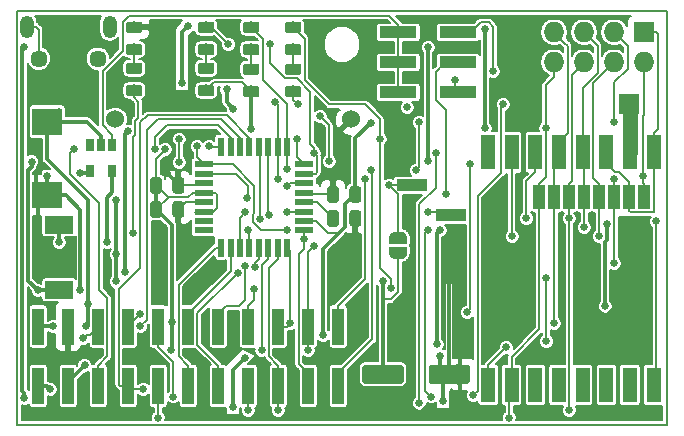
<source format=gbr>
%TF.GenerationSoftware,KiCad,Pcbnew,5.0.2-bee76a0~70~ubuntu18.04.1*%
%TF.CreationDate,2020-02-09T18:50:43+01:00*%
%TF.ProjectId,Mini-BT-Pcb-328P,4d696e69-2d42-4542-9d50-63622d333238,2.0*%
%TF.SameCoordinates,Original*%
%TF.FileFunction,Copper,L1,Top*%
%TF.FilePolarity,Positive*%
%FSLAX46Y46*%
G04 Gerber Fmt 4.6, Leading zero omitted, Abs format (unit mm)*
G04 Created by KiCad (PCBNEW 5.0.2-bee76a0~70~ubuntu18.04.1) date dom 09 feb 2020 18:50:43 CET*
%MOMM*%
%LPD*%
G01*
G04 APERTURE LIST*
%ADD10C,0.150000*%
%ADD11C,0.500000*%
%ADD12C,0.975000*%
%ADD13C,1.524000*%
%ADD14R,3.150000X1.000000*%
%ADD15R,1.000000X3.150000*%
%ADD16C,1.600000*%
%ADD17R,1.700000X1.700000*%
%ADD18R,2.510000X1.000000*%
%ADD19C,1.450000*%
%ADD20O,1.200000X1.900000*%
%ADD21R,2.400000X1.500000*%
%ADD22R,1.600000X0.550000*%
%ADD23R,0.550000X1.600000*%
%ADD24R,0.650000X1.060000*%
%ADD25R,2.520000X2.310000*%
%ADD26O,1.727200X1.727200*%
%ADD27R,1.727200X1.727200*%
%ADD28R,1.000000X2.000000*%
%ADD29R,1.200000X3.000000*%
%ADD30C,0.650000*%
%ADD31C,0.160000*%
%ADD32C,0.300000*%
%ADD33C,1.300000*%
%ADD34C,0.200000*%
G04 APERTURE END LIST*
D10*
X132080000Y-108406000D02*
X132080000Y-73406000D01*
X187080000Y-108406000D02*
X132080000Y-108406000D01*
X187080000Y-73406000D02*
X187080000Y-108406000D01*
X132080000Y-73406000D02*
X187080000Y-73406000D01*
D11*
X164338000Y-92568000D03*
D10*
G36*
X163588000Y-93068000D02*
X163588000Y-92568000D01*
X163588602Y-92568000D01*
X163588602Y-92543466D01*
X163593412Y-92494635D01*
X163602984Y-92446510D01*
X163617228Y-92399555D01*
X163636005Y-92354222D01*
X163659136Y-92310949D01*
X163686396Y-92270150D01*
X163717524Y-92232221D01*
X163752221Y-92197524D01*
X163790150Y-92166396D01*
X163830949Y-92139136D01*
X163874222Y-92116005D01*
X163919555Y-92097228D01*
X163966510Y-92082984D01*
X164014635Y-92073412D01*
X164063466Y-92068602D01*
X164088000Y-92068602D01*
X164088000Y-92068000D01*
X164588000Y-92068000D01*
X164588000Y-92068602D01*
X164612534Y-92068602D01*
X164661365Y-92073412D01*
X164709490Y-92082984D01*
X164756445Y-92097228D01*
X164801778Y-92116005D01*
X164845051Y-92139136D01*
X164885850Y-92166396D01*
X164923779Y-92197524D01*
X164958476Y-92232221D01*
X164989604Y-92270150D01*
X165016864Y-92310949D01*
X165039995Y-92354222D01*
X165058772Y-92399555D01*
X165073016Y-92446510D01*
X165082588Y-92494635D01*
X165087398Y-92543466D01*
X165087398Y-92568000D01*
X165088000Y-92568000D01*
X165088000Y-93068000D01*
X163588000Y-93068000D01*
X163588000Y-93068000D01*
G37*
D11*
X164338000Y-93868000D03*
D10*
G36*
X165087398Y-93868000D02*
X165087398Y-93892534D01*
X165082588Y-93941365D01*
X165073016Y-93989490D01*
X165058772Y-94036445D01*
X165039995Y-94081778D01*
X165016864Y-94125051D01*
X164989604Y-94165850D01*
X164958476Y-94203779D01*
X164923779Y-94238476D01*
X164885850Y-94269604D01*
X164845051Y-94296864D01*
X164801778Y-94319995D01*
X164756445Y-94338772D01*
X164709490Y-94353016D01*
X164661365Y-94362588D01*
X164612534Y-94367398D01*
X164588000Y-94367398D01*
X164588000Y-94368000D01*
X164088000Y-94368000D01*
X164088000Y-94367398D01*
X164063466Y-94367398D01*
X164014635Y-94362588D01*
X163966510Y-94353016D01*
X163919555Y-94338772D01*
X163874222Y-94319995D01*
X163830949Y-94296864D01*
X163790150Y-94269604D01*
X163752221Y-94238476D01*
X163717524Y-94203779D01*
X163686396Y-94165850D01*
X163659136Y-94125051D01*
X163636005Y-94081778D01*
X163617228Y-94036445D01*
X163602984Y-93989490D01*
X163593412Y-93941365D01*
X163588602Y-93892534D01*
X163588602Y-93868000D01*
X163588000Y-93868000D01*
X163588000Y-93368000D01*
X165088000Y-93368000D01*
X165088000Y-93868000D01*
X165087398Y-93868000D01*
X165087398Y-93868000D01*
G37*
G36*
X148562142Y-79620674D02*
X148585803Y-79624184D01*
X148609007Y-79629996D01*
X148631529Y-79638054D01*
X148653153Y-79648282D01*
X148673670Y-79660579D01*
X148692883Y-79674829D01*
X148710607Y-79690893D01*
X148726671Y-79708617D01*
X148740921Y-79727830D01*
X148753218Y-79748347D01*
X148763446Y-79769971D01*
X148771504Y-79792493D01*
X148777316Y-79815697D01*
X148780826Y-79839358D01*
X148782000Y-79863250D01*
X148782000Y-80350750D01*
X148780826Y-80374642D01*
X148777316Y-80398303D01*
X148771504Y-80421507D01*
X148763446Y-80444029D01*
X148753218Y-80465653D01*
X148740921Y-80486170D01*
X148726671Y-80505383D01*
X148710607Y-80523107D01*
X148692883Y-80539171D01*
X148673670Y-80553421D01*
X148653153Y-80565718D01*
X148631529Y-80575946D01*
X148609007Y-80584004D01*
X148585803Y-80589816D01*
X148562142Y-80593326D01*
X148538250Y-80594500D01*
X147625750Y-80594500D01*
X147601858Y-80593326D01*
X147578197Y-80589816D01*
X147554993Y-80584004D01*
X147532471Y-80575946D01*
X147510847Y-80565718D01*
X147490330Y-80553421D01*
X147471117Y-80539171D01*
X147453393Y-80523107D01*
X147437329Y-80505383D01*
X147423079Y-80486170D01*
X147410782Y-80465653D01*
X147400554Y-80444029D01*
X147392496Y-80421507D01*
X147386684Y-80398303D01*
X147383174Y-80374642D01*
X147382000Y-80350750D01*
X147382000Y-79863250D01*
X147383174Y-79839358D01*
X147386684Y-79815697D01*
X147392496Y-79792493D01*
X147400554Y-79769971D01*
X147410782Y-79748347D01*
X147423079Y-79727830D01*
X147437329Y-79708617D01*
X147453393Y-79690893D01*
X147471117Y-79674829D01*
X147490330Y-79660579D01*
X147510847Y-79648282D01*
X147532471Y-79638054D01*
X147554993Y-79629996D01*
X147578197Y-79624184D01*
X147601858Y-79620674D01*
X147625750Y-79619500D01*
X148538250Y-79619500D01*
X148562142Y-79620674D01*
X148562142Y-79620674D01*
G37*
D12*
X148082000Y-80107000D03*
D10*
G36*
X148562142Y-77745674D02*
X148585803Y-77749184D01*
X148609007Y-77754996D01*
X148631529Y-77763054D01*
X148653153Y-77773282D01*
X148673670Y-77785579D01*
X148692883Y-77799829D01*
X148710607Y-77815893D01*
X148726671Y-77833617D01*
X148740921Y-77852830D01*
X148753218Y-77873347D01*
X148763446Y-77894971D01*
X148771504Y-77917493D01*
X148777316Y-77940697D01*
X148780826Y-77964358D01*
X148782000Y-77988250D01*
X148782000Y-78475750D01*
X148780826Y-78499642D01*
X148777316Y-78523303D01*
X148771504Y-78546507D01*
X148763446Y-78569029D01*
X148753218Y-78590653D01*
X148740921Y-78611170D01*
X148726671Y-78630383D01*
X148710607Y-78648107D01*
X148692883Y-78664171D01*
X148673670Y-78678421D01*
X148653153Y-78690718D01*
X148631529Y-78700946D01*
X148609007Y-78709004D01*
X148585803Y-78714816D01*
X148562142Y-78718326D01*
X148538250Y-78719500D01*
X147625750Y-78719500D01*
X147601858Y-78718326D01*
X147578197Y-78714816D01*
X147554993Y-78709004D01*
X147532471Y-78700946D01*
X147510847Y-78690718D01*
X147490330Y-78678421D01*
X147471117Y-78664171D01*
X147453393Y-78648107D01*
X147437329Y-78630383D01*
X147423079Y-78611170D01*
X147410782Y-78590653D01*
X147400554Y-78569029D01*
X147392496Y-78546507D01*
X147386684Y-78523303D01*
X147383174Y-78499642D01*
X147382000Y-78475750D01*
X147382000Y-77988250D01*
X147383174Y-77964358D01*
X147386684Y-77940697D01*
X147392496Y-77917493D01*
X147400554Y-77894971D01*
X147410782Y-77873347D01*
X147423079Y-77852830D01*
X147437329Y-77833617D01*
X147453393Y-77815893D01*
X147471117Y-77799829D01*
X147490330Y-77785579D01*
X147510847Y-77773282D01*
X147532471Y-77763054D01*
X147554993Y-77754996D01*
X147578197Y-77749184D01*
X147601858Y-77745674D01*
X147625750Y-77744500D01*
X148538250Y-77744500D01*
X148562142Y-77745674D01*
X148562142Y-77745674D01*
G37*
D12*
X148082000Y-78232000D03*
D13*
X140368000Y-82550000D03*
X160368000Y-82550000D03*
D14*
X169403000Y-80264000D03*
X164353000Y-80264000D03*
X169403000Y-77724000D03*
X164353000Y-77724000D03*
X169403000Y-75184000D03*
X164353000Y-75184000D03*
D15*
X133858000Y-105141000D03*
X133858000Y-100091000D03*
X136398000Y-105141000D03*
X136398000Y-100091000D03*
X138938000Y-105141000D03*
X138938000Y-100091000D03*
X141478000Y-105141000D03*
X141478000Y-100091000D03*
X144018000Y-105141000D03*
X144018000Y-100091000D03*
X146558000Y-105141000D03*
X146558000Y-100091000D03*
X149098000Y-105141000D03*
X149098000Y-100091000D03*
X151638000Y-105141000D03*
X151638000Y-100091000D03*
X154178000Y-105141000D03*
X154178000Y-100091000D03*
X156718000Y-105141000D03*
X156718000Y-100091000D03*
X159258000Y-105141000D03*
X159258000Y-100091000D03*
D10*
G36*
X164586504Y-103341204D02*
X164610773Y-103344804D01*
X164634571Y-103350765D01*
X164657671Y-103359030D01*
X164679849Y-103369520D01*
X164700893Y-103382133D01*
X164720598Y-103396747D01*
X164738777Y-103413223D01*
X164755253Y-103431402D01*
X164769867Y-103451107D01*
X164782480Y-103472151D01*
X164792970Y-103494329D01*
X164801235Y-103517429D01*
X164807196Y-103541227D01*
X164810796Y-103565496D01*
X164812000Y-103590000D01*
X164812000Y-104690000D01*
X164810796Y-104714504D01*
X164807196Y-104738773D01*
X164801235Y-104762571D01*
X164792970Y-104785671D01*
X164782480Y-104807849D01*
X164769867Y-104828893D01*
X164755253Y-104848598D01*
X164738777Y-104866777D01*
X164720598Y-104883253D01*
X164700893Y-104897867D01*
X164679849Y-104910480D01*
X164657671Y-104920970D01*
X164634571Y-104929235D01*
X164610773Y-104935196D01*
X164586504Y-104938796D01*
X164562000Y-104940000D01*
X161562000Y-104940000D01*
X161537496Y-104938796D01*
X161513227Y-104935196D01*
X161489429Y-104929235D01*
X161466329Y-104920970D01*
X161444151Y-104910480D01*
X161423107Y-104897867D01*
X161403402Y-104883253D01*
X161385223Y-104866777D01*
X161368747Y-104848598D01*
X161354133Y-104828893D01*
X161341520Y-104807849D01*
X161331030Y-104785671D01*
X161322765Y-104762571D01*
X161316804Y-104738773D01*
X161313204Y-104714504D01*
X161312000Y-104690000D01*
X161312000Y-103590000D01*
X161313204Y-103565496D01*
X161316804Y-103541227D01*
X161322765Y-103517429D01*
X161331030Y-103494329D01*
X161341520Y-103472151D01*
X161354133Y-103451107D01*
X161368747Y-103431402D01*
X161385223Y-103413223D01*
X161403402Y-103396747D01*
X161423107Y-103382133D01*
X161444151Y-103369520D01*
X161466329Y-103359030D01*
X161489429Y-103350765D01*
X161513227Y-103344804D01*
X161537496Y-103341204D01*
X161562000Y-103340000D01*
X164562000Y-103340000D01*
X164586504Y-103341204D01*
X164586504Y-103341204D01*
G37*
D16*
X163062000Y-104140000D03*
D10*
G36*
X170186504Y-103341204D02*
X170210773Y-103344804D01*
X170234571Y-103350765D01*
X170257671Y-103359030D01*
X170279849Y-103369520D01*
X170300893Y-103382133D01*
X170320598Y-103396747D01*
X170338777Y-103413223D01*
X170355253Y-103431402D01*
X170369867Y-103451107D01*
X170382480Y-103472151D01*
X170392970Y-103494329D01*
X170401235Y-103517429D01*
X170407196Y-103541227D01*
X170410796Y-103565496D01*
X170412000Y-103590000D01*
X170412000Y-104690000D01*
X170410796Y-104714504D01*
X170407196Y-104738773D01*
X170401235Y-104762571D01*
X170392970Y-104785671D01*
X170382480Y-104807849D01*
X170369867Y-104828893D01*
X170355253Y-104848598D01*
X170338777Y-104866777D01*
X170320598Y-104883253D01*
X170300893Y-104897867D01*
X170279849Y-104910480D01*
X170257671Y-104920970D01*
X170234571Y-104929235D01*
X170210773Y-104935196D01*
X170186504Y-104938796D01*
X170162000Y-104940000D01*
X167162000Y-104940000D01*
X167137496Y-104938796D01*
X167113227Y-104935196D01*
X167089429Y-104929235D01*
X167066329Y-104920970D01*
X167044151Y-104910480D01*
X167023107Y-104897867D01*
X167003402Y-104883253D01*
X166985223Y-104866777D01*
X166968747Y-104848598D01*
X166954133Y-104828893D01*
X166941520Y-104807849D01*
X166931030Y-104785671D01*
X166922765Y-104762571D01*
X166916804Y-104738773D01*
X166913204Y-104714504D01*
X166912000Y-104690000D01*
X166912000Y-103590000D01*
X166913204Y-103565496D01*
X166916804Y-103541227D01*
X166922765Y-103517429D01*
X166931030Y-103494329D01*
X166941520Y-103472151D01*
X166954133Y-103451107D01*
X166968747Y-103431402D01*
X166985223Y-103413223D01*
X167003402Y-103396747D01*
X167023107Y-103382133D01*
X167044151Y-103369520D01*
X167066329Y-103359030D01*
X167089429Y-103350765D01*
X167113227Y-103344804D01*
X167137496Y-103341204D01*
X167162000Y-103340000D01*
X170162000Y-103340000D01*
X170186504Y-103341204D01*
X170186504Y-103341204D01*
G37*
D16*
X168662000Y-104140000D03*
D10*
G36*
X145985142Y-89471174D02*
X146008803Y-89474684D01*
X146032007Y-89480496D01*
X146054529Y-89488554D01*
X146076153Y-89498782D01*
X146096670Y-89511079D01*
X146115883Y-89525329D01*
X146133607Y-89541393D01*
X146149671Y-89559117D01*
X146163921Y-89578330D01*
X146176218Y-89598847D01*
X146186446Y-89620471D01*
X146194504Y-89642993D01*
X146200316Y-89666197D01*
X146203826Y-89689858D01*
X146205000Y-89713750D01*
X146205000Y-90626250D01*
X146203826Y-90650142D01*
X146200316Y-90673803D01*
X146194504Y-90697007D01*
X146186446Y-90719529D01*
X146176218Y-90741153D01*
X146163921Y-90761670D01*
X146149671Y-90780883D01*
X146133607Y-90798607D01*
X146115883Y-90814671D01*
X146096670Y-90828921D01*
X146076153Y-90841218D01*
X146054529Y-90851446D01*
X146032007Y-90859504D01*
X146008803Y-90865316D01*
X145985142Y-90868826D01*
X145961250Y-90870000D01*
X145473750Y-90870000D01*
X145449858Y-90868826D01*
X145426197Y-90865316D01*
X145402993Y-90859504D01*
X145380471Y-90851446D01*
X145358847Y-90841218D01*
X145338330Y-90828921D01*
X145319117Y-90814671D01*
X145301393Y-90798607D01*
X145285329Y-90780883D01*
X145271079Y-90761670D01*
X145258782Y-90741153D01*
X145248554Y-90719529D01*
X145240496Y-90697007D01*
X145234684Y-90673803D01*
X145231174Y-90650142D01*
X145230000Y-90626250D01*
X145230000Y-89713750D01*
X145231174Y-89689858D01*
X145234684Y-89666197D01*
X145240496Y-89642993D01*
X145248554Y-89620471D01*
X145258782Y-89598847D01*
X145271079Y-89578330D01*
X145285329Y-89559117D01*
X145301393Y-89541393D01*
X145319117Y-89525329D01*
X145338330Y-89511079D01*
X145358847Y-89498782D01*
X145380471Y-89488554D01*
X145402993Y-89480496D01*
X145426197Y-89474684D01*
X145449858Y-89471174D01*
X145473750Y-89470000D01*
X145961250Y-89470000D01*
X145985142Y-89471174D01*
X145985142Y-89471174D01*
G37*
D12*
X145717500Y-90170000D03*
D10*
G36*
X144110142Y-89471174D02*
X144133803Y-89474684D01*
X144157007Y-89480496D01*
X144179529Y-89488554D01*
X144201153Y-89498782D01*
X144221670Y-89511079D01*
X144240883Y-89525329D01*
X144258607Y-89541393D01*
X144274671Y-89559117D01*
X144288921Y-89578330D01*
X144301218Y-89598847D01*
X144311446Y-89620471D01*
X144319504Y-89642993D01*
X144325316Y-89666197D01*
X144328826Y-89689858D01*
X144330000Y-89713750D01*
X144330000Y-90626250D01*
X144328826Y-90650142D01*
X144325316Y-90673803D01*
X144319504Y-90697007D01*
X144311446Y-90719529D01*
X144301218Y-90741153D01*
X144288921Y-90761670D01*
X144274671Y-90780883D01*
X144258607Y-90798607D01*
X144240883Y-90814671D01*
X144221670Y-90828921D01*
X144201153Y-90841218D01*
X144179529Y-90851446D01*
X144157007Y-90859504D01*
X144133803Y-90865316D01*
X144110142Y-90868826D01*
X144086250Y-90870000D01*
X143598750Y-90870000D01*
X143574858Y-90868826D01*
X143551197Y-90865316D01*
X143527993Y-90859504D01*
X143505471Y-90851446D01*
X143483847Y-90841218D01*
X143463330Y-90828921D01*
X143444117Y-90814671D01*
X143426393Y-90798607D01*
X143410329Y-90780883D01*
X143396079Y-90761670D01*
X143383782Y-90741153D01*
X143373554Y-90719529D01*
X143365496Y-90697007D01*
X143359684Y-90673803D01*
X143356174Y-90650142D01*
X143355000Y-90626250D01*
X143355000Y-89713750D01*
X143356174Y-89689858D01*
X143359684Y-89666197D01*
X143365496Y-89642993D01*
X143373554Y-89620471D01*
X143383782Y-89598847D01*
X143396079Y-89578330D01*
X143410329Y-89559117D01*
X143426393Y-89541393D01*
X143444117Y-89525329D01*
X143463330Y-89511079D01*
X143483847Y-89498782D01*
X143505471Y-89488554D01*
X143527993Y-89480496D01*
X143551197Y-89474684D01*
X143574858Y-89471174D01*
X143598750Y-89470000D01*
X144086250Y-89470000D01*
X144110142Y-89471174D01*
X144110142Y-89471174D01*
G37*
D12*
X143842500Y-90170000D03*
D10*
G36*
X144110142Y-87439174D02*
X144133803Y-87442684D01*
X144157007Y-87448496D01*
X144179529Y-87456554D01*
X144201153Y-87466782D01*
X144221670Y-87479079D01*
X144240883Y-87493329D01*
X144258607Y-87509393D01*
X144274671Y-87527117D01*
X144288921Y-87546330D01*
X144301218Y-87566847D01*
X144311446Y-87588471D01*
X144319504Y-87610993D01*
X144325316Y-87634197D01*
X144328826Y-87657858D01*
X144330000Y-87681750D01*
X144330000Y-88594250D01*
X144328826Y-88618142D01*
X144325316Y-88641803D01*
X144319504Y-88665007D01*
X144311446Y-88687529D01*
X144301218Y-88709153D01*
X144288921Y-88729670D01*
X144274671Y-88748883D01*
X144258607Y-88766607D01*
X144240883Y-88782671D01*
X144221670Y-88796921D01*
X144201153Y-88809218D01*
X144179529Y-88819446D01*
X144157007Y-88827504D01*
X144133803Y-88833316D01*
X144110142Y-88836826D01*
X144086250Y-88838000D01*
X143598750Y-88838000D01*
X143574858Y-88836826D01*
X143551197Y-88833316D01*
X143527993Y-88827504D01*
X143505471Y-88819446D01*
X143483847Y-88809218D01*
X143463330Y-88796921D01*
X143444117Y-88782671D01*
X143426393Y-88766607D01*
X143410329Y-88748883D01*
X143396079Y-88729670D01*
X143383782Y-88709153D01*
X143373554Y-88687529D01*
X143365496Y-88665007D01*
X143359684Y-88641803D01*
X143356174Y-88618142D01*
X143355000Y-88594250D01*
X143355000Y-87681750D01*
X143356174Y-87657858D01*
X143359684Y-87634197D01*
X143365496Y-87610993D01*
X143373554Y-87588471D01*
X143383782Y-87566847D01*
X143396079Y-87546330D01*
X143410329Y-87527117D01*
X143426393Y-87509393D01*
X143444117Y-87493329D01*
X143463330Y-87479079D01*
X143483847Y-87466782D01*
X143505471Y-87456554D01*
X143527993Y-87448496D01*
X143551197Y-87442684D01*
X143574858Y-87439174D01*
X143598750Y-87438000D01*
X144086250Y-87438000D01*
X144110142Y-87439174D01*
X144110142Y-87439174D01*
G37*
D12*
X143842500Y-88138000D03*
D10*
G36*
X145985142Y-87439174D02*
X146008803Y-87442684D01*
X146032007Y-87448496D01*
X146054529Y-87456554D01*
X146076153Y-87466782D01*
X146096670Y-87479079D01*
X146115883Y-87493329D01*
X146133607Y-87509393D01*
X146149671Y-87527117D01*
X146163921Y-87546330D01*
X146176218Y-87566847D01*
X146186446Y-87588471D01*
X146194504Y-87610993D01*
X146200316Y-87634197D01*
X146203826Y-87657858D01*
X146205000Y-87681750D01*
X146205000Y-88594250D01*
X146203826Y-88618142D01*
X146200316Y-88641803D01*
X146194504Y-88665007D01*
X146186446Y-88687529D01*
X146176218Y-88709153D01*
X146163921Y-88729670D01*
X146149671Y-88748883D01*
X146133607Y-88766607D01*
X146115883Y-88782671D01*
X146096670Y-88796921D01*
X146076153Y-88809218D01*
X146054529Y-88819446D01*
X146032007Y-88827504D01*
X146008803Y-88833316D01*
X145985142Y-88836826D01*
X145961250Y-88838000D01*
X145473750Y-88838000D01*
X145449858Y-88836826D01*
X145426197Y-88833316D01*
X145402993Y-88827504D01*
X145380471Y-88819446D01*
X145358847Y-88809218D01*
X145338330Y-88796921D01*
X145319117Y-88782671D01*
X145301393Y-88766607D01*
X145285329Y-88748883D01*
X145271079Y-88729670D01*
X145258782Y-88709153D01*
X145248554Y-88687529D01*
X145240496Y-88665007D01*
X145234684Y-88641803D01*
X145231174Y-88618142D01*
X145230000Y-88594250D01*
X145230000Y-87681750D01*
X145231174Y-87657858D01*
X145234684Y-87634197D01*
X145240496Y-87610993D01*
X145248554Y-87588471D01*
X145258782Y-87566847D01*
X145271079Y-87546330D01*
X145285329Y-87527117D01*
X145301393Y-87509393D01*
X145319117Y-87493329D01*
X145338330Y-87479079D01*
X145358847Y-87466782D01*
X145380471Y-87456554D01*
X145402993Y-87448496D01*
X145426197Y-87442684D01*
X145449858Y-87439174D01*
X145473750Y-87438000D01*
X145961250Y-87438000D01*
X145985142Y-87439174D01*
X145985142Y-87439174D01*
G37*
D12*
X145717500Y-88138000D03*
D10*
G36*
X159096142Y-88201174D02*
X159119803Y-88204684D01*
X159143007Y-88210496D01*
X159165529Y-88218554D01*
X159187153Y-88228782D01*
X159207670Y-88241079D01*
X159226883Y-88255329D01*
X159244607Y-88271393D01*
X159260671Y-88289117D01*
X159274921Y-88308330D01*
X159287218Y-88328847D01*
X159297446Y-88350471D01*
X159305504Y-88372993D01*
X159311316Y-88396197D01*
X159314826Y-88419858D01*
X159316000Y-88443750D01*
X159316000Y-89356250D01*
X159314826Y-89380142D01*
X159311316Y-89403803D01*
X159305504Y-89427007D01*
X159297446Y-89449529D01*
X159287218Y-89471153D01*
X159274921Y-89491670D01*
X159260671Y-89510883D01*
X159244607Y-89528607D01*
X159226883Y-89544671D01*
X159207670Y-89558921D01*
X159187153Y-89571218D01*
X159165529Y-89581446D01*
X159143007Y-89589504D01*
X159119803Y-89595316D01*
X159096142Y-89598826D01*
X159072250Y-89600000D01*
X158584750Y-89600000D01*
X158560858Y-89598826D01*
X158537197Y-89595316D01*
X158513993Y-89589504D01*
X158491471Y-89581446D01*
X158469847Y-89571218D01*
X158449330Y-89558921D01*
X158430117Y-89544671D01*
X158412393Y-89528607D01*
X158396329Y-89510883D01*
X158382079Y-89491670D01*
X158369782Y-89471153D01*
X158359554Y-89449529D01*
X158351496Y-89427007D01*
X158345684Y-89403803D01*
X158342174Y-89380142D01*
X158341000Y-89356250D01*
X158341000Y-88443750D01*
X158342174Y-88419858D01*
X158345684Y-88396197D01*
X158351496Y-88372993D01*
X158359554Y-88350471D01*
X158369782Y-88328847D01*
X158382079Y-88308330D01*
X158396329Y-88289117D01*
X158412393Y-88271393D01*
X158430117Y-88255329D01*
X158449330Y-88241079D01*
X158469847Y-88228782D01*
X158491471Y-88218554D01*
X158513993Y-88210496D01*
X158537197Y-88204684D01*
X158560858Y-88201174D01*
X158584750Y-88200000D01*
X159072250Y-88200000D01*
X159096142Y-88201174D01*
X159096142Y-88201174D01*
G37*
D12*
X158828500Y-88900000D03*
D10*
G36*
X160971142Y-88201174D02*
X160994803Y-88204684D01*
X161018007Y-88210496D01*
X161040529Y-88218554D01*
X161062153Y-88228782D01*
X161082670Y-88241079D01*
X161101883Y-88255329D01*
X161119607Y-88271393D01*
X161135671Y-88289117D01*
X161149921Y-88308330D01*
X161162218Y-88328847D01*
X161172446Y-88350471D01*
X161180504Y-88372993D01*
X161186316Y-88396197D01*
X161189826Y-88419858D01*
X161191000Y-88443750D01*
X161191000Y-89356250D01*
X161189826Y-89380142D01*
X161186316Y-89403803D01*
X161180504Y-89427007D01*
X161172446Y-89449529D01*
X161162218Y-89471153D01*
X161149921Y-89491670D01*
X161135671Y-89510883D01*
X161119607Y-89528607D01*
X161101883Y-89544671D01*
X161082670Y-89558921D01*
X161062153Y-89571218D01*
X161040529Y-89581446D01*
X161018007Y-89589504D01*
X160994803Y-89595316D01*
X160971142Y-89598826D01*
X160947250Y-89600000D01*
X160459750Y-89600000D01*
X160435858Y-89598826D01*
X160412197Y-89595316D01*
X160388993Y-89589504D01*
X160366471Y-89581446D01*
X160344847Y-89571218D01*
X160324330Y-89558921D01*
X160305117Y-89544671D01*
X160287393Y-89528607D01*
X160271329Y-89510883D01*
X160257079Y-89491670D01*
X160244782Y-89471153D01*
X160234554Y-89449529D01*
X160226496Y-89427007D01*
X160220684Y-89403803D01*
X160217174Y-89380142D01*
X160216000Y-89356250D01*
X160216000Y-88443750D01*
X160217174Y-88419858D01*
X160220684Y-88396197D01*
X160226496Y-88372993D01*
X160234554Y-88350471D01*
X160244782Y-88328847D01*
X160257079Y-88308330D01*
X160271329Y-88289117D01*
X160287393Y-88271393D01*
X160305117Y-88255329D01*
X160324330Y-88241079D01*
X160344847Y-88228782D01*
X160366471Y-88218554D01*
X160388993Y-88210496D01*
X160412197Y-88204684D01*
X160435858Y-88201174D01*
X160459750Y-88200000D01*
X160947250Y-88200000D01*
X160971142Y-88201174D01*
X160971142Y-88201174D01*
G37*
D12*
X160703500Y-88900000D03*
D10*
G36*
X160971142Y-90233174D02*
X160994803Y-90236684D01*
X161018007Y-90242496D01*
X161040529Y-90250554D01*
X161062153Y-90260782D01*
X161082670Y-90273079D01*
X161101883Y-90287329D01*
X161119607Y-90303393D01*
X161135671Y-90321117D01*
X161149921Y-90340330D01*
X161162218Y-90360847D01*
X161172446Y-90382471D01*
X161180504Y-90404993D01*
X161186316Y-90428197D01*
X161189826Y-90451858D01*
X161191000Y-90475750D01*
X161191000Y-91388250D01*
X161189826Y-91412142D01*
X161186316Y-91435803D01*
X161180504Y-91459007D01*
X161172446Y-91481529D01*
X161162218Y-91503153D01*
X161149921Y-91523670D01*
X161135671Y-91542883D01*
X161119607Y-91560607D01*
X161101883Y-91576671D01*
X161082670Y-91590921D01*
X161062153Y-91603218D01*
X161040529Y-91613446D01*
X161018007Y-91621504D01*
X160994803Y-91627316D01*
X160971142Y-91630826D01*
X160947250Y-91632000D01*
X160459750Y-91632000D01*
X160435858Y-91630826D01*
X160412197Y-91627316D01*
X160388993Y-91621504D01*
X160366471Y-91613446D01*
X160344847Y-91603218D01*
X160324330Y-91590921D01*
X160305117Y-91576671D01*
X160287393Y-91560607D01*
X160271329Y-91542883D01*
X160257079Y-91523670D01*
X160244782Y-91503153D01*
X160234554Y-91481529D01*
X160226496Y-91459007D01*
X160220684Y-91435803D01*
X160217174Y-91412142D01*
X160216000Y-91388250D01*
X160216000Y-90475750D01*
X160217174Y-90451858D01*
X160220684Y-90428197D01*
X160226496Y-90404993D01*
X160234554Y-90382471D01*
X160244782Y-90360847D01*
X160257079Y-90340330D01*
X160271329Y-90321117D01*
X160287393Y-90303393D01*
X160305117Y-90287329D01*
X160324330Y-90273079D01*
X160344847Y-90260782D01*
X160366471Y-90250554D01*
X160388993Y-90242496D01*
X160412197Y-90236684D01*
X160435858Y-90233174D01*
X160459750Y-90232000D01*
X160947250Y-90232000D01*
X160971142Y-90233174D01*
X160971142Y-90233174D01*
G37*
D12*
X160703500Y-90932000D03*
D10*
G36*
X159096142Y-90233174D02*
X159119803Y-90236684D01*
X159143007Y-90242496D01*
X159165529Y-90250554D01*
X159187153Y-90260782D01*
X159207670Y-90273079D01*
X159226883Y-90287329D01*
X159244607Y-90303393D01*
X159260671Y-90321117D01*
X159274921Y-90340330D01*
X159287218Y-90360847D01*
X159297446Y-90382471D01*
X159305504Y-90404993D01*
X159311316Y-90428197D01*
X159314826Y-90451858D01*
X159316000Y-90475750D01*
X159316000Y-91388250D01*
X159314826Y-91412142D01*
X159311316Y-91435803D01*
X159305504Y-91459007D01*
X159297446Y-91481529D01*
X159287218Y-91503153D01*
X159274921Y-91523670D01*
X159260671Y-91542883D01*
X159244607Y-91560607D01*
X159226883Y-91576671D01*
X159207670Y-91590921D01*
X159187153Y-91603218D01*
X159165529Y-91613446D01*
X159143007Y-91621504D01*
X159119803Y-91627316D01*
X159096142Y-91630826D01*
X159072250Y-91632000D01*
X158584750Y-91632000D01*
X158560858Y-91630826D01*
X158537197Y-91627316D01*
X158513993Y-91621504D01*
X158491471Y-91613446D01*
X158469847Y-91603218D01*
X158449330Y-91590921D01*
X158430117Y-91576671D01*
X158412393Y-91560607D01*
X158396329Y-91542883D01*
X158382079Y-91523670D01*
X158369782Y-91503153D01*
X158359554Y-91481529D01*
X158351496Y-91459007D01*
X158345684Y-91435803D01*
X158342174Y-91412142D01*
X158341000Y-91388250D01*
X158341000Y-90475750D01*
X158342174Y-90451858D01*
X158345684Y-90428197D01*
X158351496Y-90404993D01*
X158359554Y-90382471D01*
X158369782Y-90360847D01*
X158382079Y-90340330D01*
X158396329Y-90321117D01*
X158412393Y-90303393D01*
X158430117Y-90287329D01*
X158449330Y-90273079D01*
X158469847Y-90260782D01*
X158491471Y-90250554D01*
X158513993Y-90242496D01*
X158537197Y-90236684D01*
X158560858Y-90233174D01*
X158584750Y-90232000D01*
X159072250Y-90232000D01*
X159096142Y-90233174D01*
X159096142Y-90233174D01*
G37*
D12*
X158828500Y-90932000D03*
D17*
X183896000Y-81280000D03*
D18*
X168787000Y-90678000D03*
X165477000Y-88138000D03*
D19*
X133898000Y-77408500D03*
X138898000Y-77408500D03*
D20*
X132898000Y-74708500D03*
X139898000Y-74708500D03*
D21*
X135636000Y-96984000D03*
X135636000Y-91484000D03*
D10*
G36*
X148562142Y-76143174D02*
X148585803Y-76146684D01*
X148609007Y-76152496D01*
X148631529Y-76160554D01*
X148653153Y-76170782D01*
X148673670Y-76183079D01*
X148692883Y-76197329D01*
X148710607Y-76213393D01*
X148726671Y-76231117D01*
X148740921Y-76250330D01*
X148753218Y-76270847D01*
X148763446Y-76292471D01*
X148771504Y-76314993D01*
X148777316Y-76338197D01*
X148780826Y-76361858D01*
X148782000Y-76385750D01*
X148782000Y-76873250D01*
X148780826Y-76897142D01*
X148777316Y-76920803D01*
X148771504Y-76944007D01*
X148763446Y-76966529D01*
X148753218Y-76988153D01*
X148740921Y-77008670D01*
X148726671Y-77027883D01*
X148710607Y-77045607D01*
X148692883Y-77061671D01*
X148673670Y-77075921D01*
X148653153Y-77088218D01*
X148631529Y-77098446D01*
X148609007Y-77106504D01*
X148585803Y-77112316D01*
X148562142Y-77115826D01*
X148538250Y-77117000D01*
X147625750Y-77117000D01*
X147601858Y-77115826D01*
X147578197Y-77112316D01*
X147554993Y-77106504D01*
X147532471Y-77098446D01*
X147510847Y-77088218D01*
X147490330Y-77075921D01*
X147471117Y-77061671D01*
X147453393Y-77045607D01*
X147437329Y-77027883D01*
X147423079Y-77008670D01*
X147410782Y-76988153D01*
X147400554Y-76966529D01*
X147392496Y-76944007D01*
X147386684Y-76920803D01*
X147383174Y-76897142D01*
X147382000Y-76873250D01*
X147382000Y-76385750D01*
X147383174Y-76361858D01*
X147386684Y-76338197D01*
X147392496Y-76314993D01*
X147400554Y-76292471D01*
X147410782Y-76270847D01*
X147423079Y-76250330D01*
X147437329Y-76231117D01*
X147453393Y-76213393D01*
X147471117Y-76197329D01*
X147490330Y-76183079D01*
X147510847Y-76170782D01*
X147532471Y-76160554D01*
X147554993Y-76152496D01*
X147578197Y-76146684D01*
X147601858Y-76143174D01*
X147625750Y-76142000D01*
X148538250Y-76142000D01*
X148562142Y-76143174D01*
X148562142Y-76143174D01*
G37*
D12*
X148082000Y-76629500D03*
D10*
G36*
X148562142Y-74268174D02*
X148585803Y-74271684D01*
X148609007Y-74277496D01*
X148631529Y-74285554D01*
X148653153Y-74295782D01*
X148673670Y-74308079D01*
X148692883Y-74322329D01*
X148710607Y-74338393D01*
X148726671Y-74356117D01*
X148740921Y-74375330D01*
X148753218Y-74395847D01*
X148763446Y-74417471D01*
X148771504Y-74439993D01*
X148777316Y-74463197D01*
X148780826Y-74486858D01*
X148782000Y-74510750D01*
X148782000Y-74998250D01*
X148780826Y-75022142D01*
X148777316Y-75045803D01*
X148771504Y-75069007D01*
X148763446Y-75091529D01*
X148753218Y-75113153D01*
X148740921Y-75133670D01*
X148726671Y-75152883D01*
X148710607Y-75170607D01*
X148692883Y-75186671D01*
X148673670Y-75200921D01*
X148653153Y-75213218D01*
X148631529Y-75223446D01*
X148609007Y-75231504D01*
X148585803Y-75237316D01*
X148562142Y-75240826D01*
X148538250Y-75242000D01*
X147625750Y-75242000D01*
X147601858Y-75240826D01*
X147578197Y-75237316D01*
X147554993Y-75231504D01*
X147532471Y-75223446D01*
X147510847Y-75213218D01*
X147490330Y-75200921D01*
X147471117Y-75186671D01*
X147453393Y-75170607D01*
X147437329Y-75152883D01*
X147423079Y-75133670D01*
X147410782Y-75113153D01*
X147400554Y-75091529D01*
X147392496Y-75069007D01*
X147386684Y-75045803D01*
X147383174Y-75022142D01*
X147382000Y-74998250D01*
X147382000Y-74510750D01*
X147383174Y-74486858D01*
X147386684Y-74463197D01*
X147392496Y-74439993D01*
X147400554Y-74417471D01*
X147410782Y-74395847D01*
X147423079Y-74375330D01*
X147437329Y-74356117D01*
X147453393Y-74338393D01*
X147471117Y-74322329D01*
X147490330Y-74308079D01*
X147510847Y-74295782D01*
X147532471Y-74285554D01*
X147554993Y-74277496D01*
X147578197Y-74271684D01*
X147601858Y-74268174D01*
X147625750Y-74267000D01*
X148538250Y-74267000D01*
X148562142Y-74268174D01*
X148562142Y-74268174D01*
G37*
D12*
X148082000Y-74754500D03*
D10*
G36*
X155928142Y-74268174D02*
X155951803Y-74271684D01*
X155975007Y-74277496D01*
X155997529Y-74285554D01*
X156019153Y-74295782D01*
X156039670Y-74308079D01*
X156058883Y-74322329D01*
X156076607Y-74338393D01*
X156092671Y-74356117D01*
X156106921Y-74375330D01*
X156119218Y-74395847D01*
X156129446Y-74417471D01*
X156137504Y-74439993D01*
X156143316Y-74463197D01*
X156146826Y-74486858D01*
X156148000Y-74510750D01*
X156148000Y-74998250D01*
X156146826Y-75022142D01*
X156143316Y-75045803D01*
X156137504Y-75069007D01*
X156129446Y-75091529D01*
X156119218Y-75113153D01*
X156106921Y-75133670D01*
X156092671Y-75152883D01*
X156076607Y-75170607D01*
X156058883Y-75186671D01*
X156039670Y-75200921D01*
X156019153Y-75213218D01*
X155997529Y-75223446D01*
X155975007Y-75231504D01*
X155951803Y-75237316D01*
X155928142Y-75240826D01*
X155904250Y-75242000D01*
X154991750Y-75242000D01*
X154967858Y-75240826D01*
X154944197Y-75237316D01*
X154920993Y-75231504D01*
X154898471Y-75223446D01*
X154876847Y-75213218D01*
X154856330Y-75200921D01*
X154837117Y-75186671D01*
X154819393Y-75170607D01*
X154803329Y-75152883D01*
X154789079Y-75133670D01*
X154776782Y-75113153D01*
X154766554Y-75091529D01*
X154758496Y-75069007D01*
X154752684Y-75045803D01*
X154749174Y-75022142D01*
X154748000Y-74998250D01*
X154748000Y-74510750D01*
X154749174Y-74486858D01*
X154752684Y-74463197D01*
X154758496Y-74439993D01*
X154766554Y-74417471D01*
X154776782Y-74395847D01*
X154789079Y-74375330D01*
X154803329Y-74356117D01*
X154819393Y-74338393D01*
X154837117Y-74322329D01*
X154856330Y-74308079D01*
X154876847Y-74295782D01*
X154898471Y-74285554D01*
X154920993Y-74277496D01*
X154944197Y-74271684D01*
X154967858Y-74268174D01*
X154991750Y-74267000D01*
X155904250Y-74267000D01*
X155928142Y-74268174D01*
X155928142Y-74268174D01*
G37*
D12*
X155448000Y-74754500D03*
D10*
G36*
X155928142Y-76143174D02*
X155951803Y-76146684D01*
X155975007Y-76152496D01*
X155997529Y-76160554D01*
X156019153Y-76170782D01*
X156039670Y-76183079D01*
X156058883Y-76197329D01*
X156076607Y-76213393D01*
X156092671Y-76231117D01*
X156106921Y-76250330D01*
X156119218Y-76270847D01*
X156129446Y-76292471D01*
X156137504Y-76314993D01*
X156143316Y-76338197D01*
X156146826Y-76361858D01*
X156148000Y-76385750D01*
X156148000Y-76873250D01*
X156146826Y-76897142D01*
X156143316Y-76920803D01*
X156137504Y-76944007D01*
X156129446Y-76966529D01*
X156119218Y-76988153D01*
X156106921Y-77008670D01*
X156092671Y-77027883D01*
X156076607Y-77045607D01*
X156058883Y-77061671D01*
X156039670Y-77075921D01*
X156019153Y-77088218D01*
X155997529Y-77098446D01*
X155975007Y-77106504D01*
X155951803Y-77112316D01*
X155928142Y-77115826D01*
X155904250Y-77117000D01*
X154991750Y-77117000D01*
X154967858Y-77115826D01*
X154944197Y-77112316D01*
X154920993Y-77106504D01*
X154898471Y-77098446D01*
X154876847Y-77088218D01*
X154856330Y-77075921D01*
X154837117Y-77061671D01*
X154819393Y-77045607D01*
X154803329Y-77027883D01*
X154789079Y-77008670D01*
X154776782Y-76988153D01*
X154766554Y-76966529D01*
X154758496Y-76944007D01*
X154752684Y-76920803D01*
X154749174Y-76897142D01*
X154748000Y-76873250D01*
X154748000Y-76385750D01*
X154749174Y-76361858D01*
X154752684Y-76338197D01*
X154758496Y-76314993D01*
X154766554Y-76292471D01*
X154776782Y-76270847D01*
X154789079Y-76250330D01*
X154803329Y-76231117D01*
X154819393Y-76213393D01*
X154837117Y-76197329D01*
X154856330Y-76183079D01*
X154876847Y-76170782D01*
X154898471Y-76160554D01*
X154920993Y-76152496D01*
X154944197Y-76146684D01*
X154967858Y-76143174D01*
X154991750Y-76142000D01*
X155904250Y-76142000D01*
X155928142Y-76143174D01*
X155928142Y-76143174D01*
G37*
D12*
X155448000Y-76629500D03*
D10*
G36*
X152372142Y-76143174D02*
X152395803Y-76146684D01*
X152419007Y-76152496D01*
X152441529Y-76160554D01*
X152463153Y-76170782D01*
X152483670Y-76183079D01*
X152502883Y-76197329D01*
X152520607Y-76213393D01*
X152536671Y-76231117D01*
X152550921Y-76250330D01*
X152563218Y-76270847D01*
X152573446Y-76292471D01*
X152581504Y-76314993D01*
X152587316Y-76338197D01*
X152590826Y-76361858D01*
X152592000Y-76385750D01*
X152592000Y-76873250D01*
X152590826Y-76897142D01*
X152587316Y-76920803D01*
X152581504Y-76944007D01*
X152573446Y-76966529D01*
X152563218Y-76988153D01*
X152550921Y-77008670D01*
X152536671Y-77027883D01*
X152520607Y-77045607D01*
X152502883Y-77061671D01*
X152483670Y-77075921D01*
X152463153Y-77088218D01*
X152441529Y-77098446D01*
X152419007Y-77106504D01*
X152395803Y-77112316D01*
X152372142Y-77115826D01*
X152348250Y-77117000D01*
X151435750Y-77117000D01*
X151411858Y-77115826D01*
X151388197Y-77112316D01*
X151364993Y-77106504D01*
X151342471Y-77098446D01*
X151320847Y-77088218D01*
X151300330Y-77075921D01*
X151281117Y-77061671D01*
X151263393Y-77045607D01*
X151247329Y-77027883D01*
X151233079Y-77008670D01*
X151220782Y-76988153D01*
X151210554Y-76966529D01*
X151202496Y-76944007D01*
X151196684Y-76920803D01*
X151193174Y-76897142D01*
X151192000Y-76873250D01*
X151192000Y-76385750D01*
X151193174Y-76361858D01*
X151196684Y-76338197D01*
X151202496Y-76314993D01*
X151210554Y-76292471D01*
X151220782Y-76270847D01*
X151233079Y-76250330D01*
X151247329Y-76231117D01*
X151263393Y-76213393D01*
X151281117Y-76197329D01*
X151300330Y-76183079D01*
X151320847Y-76170782D01*
X151342471Y-76160554D01*
X151364993Y-76152496D01*
X151388197Y-76146684D01*
X151411858Y-76143174D01*
X151435750Y-76142000D01*
X152348250Y-76142000D01*
X152372142Y-76143174D01*
X152372142Y-76143174D01*
G37*
D12*
X151892000Y-76629500D03*
D10*
G36*
X152372142Y-74268174D02*
X152395803Y-74271684D01*
X152419007Y-74277496D01*
X152441529Y-74285554D01*
X152463153Y-74295782D01*
X152483670Y-74308079D01*
X152502883Y-74322329D01*
X152520607Y-74338393D01*
X152536671Y-74356117D01*
X152550921Y-74375330D01*
X152563218Y-74395847D01*
X152573446Y-74417471D01*
X152581504Y-74439993D01*
X152587316Y-74463197D01*
X152590826Y-74486858D01*
X152592000Y-74510750D01*
X152592000Y-74998250D01*
X152590826Y-75022142D01*
X152587316Y-75045803D01*
X152581504Y-75069007D01*
X152573446Y-75091529D01*
X152563218Y-75113153D01*
X152550921Y-75133670D01*
X152536671Y-75152883D01*
X152520607Y-75170607D01*
X152502883Y-75186671D01*
X152483670Y-75200921D01*
X152463153Y-75213218D01*
X152441529Y-75223446D01*
X152419007Y-75231504D01*
X152395803Y-75237316D01*
X152372142Y-75240826D01*
X152348250Y-75242000D01*
X151435750Y-75242000D01*
X151411858Y-75240826D01*
X151388197Y-75237316D01*
X151364993Y-75231504D01*
X151342471Y-75223446D01*
X151320847Y-75213218D01*
X151300330Y-75200921D01*
X151281117Y-75186671D01*
X151263393Y-75170607D01*
X151247329Y-75152883D01*
X151233079Y-75133670D01*
X151220782Y-75113153D01*
X151210554Y-75091529D01*
X151202496Y-75069007D01*
X151196684Y-75045803D01*
X151193174Y-75022142D01*
X151192000Y-74998250D01*
X151192000Y-74510750D01*
X151193174Y-74486858D01*
X151196684Y-74463197D01*
X151202496Y-74439993D01*
X151210554Y-74417471D01*
X151220782Y-74395847D01*
X151233079Y-74375330D01*
X151247329Y-74356117D01*
X151263393Y-74338393D01*
X151281117Y-74322329D01*
X151300330Y-74308079D01*
X151320847Y-74295782D01*
X151342471Y-74285554D01*
X151364993Y-74277496D01*
X151388197Y-74271684D01*
X151411858Y-74268174D01*
X151435750Y-74267000D01*
X152348250Y-74267000D01*
X152372142Y-74268174D01*
X152372142Y-74268174D01*
G37*
D12*
X151892000Y-74754500D03*
D10*
G36*
X142466142Y-74268174D02*
X142489803Y-74271684D01*
X142513007Y-74277496D01*
X142535529Y-74285554D01*
X142557153Y-74295782D01*
X142577670Y-74308079D01*
X142596883Y-74322329D01*
X142614607Y-74338393D01*
X142630671Y-74356117D01*
X142644921Y-74375330D01*
X142657218Y-74395847D01*
X142667446Y-74417471D01*
X142675504Y-74439993D01*
X142681316Y-74463197D01*
X142684826Y-74486858D01*
X142686000Y-74510750D01*
X142686000Y-74998250D01*
X142684826Y-75022142D01*
X142681316Y-75045803D01*
X142675504Y-75069007D01*
X142667446Y-75091529D01*
X142657218Y-75113153D01*
X142644921Y-75133670D01*
X142630671Y-75152883D01*
X142614607Y-75170607D01*
X142596883Y-75186671D01*
X142577670Y-75200921D01*
X142557153Y-75213218D01*
X142535529Y-75223446D01*
X142513007Y-75231504D01*
X142489803Y-75237316D01*
X142466142Y-75240826D01*
X142442250Y-75242000D01*
X141529750Y-75242000D01*
X141505858Y-75240826D01*
X141482197Y-75237316D01*
X141458993Y-75231504D01*
X141436471Y-75223446D01*
X141414847Y-75213218D01*
X141394330Y-75200921D01*
X141375117Y-75186671D01*
X141357393Y-75170607D01*
X141341329Y-75152883D01*
X141327079Y-75133670D01*
X141314782Y-75113153D01*
X141304554Y-75091529D01*
X141296496Y-75069007D01*
X141290684Y-75045803D01*
X141287174Y-75022142D01*
X141286000Y-74998250D01*
X141286000Y-74510750D01*
X141287174Y-74486858D01*
X141290684Y-74463197D01*
X141296496Y-74439993D01*
X141304554Y-74417471D01*
X141314782Y-74395847D01*
X141327079Y-74375330D01*
X141341329Y-74356117D01*
X141357393Y-74338393D01*
X141375117Y-74322329D01*
X141394330Y-74308079D01*
X141414847Y-74295782D01*
X141436471Y-74285554D01*
X141458993Y-74277496D01*
X141482197Y-74271684D01*
X141505858Y-74268174D01*
X141529750Y-74267000D01*
X142442250Y-74267000D01*
X142466142Y-74268174D01*
X142466142Y-74268174D01*
G37*
D12*
X141986000Y-74754500D03*
D10*
G36*
X142466142Y-76143174D02*
X142489803Y-76146684D01*
X142513007Y-76152496D01*
X142535529Y-76160554D01*
X142557153Y-76170782D01*
X142577670Y-76183079D01*
X142596883Y-76197329D01*
X142614607Y-76213393D01*
X142630671Y-76231117D01*
X142644921Y-76250330D01*
X142657218Y-76270847D01*
X142667446Y-76292471D01*
X142675504Y-76314993D01*
X142681316Y-76338197D01*
X142684826Y-76361858D01*
X142686000Y-76385750D01*
X142686000Y-76873250D01*
X142684826Y-76897142D01*
X142681316Y-76920803D01*
X142675504Y-76944007D01*
X142667446Y-76966529D01*
X142657218Y-76988153D01*
X142644921Y-77008670D01*
X142630671Y-77027883D01*
X142614607Y-77045607D01*
X142596883Y-77061671D01*
X142577670Y-77075921D01*
X142557153Y-77088218D01*
X142535529Y-77098446D01*
X142513007Y-77106504D01*
X142489803Y-77112316D01*
X142466142Y-77115826D01*
X142442250Y-77117000D01*
X141529750Y-77117000D01*
X141505858Y-77115826D01*
X141482197Y-77112316D01*
X141458993Y-77106504D01*
X141436471Y-77098446D01*
X141414847Y-77088218D01*
X141394330Y-77075921D01*
X141375117Y-77061671D01*
X141357393Y-77045607D01*
X141341329Y-77027883D01*
X141327079Y-77008670D01*
X141314782Y-76988153D01*
X141304554Y-76966529D01*
X141296496Y-76944007D01*
X141290684Y-76920803D01*
X141287174Y-76897142D01*
X141286000Y-76873250D01*
X141286000Y-76385750D01*
X141287174Y-76361858D01*
X141290684Y-76338197D01*
X141296496Y-76314993D01*
X141304554Y-76292471D01*
X141314782Y-76270847D01*
X141327079Y-76250330D01*
X141341329Y-76231117D01*
X141357393Y-76213393D01*
X141375117Y-76197329D01*
X141394330Y-76183079D01*
X141414847Y-76170782D01*
X141436471Y-76160554D01*
X141458993Y-76152496D01*
X141482197Y-76146684D01*
X141505858Y-76143174D01*
X141529750Y-76142000D01*
X142442250Y-76142000D01*
X142466142Y-76143174D01*
X142466142Y-76143174D01*
G37*
D12*
X141986000Y-76629500D03*
D22*
X147896000Y-86354000D03*
X147896000Y-87154000D03*
X147896000Y-87954000D03*
X147896000Y-88754000D03*
X147896000Y-89554000D03*
X147896000Y-90354000D03*
X147896000Y-91154000D03*
X147896000Y-91954000D03*
D23*
X149346000Y-93404000D03*
X150146000Y-93404000D03*
X150946000Y-93404000D03*
X151746000Y-93404000D03*
X152546000Y-93404000D03*
X153346000Y-93404000D03*
X154146000Y-93404000D03*
X154946000Y-93404000D03*
D22*
X156396000Y-91954000D03*
X156396000Y-91154000D03*
X156396000Y-90354000D03*
X156396000Y-89554000D03*
X156396000Y-88754000D03*
X156396000Y-87954000D03*
X156396000Y-87154000D03*
X156396000Y-86354000D03*
D23*
X154946000Y-84904000D03*
X154146000Y-84904000D03*
X153346000Y-84904000D03*
X152546000Y-84904000D03*
X151746000Y-84904000D03*
X150946000Y-84904000D03*
X150146000Y-84904000D03*
X149346000Y-84904000D03*
D24*
X140142000Y-84752000D03*
X139192000Y-84752000D03*
X138242000Y-84752000D03*
X138242000Y-86952000D03*
X140142000Y-86952000D03*
D10*
G36*
X142466142Y-77745674D02*
X142489803Y-77749184D01*
X142513007Y-77754996D01*
X142535529Y-77763054D01*
X142557153Y-77773282D01*
X142577670Y-77785579D01*
X142596883Y-77799829D01*
X142614607Y-77815893D01*
X142630671Y-77833617D01*
X142644921Y-77852830D01*
X142657218Y-77873347D01*
X142667446Y-77894971D01*
X142675504Y-77917493D01*
X142681316Y-77940697D01*
X142684826Y-77964358D01*
X142686000Y-77988250D01*
X142686000Y-78475750D01*
X142684826Y-78499642D01*
X142681316Y-78523303D01*
X142675504Y-78546507D01*
X142667446Y-78569029D01*
X142657218Y-78590653D01*
X142644921Y-78611170D01*
X142630671Y-78630383D01*
X142614607Y-78648107D01*
X142596883Y-78664171D01*
X142577670Y-78678421D01*
X142557153Y-78690718D01*
X142535529Y-78700946D01*
X142513007Y-78709004D01*
X142489803Y-78714816D01*
X142466142Y-78718326D01*
X142442250Y-78719500D01*
X141529750Y-78719500D01*
X141505858Y-78718326D01*
X141482197Y-78714816D01*
X141458993Y-78709004D01*
X141436471Y-78700946D01*
X141414847Y-78690718D01*
X141394330Y-78678421D01*
X141375117Y-78664171D01*
X141357393Y-78648107D01*
X141341329Y-78630383D01*
X141327079Y-78611170D01*
X141314782Y-78590653D01*
X141304554Y-78569029D01*
X141296496Y-78546507D01*
X141290684Y-78523303D01*
X141287174Y-78499642D01*
X141286000Y-78475750D01*
X141286000Y-77988250D01*
X141287174Y-77964358D01*
X141290684Y-77940697D01*
X141296496Y-77917493D01*
X141304554Y-77894971D01*
X141314782Y-77873347D01*
X141327079Y-77852830D01*
X141341329Y-77833617D01*
X141357393Y-77815893D01*
X141375117Y-77799829D01*
X141394330Y-77785579D01*
X141414847Y-77773282D01*
X141436471Y-77763054D01*
X141458993Y-77754996D01*
X141482197Y-77749184D01*
X141505858Y-77745674D01*
X141529750Y-77744500D01*
X142442250Y-77744500D01*
X142466142Y-77745674D01*
X142466142Y-77745674D01*
G37*
D12*
X141986000Y-78232000D03*
D10*
G36*
X142466142Y-79620674D02*
X142489803Y-79624184D01*
X142513007Y-79629996D01*
X142535529Y-79638054D01*
X142557153Y-79648282D01*
X142577670Y-79660579D01*
X142596883Y-79674829D01*
X142614607Y-79690893D01*
X142630671Y-79708617D01*
X142644921Y-79727830D01*
X142657218Y-79748347D01*
X142667446Y-79769971D01*
X142675504Y-79792493D01*
X142681316Y-79815697D01*
X142684826Y-79839358D01*
X142686000Y-79863250D01*
X142686000Y-80350750D01*
X142684826Y-80374642D01*
X142681316Y-80398303D01*
X142675504Y-80421507D01*
X142667446Y-80444029D01*
X142657218Y-80465653D01*
X142644921Y-80486170D01*
X142630671Y-80505383D01*
X142614607Y-80523107D01*
X142596883Y-80539171D01*
X142577670Y-80553421D01*
X142557153Y-80565718D01*
X142535529Y-80575946D01*
X142513007Y-80584004D01*
X142489803Y-80589816D01*
X142466142Y-80593326D01*
X142442250Y-80594500D01*
X141529750Y-80594500D01*
X141505858Y-80593326D01*
X141482197Y-80589816D01*
X141458993Y-80584004D01*
X141436471Y-80575946D01*
X141414847Y-80565718D01*
X141394330Y-80553421D01*
X141375117Y-80539171D01*
X141357393Y-80523107D01*
X141341329Y-80505383D01*
X141327079Y-80486170D01*
X141314782Y-80465653D01*
X141304554Y-80444029D01*
X141296496Y-80421507D01*
X141290684Y-80398303D01*
X141287174Y-80374642D01*
X141286000Y-80350750D01*
X141286000Y-79863250D01*
X141287174Y-79839358D01*
X141290684Y-79815697D01*
X141296496Y-79792493D01*
X141304554Y-79769971D01*
X141314782Y-79748347D01*
X141327079Y-79727830D01*
X141341329Y-79708617D01*
X141357393Y-79690893D01*
X141375117Y-79674829D01*
X141394330Y-79660579D01*
X141414847Y-79648282D01*
X141436471Y-79638054D01*
X141458993Y-79629996D01*
X141482197Y-79624184D01*
X141505858Y-79620674D01*
X141529750Y-79619500D01*
X142442250Y-79619500D01*
X142466142Y-79620674D01*
X142466142Y-79620674D01*
G37*
D12*
X141986000Y-80107000D03*
D10*
G36*
X152372142Y-77824174D02*
X152395803Y-77827684D01*
X152419007Y-77833496D01*
X152441529Y-77841554D01*
X152463153Y-77851782D01*
X152483670Y-77864079D01*
X152502883Y-77878329D01*
X152520607Y-77894393D01*
X152536671Y-77912117D01*
X152550921Y-77931330D01*
X152563218Y-77951847D01*
X152573446Y-77973471D01*
X152581504Y-77995993D01*
X152587316Y-78019197D01*
X152590826Y-78042858D01*
X152592000Y-78066750D01*
X152592000Y-78554250D01*
X152590826Y-78578142D01*
X152587316Y-78601803D01*
X152581504Y-78625007D01*
X152573446Y-78647529D01*
X152563218Y-78669153D01*
X152550921Y-78689670D01*
X152536671Y-78708883D01*
X152520607Y-78726607D01*
X152502883Y-78742671D01*
X152483670Y-78756921D01*
X152463153Y-78769218D01*
X152441529Y-78779446D01*
X152419007Y-78787504D01*
X152395803Y-78793316D01*
X152372142Y-78796826D01*
X152348250Y-78798000D01*
X151435750Y-78798000D01*
X151411858Y-78796826D01*
X151388197Y-78793316D01*
X151364993Y-78787504D01*
X151342471Y-78779446D01*
X151320847Y-78769218D01*
X151300330Y-78756921D01*
X151281117Y-78742671D01*
X151263393Y-78726607D01*
X151247329Y-78708883D01*
X151233079Y-78689670D01*
X151220782Y-78669153D01*
X151210554Y-78647529D01*
X151202496Y-78625007D01*
X151196684Y-78601803D01*
X151193174Y-78578142D01*
X151192000Y-78554250D01*
X151192000Y-78066750D01*
X151193174Y-78042858D01*
X151196684Y-78019197D01*
X151202496Y-77995993D01*
X151210554Y-77973471D01*
X151220782Y-77951847D01*
X151233079Y-77931330D01*
X151247329Y-77912117D01*
X151263393Y-77894393D01*
X151281117Y-77878329D01*
X151300330Y-77864079D01*
X151320847Y-77851782D01*
X151342471Y-77841554D01*
X151364993Y-77833496D01*
X151388197Y-77827684D01*
X151411858Y-77824174D01*
X151435750Y-77823000D01*
X152348250Y-77823000D01*
X152372142Y-77824174D01*
X152372142Y-77824174D01*
G37*
D12*
X151892000Y-78310500D03*
D10*
G36*
X152372142Y-79699174D02*
X152395803Y-79702684D01*
X152419007Y-79708496D01*
X152441529Y-79716554D01*
X152463153Y-79726782D01*
X152483670Y-79739079D01*
X152502883Y-79753329D01*
X152520607Y-79769393D01*
X152536671Y-79787117D01*
X152550921Y-79806330D01*
X152563218Y-79826847D01*
X152573446Y-79848471D01*
X152581504Y-79870993D01*
X152587316Y-79894197D01*
X152590826Y-79917858D01*
X152592000Y-79941750D01*
X152592000Y-80429250D01*
X152590826Y-80453142D01*
X152587316Y-80476803D01*
X152581504Y-80500007D01*
X152573446Y-80522529D01*
X152563218Y-80544153D01*
X152550921Y-80564670D01*
X152536671Y-80583883D01*
X152520607Y-80601607D01*
X152502883Y-80617671D01*
X152483670Y-80631921D01*
X152463153Y-80644218D01*
X152441529Y-80654446D01*
X152419007Y-80662504D01*
X152395803Y-80668316D01*
X152372142Y-80671826D01*
X152348250Y-80673000D01*
X151435750Y-80673000D01*
X151411858Y-80671826D01*
X151388197Y-80668316D01*
X151364993Y-80662504D01*
X151342471Y-80654446D01*
X151320847Y-80644218D01*
X151300330Y-80631921D01*
X151281117Y-80617671D01*
X151263393Y-80601607D01*
X151247329Y-80583883D01*
X151233079Y-80564670D01*
X151220782Y-80544153D01*
X151210554Y-80522529D01*
X151202496Y-80500007D01*
X151196684Y-80476803D01*
X151193174Y-80453142D01*
X151192000Y-80429250D01*
X151192000Y-79941750D01*
X151193174Y-79917858D01*
X151196684Y-79894197D01*
X151202496Y-79870993D01*
X151210554Y-79848471D01*
X151220782Y-79826847D01*
X151233079Y-79806330D01*
X151247329Y-79787117D01*
X151263393Y-79769393D01*
X151281117Y-79753329D01*
X151300330Y-79739079D01*
X151320847Y-79726782D01*
X151342471Y-79716554D01*
X151364993Y-79708496D01*
X151388197Y-79702684D01*
X151411858Y-79699174D01*
X151435750Y-79698000D01*
X152348250Y-79698000D01*
X152372142Y-79699174D01*
X152372142Y-79699174D01*
G37*
D12*
X151892000Y-80185500D03*
D10*
G36*
X155928142Y-79699174D02*
X155951803Y-79702684D01*
X155975007Y-79708496D01*
X155997529Y-79716554D01*
X156019153Y-79726782D01*
X156039670Y-79739079D01*
X156058883Y-79753329D01*
X156076607Y-79769393D01*
X156092671Y-79787117D01*
X156106921Y-79806330D01*
X156119218Y-79826847D01*
X156129446Y-79848471D01*
X156137504Y-79870993D01*
X156143316Y-79894197D01*
X156146826Y-79917858D01*
X156148000Y-79941750D01*
X156148000Y-80429250D01*
X156146826Y-80453142D01*
X156143316Y-80476803D01*
X156137504Y-80500007D01*
X156129446Y-80522529D01*
X156119218Y-80544153D01*
X156106921Y-80564670D01*
X156092671Y-80583883D01*
X156076607Y-80601607D01*
X156058883Y-80617671D01*
X156039670Y-80631921D01*
X156019153Y-80644218D01*
X155997529Y-80654446D01*
X155975007Y-80662504D01*
X155951803Y-80668316D01*
X155928142Y-80671826D01*
X155904250Y-80673000D01*
X154991750Y-80673000D01*
X154967858Y-80671826D01*
X154944197Y-80668316D01*
X154920993Y-80662504D01*
X154898471Y-80654446D01*
X154876847Y-80644218D01*
X154856330Y-80631921D01*
X154837117Y-80617671D01*
X154819393Y-80601607D01*
X154803329Y-80583883D01*
X154789079Y-80564670D01*
X154776782Y-80544153D01*
X154766554Y-80522529D01*
X154758496Y-80500007D01*
X154752684Y-80476803D01*
X154749174Y-80453142D01*
X154748000Y-80429250D01*
X154748000Y-79941750D01*
X154749174Y-79917858D01*
X154752684Y-79894197D01*
X154758496Y-79870993D01*
X154766554Y-79848471D01*
X154776782Y-79826847D01*
X154789079Y-79806330D01*
X154803329Y-79787117D01*
X154819393Y-79769393D01*
X154837117Y-79753329D01*
X154856330Y-79739079D01*
X154876847Y-79726782D01*
X154898471Y-79716554D01*
X154920993Y-79708496D01*
X154944197Y-79702684D01*
X154967858Y-79699174D01*
X154991750Y-79698000D01*
X155904250Y-79698000D01*
X155928142Y-79699174D01*
X155928142Y-79699174D01*
G37*
D12*
X155448000Y-80185500D03*
D10*
G36*
X155928142Y-77824174D02*
X155951803Y-77827684D01*
X155975007Y-77833496D01*
X155997529Y-77841554D01*
X156019153Y-77851782D01*
X156039670Y-77864079D01*
X156058883Y-77878329D01*
X156076607Y-77894393D01*
X156092671Y-77912117D01*
X156106921Y-77931330D01*
X156119218Y-77951847D01*
X156129446Y-77973471D01*
X156137504Y-77995993D01*
X156143316Y-78019197D01*
X156146826Y-78042858D01*
X156148000Y-78066750D01*
X156148000Y-78554250D01*
X156146826Y-78578142D01*
X156143316Y-78601803D01*
X156137504Y-78625007D01*
X156129446Y-78647529D01*
X156119218Y-78669153D01*
X156106921Y-78689670D01*
X156092671Y-78708883D01*
X156076607Y-78726607D01*
X156058883Y-78742671D01*
X156039670Y-78756921D01*
X156019153Y-78769218D01*
X155997529Y-78779446D01*
X155975007Y-78787504D01*
X155951803Y-78793316D01*
X155928142Y-78796826D01*
X155904250Y-78798000D01*
X154991750Y-78798000D01*
X154967858Y-78796826D01*
X154944197Y-78793316D01*
X154920993Y-78787504D01*
X154898471Y-78779446D01*
X154876847Y-78769218D01*
X154856330Y-78756921D01*
X154837117Y-78742671D01*
X154819393Y-78726607D01*
X154803329Y-78708883D01*
X154789079Y-78689670D01*
X154776782Y-78669153D01*
X154766554Y-78647529D01*
X154758496Y-78625007D01*
X154752684Y-78601803D01*
X154749174Y-78578142D01*
X154748000Y-78554250D01*
X154748000Y-78066750D01*
X154749174Y-78042858D01*
X154752684Y-78019197D01*
X154758496Y-77995993D01*
X154766554Y-77973471D01*
X154776782Y-77951847D01*
X154789079Y-77931330D01*
X154803329Y-77912117D01*
X154819393Y-77894393D01*
X154837117Y-77878329D01*
X154856330Y-77864079D01*
X154876847Y-77851782D01*
X154898471Y-77841554D01*
X154920993Y-77833496D01*
X154944197Y-77827684D01*
X154967858Y-77824174D01*
X154991750Y-77823000D01*
X155904250Y-77823000D01*
X155928142Y-77824174D01*
X155928142Y-77824174D01*
G37*
D12*
X155448000Y-78310500D03*
D25*
X134620000Y-82752000D03*
X134620000Y-88952000D03*
D26*
X177546000Y-75184000D03*
X177546000Y-77724000D03*
X180086000Y-75184000D03*
X180086000Y-77724000D03*
X182626000Y-75184000D03*
X182626000Y-77724000D03*
D27*
X185166000Y-75184000D03*
D26*
X185166000Y-77724000D03*
D28*
X185166000Y-89154000D03*
X183896000Y-89154000D03*
X182626000Y-89154000D03*
X181356000Y-89154000D03*
X180086000Y-89154000D03*
X178816000Y-89154000D03*
X177546000Y-89154000D03*
X176276000Y-89154000D03*
D29*
X171958000Y-105044000D03*
X173958000Y-105044000D03*
X175958000Y-105044000D03*
X177958000Y-105044000D03*
X179958000Y-105044000D03*
X181958000Y-105044000D03*
X183958000Y-105044000D03*
X185958000Y-105044000D03*
X185958000Y-85344000D03*
X183958000Y-85344000D03*
X181958000Y-85344000D03*
X179958000Y-85344000D03*
X177958000Y-85344000D03*
X175958000Y-85344000D03*
X173958000Y-85344000D03*
X171958000Y-85344000D03*
D30*
X176881000Y-96012000D03*
X173482000Y-101854000D03*
X176881000Y-101346000D03*
X144018000Y-107806000D03*
X173736000Y-107806000D03*
X148336000Y-84836000D03*
X176838001Y-83312000D03*
X185077999Y-87376000D03*
X186182644Y-91188546D03*
X171704000Y-83312000D03*
X171704000Y-74930000D03*
X155823010Y-81280000D03*
X151892000Y-83351002D03*
X157988000Y-100838000D03*
X162005200Y-82850800D03*
X144614003Y-85090000D03*
X145172999Y-99741991D03*
X145094800Y-102047200D03*
X137795868Y-103376265D03*
X146558000Y-74676000D03*
X168656000Y-96266000D03*
X146050000Y-79502000D03*
X167894000Y-102616000D03*
X150368000Y-106934000D03*
X151384000Y-102783001D03*
X168148000Y-106426000D03*
X134620000Y-87376000D03*
X137414000Y-87122000D03*
X147320000Y-93218000D03*
X144780000Y-87122000D03*
X157988000Y-74930000D03*
X161036000Y-74930000D03*
X157988000Y-77470000D03*
X161036000Y-77470000D03*
X136398000Y-107442000D03*
X159766000Y-95250000D03*
X164592000Y-101092000D03*
X165354000Y-95504000D03*
X172212000Y-94996000D03*
X169504999Y-95417001D03*
X144018000Y-93218000D03*
X183642000Y-92710000D03*
X176022000Y-80264000D03*
X180594000Y-101346000D03*
X176022000Y-78232000D03*
X179324000Y-76454000D03*
X144526000Y-75692000D03*
X144526000Y-78486000D03*
X173736000Y-74168000D03*
X175514000Y-93218000D03*
X179832000Y-93218000D03*
X148844000Y-95250000D03*
X147066000Y-97282000D03*
X138176000Y-102616000D03*
X152908000Y-104648000D03*
X141732000Y-102616000D03*
X136398000Y-80264000D03*
X141732000Y-82112999D03*
X137414000Y-97028000D03*
X135636000Y-76200000D03*
X133858000Y-91694000D03*
X156396000Y-92710000D03*
X180086000Y-91694000D03*
X177546000Y-99822000D03*
X155194000Y-99822000D03*
X178816000Y-90932000D03*
X175198000Y-90932000D03*
X178816000Y-107188000D03*
X154178000Y-107188000D03*
X156718000Y-102108000D03*
X152792999Y-102108000D03*
X173990000Y-92456000D03*
X181356000Y-92456000D03*
X157226000Y-93315000D03*
X182626000Y-87630000D03*
X182626000Y-82804000D03*
X182626000Y-94742000D03*
X152187999Y-95036230D03*
X182021000Y-91440000D03*
X181864000Y-98371001D03*
X137912998Y-100076000D03*
X135128000Y-100076000D03*
X138034430Y-98180205D03*
X163068000Y-96266000D03*
X140462000Y-89408000D03*
X140462000Y-96266000D03*
X140462000Y-93980000D03*
X167640000Y-101600000D03*
X167894000Y-91948000D03*
X165100000Y-81534000D03*
X170688000Y-105918000D03*
X142748000Y-105410000D03*
X173228000Y-81280000D03*
X145796000Y-84241000D03*
X145796000Y-86196001D03*
X151384000Y-90424000D03*
X161544000Y-87630000D03*
X154178000Y-87630000D03*
X153874960Y-81074220D03*
X133841363Y-97036577D03*
X166878000Y-86106000D03*
X166878000Y-76454000D03*
X157734000Y-82296000D03*
X158496000Y-86106000D03*
X133293263Y-86135531D03*
X135636000Y-92964000D03*
X139700000Y-92964000D03*
X134874000Y-105410000D03*
X147320000Y-84846000D03*
X154940000Y-91948000D03*
X145288000Y-106041001D03*
X167132000Y-106041001D03*
X166878000Y-91948000D03*
X168402000Y-88900000D03*
X151551000Y-89191193D03*
X151638000Y-91948000D03*
X141899000Y-92202000D03*
X154940000Y-90424000D03*
X166878000Y-90424000D03*
X154940000Y-88235000D03*
X163576000Y-88138000D03*
X167553000Y-85441000D03*
X166116000Y-106583000D03*
X151638000Y-107188000D03*
X153477010Y-76200000D03*
X149963002Y-76200000D03*
X157228680Y-85431000D03*
X152146000Y-96941000D03*
X163737000Y-96867042D03*
X162814000Y-84231000D03*
X155746002Y-84231000D03*
X162052000Y-86868000D03*
X154940000Y-86781000D03*
X153416000Y-90678000D03*
X151340262Y-94974222D03*
X150734081Y-95570079D03*
X152609617Y-90946794D03*
X142503002Y-100076000D03*
X137668000Y-101092000D03*
X143764000Y-85090000D03*
X136906000Y-85090000D03*
X166116000Y-82804000D03*
X170180000Y-98892001D03*
X165862000Y-86868000D03*
X170434000Y-86342998D03*
X142469990Y-99046001D03*
X149808453Y-80020068D03*
X141224000Y-95504000D03*
X141478000Y-83566000D03*
X150368000Y-81651001D03*
X132680000Y-76454000D03*
X132680000Y-106172000D03*
X169164000Y-79248000D03*
X172379000Y-78486000D03*
D31*
X171958000Y-105044000D02*
X171958000Y-103378000D01*
X171958000Y-103378000D02*
X173482000Y-101854000D01*
X176881000Y-96012000D02*
X176881000Y-101346000D01*
X176276000Y-87994000D02*
X176276000Y-89154000D01*
X176838001Y-87431999D02*
X176276000Y-87994000D01*
X177546000Y-78945314D02*
X176838001Y-79653313D01*
X177546000Y-77724000D02*
X177546000Y-78945314D01*
X173958000Y-102648000D02*
X173958000Y-105044000D01*
X176276000Y-89154000D02*
X176276000Y-100330000D01*
X176276000Y-100330000D02*
X173958000Y-102648000D01*
X144018000Y-105141000D02*
X144018000Y-107806000D01*
X173736000Y-105266000D02*
X173958000Y-105044000D01*
X173736000Y-107806000D02*
X173736000Y-105266000D01*
X149346000Y-84904000D02*
X148404000Y-84904000D01*
X148404000Y-84904000D02*
X148336000Y-84836000D01*
X176838001Y-79653313D02*
X176838001Y-83312000D01*
X176838001Y-83312000D02*
X176838001Y-87431999D01*
X185077999Y-87905999D02*
X185166000Y-87994000D01*
X185166000Y-87994000D02*
X185166000Y-89154000D01*
X185077999Y-82244002D02*
X185077999Y-87376000D01*
X185166000Y-82156001D02*
X185077999Y-82244002D01*
X185166000Y-77724000D02*
X185166000Y-82156001D01*
X185077999Y-87376000D02*
X185077999Y-87905999D01*
X186182644Y-104819356D02*
X185958000Y-105044000D01*
X186182644Y-91188546D02*
X186182644Y-104819356D01*
D32*
X171704000Y-83312000D02*
X171704000Y-74930000D01*
D31*
X156618000Y-90932000D02*
X156396000Y-91154000D01*
X147116998Y-90354000D02*
X147896000Y-90354000D01*
X143842500Y-90170000D02*
X144822510Y-91150010D01*
X146571990Y-89118010D02*
X146936000Y-88754000D01*
X146936000Y-88754000D02*
X147896000Y-88754000D01*
X144822510Y-89118010D02*
X146571990Y-89118010D01*
X143842500Y-88138000D02*
X144822510Y-89118010D01*
D32*
X160703500Y-88900000D02*
X160703500Y-84152500D01*
D31*
X155448000Y-80185500D02*
X155448000Y-80904990D01*
X155448000Y-80904990D02*
X155823010Y-81280000D01*
D32*
X151892000Y-83351002D02*
X151892000Y-80185500D01*
X143842500Y-88138000D02*
X143842500Y-90170000D01*
X143842500Y-90170000D02*
X145172999Y-91500499D01*
X136413000Y-105156000D02*
X136398000Y-105141000D01*
X157988000Y-93512186D02*
X157988000Y-100838000D01*
X160703500Y-88900000D02*
X159865990Y-89737510D01*
X159865990Y-89737510D02*
X159865990Y-91634196D01*
D31*
X158404000Y-92202000D02*
X159298186Y-92202000D01*
X157356000Y-91154000D02*
X158404000Y-92202000D01*
X156396000Y-91154000D02*
X157356000Y-91154000D01*
D32*
X159865990Y-91634196D02*
X159298186Y-92202000D01*
X159298186Y-92202000D02*
X157988000Y-93512186D01*
D31*
X151121567Y-79415067D02*
X151892000Y-80185500D01*
X148773933Y-79415067D02*
X151121567Y-79415067D01*
X148082000Y-80107000D02*
X148773933Y-79415067D01*
D32*
X160703500Y-84152500D02*
X162005200Y-82850800D01*
D31*
X143842500Y-88138000D02*
X143842500Y-85906902D01*
X148976001Y-88874001D02*
X148856000Y-88754000D01*
X148856000Y-88754000D02*
X147896000Y-88754000D01*
X148675002Y-90354000D02*
X148976001Y-90053001D01*
X148976001Y-90053001D02*
X148976001Y-88874001D01*
X147896000Y-90354000D02*
X148675002Y-90354000D01*
X144894490Y-89118010D02*
X146571990Y-89118010D01*
X143842500Y-90170000D02*
X144894490Y-89118010D01*
D32*
X145172999Y-91500499D02*
X145172999Y-99741991D01*
X145172999Y-99741991D02*
X145172999Y-99822000D01*
X145172999Y-99741991D02*
X145172999Y-101969001D01*
X145172999Y-101969001D02*
X145094800Y-102047200D01*
X136398000Y-105141000D02*
X136398000Y-104774133D01*
X136398000Y-104774133D02*
X137795868Y-103376265D01*
D31*
X144614003Y-85135399D02*
X143842500Y-85906902D01*
X144614003Y-85090000D02*
X144614003Y-85135399D01*
X185958000Y-83684000D02*
X185958000Y-85344000D01*
X186309601Y-83332399D02*
X185958000Y-83684000D01*
X186309601Y-75304001D02*
X186309601Y-83332399D01*
X186189600Y-75184000D02*
X186309601Y-75304001D01*
X185166000Y-75184000D02*
X186189600Y-75184000D01*
X181958000Y-86244000D02*
X181958000Y-85344000D01*
X183013998Y-87004000D02*
X182718000Y-87004000D01*
X182718000Y-87004000D02*
X181958000Y-86244000D01*
X183896000Y-87886002D02*
X183013998Y-87004000D01*
X183896000Y-89154000D02*
X183896000Y-87886002D01*
X185958000Y-90366002D02*
X185958000Y-85344000D01*
X185890001Y-90434001D02*
X185958000Y-90366002D01*
X184016001Y-90434001D02*
X185890001Y-90434001D01*
X183896000Y-90314000D02*
X184016001Y-90434001D01*
X183896000Y-89154000D02*
X183896000Y-90314000D01*
D32*
X168656000Y-104134000D02*
X168662000Y-104140000D01*
X168656000Y-96266000D02*
X168656000Y-104134000D01*
D31*
X158447000Y-88754000D02*
X158750000Y-89057000D01*
X147712000Y-88138000D02*
X147896000Y-87954000D01*
X145717500Y-88138000D02*
X147712000Y-88138000D01*
X146333500Y-89554000D02*
X147896000Y-89554000D01*
X145717500Y-90170000D02*
X146333500Y-89554000D01*
X156542000Y-88900000D02*
X156396000Y-88754000D01*
X158828500Y-88900000D02*
X156542000Y-88900000D01*
D32*
X146558000Y-74676000D02*
X146050000Y-75184000D01*
X146050000Y-79502000D02*
X146050000Y-78740000D01*
X146050000Y-75184000D02*
X146050000Y-78740000D01*
X146050000Y-78740000D02*
X146050000Y-78994000D01*
X167894000Y-103372000D02*
X168662000Y-104140000D01*
X167894000Y-102616000D02*
X167894000Y-103372000D01*
X150368000Y-103799001D02*
X151384000Y-102783001D01*
X150368000Y-106934000D02*
X150368000Y-103799001D01*
X168148000Y-104654000D02*
X168662000Y-104140000D01*
X168148000Y-106426000D02*
X168148000Y-104654000D01*
X134620000Y-88952000D02*
X134085999Y-89486001D01*
X134620000Y-88952000D02*
X134620000Y-87376000D01*
X138072000Y-87122000D02*
X138242000Y-86952000D01*
X137414000Y-87122000D02*
X138072000Y-87122000D01*
D31*
X144701500Y-87122000D02*
X144526000Y-87122000D01*
D32*
X169532710Y-105010710D02*
X169532710Y-106540710D01*
X168662000Y-104140000D02*
X169532710Y-105010710D01*
X169532710Y-103269290D02*
X169532710Y-100977290D01*
X168662000Y-104140000D02*
X169532710Y-103269290D01*
X169504999Y-100949579D02*
X169504999Y-95417001D01*
X169532710Y-100977290D02*
X169504999Y-100949579D01*
X175007999Y-81278001D02*
X176022000Y-80264000D01*
X175007999Y-87024003D02*
X175007999Y-81278001D01*
X174522999Y-87509003D02*
X175007999Y-87024003D01*
X174522999Y-91767380D02*
X174522999Y-87509003D01*
X175514000Y-92758381D02*
X174522999Y-91767380D01*
X175514000Y-93218000D02*
X175514000Y-92758381D01*
X145717500Y-88059500D02*
X144780000Y-87122000D01*
X145717500Y-88138000D02*
X145717500Y-88059500D01*
X133910000Y-88952000D02*
X133604000Y-88646000D01*
X134620000Y-88952000D02*
X133910000Y-88952000D01*
X134418000Y-88952000D02*
X133604000Y-88138000D01*
X134620000Y-88952000D02*
X134418000Y-88952000D01*
X133684999Y-88016999D02*
X134620000Y-88952000D01*
X133684999Y-87244595D02*
X133684999Y-88016999D01*
X137414000Y-90186000D02*
X137414000Y-97028000D01*
X134620000Y-88952000D02*
X136180000Y-88952000D01*
X136180000Y-88952000D02*
X137414000Y-90186000D01*
X133858000Y-89714000D02*
X133858000Y-91694000D01*
X134620000Y-88952000D02*
X133858000Y-89714000D01*
D31*
X133684999Y-87244595D02*
X133684999Y-87136783D01*
D33*
X183958000Y-81342000D02*
X183896000Y-81280000D01*
X183958000Y-85344000D02*
X183958000Y-81342000D01*
D31*
X180086000Y-85472000D02*
X179958000Y-85344000D01*
X180086000Y-89154000D02*
X180086000Y-85472000D01*
X179958000Y-79882870D02*
X179958000Y-85344000D01*
X181229601Y-78611269D02*
X179958000Y-79882870D01*
X181229601Y-76327601D02*
X181229601Y-78611269D01*
X180086000Y-75184000D02*
X181229601Y-76327601D01*
X156718000Y-104066000D02*
X156718000Y-105141000D01*
X155937999Y-103285999D02*
X156718000Y-104066000D01*
X155937999Y-93991003D02*
X155937999Y-103285999D01*
X156396000Y-93533002D02*
X155937999Y-93991003D01*
X156396000Y-91954000D02*
X156396000Y-92710000D01*
X156396000Y-92710000D02*
X156396000Y-93533002D01*
X180086000Y-91694000D02*
X180086000Y-89154000D01*
X177546000Y-85756000D02*
X177958000Y-85344000D01*
X177546000Y-89154000D02*
X177546000Y-85756000D01*
X178689601Y-76327601D02*
X178409599Y-76047599D01*
X178409599Y-76047599D02*
X177546000Y-75184000D01*
X178689601Y-83712399D02*
X178689601Y-76327601D01*
X177958000Y-84444000D02*
X178689601Y-83712399D01*
X177958000Y-85344000D02*
X177958000Y-84444000D01*
X177546000Y-89154000D02*
X177546000Y-99822000D01*
X154925000Y-100091000D02*
X155194000Y-99822000D01*
X154178000Y-100091000D02*
X154925000Y-100091000D01*
X155194000Y-93652000D02*
X154946000Y-93404000D01*
X155194000Y-99822000D02*
X155194000Y-93652000D01*
X179049611Y-78760389D02*
X179049611Y-87760389D01*
X178816000Y-87994000D02*
X178816000Y-89154000D01*
X179049611Y-87760389D02*
X178816000Y-87994000D01*
X180086000Y-77724000D02*
X179049611Y-78760389D01*
X175958000Y-86244000D02*
X175958000Y-85344000D01*
X154178000Y-103406000D02*
X154178000Y-105141000D01*
X153397999Y-102625999D02*
X154178000Y-103406000D01*
X153397999Y-95112001D02*
X153397999Y-102625999D01*
X154146000Y-94364000D02*
X153397999Y-95112001D01*
X154146000Y-93404000D02*
X154146000Y-94364000D01*
X178816000Y-89154000D02*
X178816000Y-90932000D01*
X175198000Y-91003402D02*
X175198000Y-90932000D01*
X178838001Y-107165999D02*
X178816000Y-107188000D01*
X178838001Y-103319999D02*
X178838001Y-107165999D01*
X178816000Y-90932000D02*
X178816000Y-103297998D01*
X178816000Y-103297998D02*
X178838001Y-103319999D01*
X154178000Y-107188000D02*
X154178000Y-105141000D01*
X175198000Y-87764000D02*
X175198000Y-90932000D01*
X175958000Y-87004000D02*
X175198000Y-87764000D01*
X175958000Y-85344000D02*
X175958000Y-87004000D01*
X180866001Y-87504001D02*
X181356000Y-87994000D01*
X181356000Y-87994000D02*
X181356000Y-89154000D01*
X180866001Y-79483999D02*
X180866001Y-87504001D01*
X182626000Y-77724000D02*
X180866001Y-79483999D01*
X156718000Y-100091000D02*
X156718000Y-102108000D01*
X152792999Y-94917001D02*
X152792999Y-102108000D01*
X153346000Y-94364000D02*
X152792999Y-94917001D01*
X153346000Y-93404000D02*
X153346000Y-94364000D01*
X173958000Y-85344000D02*
X173958000Y-92424000D01*
X173958000Y-92424000D02*
X173990000Y-92456000D01*
X181356000Y-92456000D02*
X181356000Y-89154000D01*
X156718000Y-93823000D02*
X156718000Y-100091000D01*
X157226000Y-93315000D02*
X156718000Y-93823000D01*
X182626000Y-89154000D02*
X182626000Y-87630000D01*
X182626000Y-79416530D02*
X182626000Y-82804000D01*
X183769601Y-78272929D02*
X182626000Y-79416530D01*
X182626000Y-75184000D02*
X183769601Y-76327601D01*
X183769601Y-76327601D02*
X183769601Y-78272929D01*
X182626000Y-89154000D02*
X182626000Y-94742000D01*
X152187999Y-94722001D02*
X152187999Y-95036230D01*
X152546000Y-93404000D02*
X152546000Y-94364000D01*
X152546000Y-94364000D02*
X152187999Y-94722001D01*
D32*
X139192000Y-83922000D02*
X139192000Y-84752000D01*
X138022000Y-82752000D02*
X139192000Y-83922000D01*
X134620000Y-82752000D02*
X138022000Y-82752000D01*
X135636000Y-81736000D02*
X134620000Y-82752000D01*
X133858000Y-101166000D02*
X133858000Y-100091000D01*
X181864000Y-92947002D02*
X181864000Y-98371001D01*
X182031001Y-92780001D02*
X181864000Y-92947002D01*
X182021000Y-91899619D02*
X182031001Y-91909620D01*
X182021000Y-91440000D02*
X182021000Y-91899619D01*
X182031001Y-91909620D02*
X182031001Y-92780001D01*
X134620000Y-82752000D02*
X134620000Y-85906998D01*
X133873000Y-100076000D02*
X133858000Y-100091000D01*
X135128000Y-100076000D02*
X133873000Y-100076000D01*
X138089001Y-89375999D02*
X138089001Y-98130999D01*
X134620000Y-85906998D02*
X138089001Y-89375999D01*
X138089001Y-98130999D02*
X138039795Y-98180205D01*
X138039795Y-98180205D02*
X138034430Y-98180205D01*
X138034430Y-99954568D02*
X137912998Y-100076000D01*
X138034430Y-98180205D02*
X138034430Y-99954568D01*
X163068000Y-104134000D02*
X163062000Y-104140000D01*
X163062000Y-96272000D02*
X163068000Y-96266000D01*
X140462000Y-89408000D02*
X140462000Y-93980000D01*
X140462000Y-93980000D02*
X140462000Y-96266000D01*
D31*
X163709444Y-97790000D02*
X163062000Y-97790000D01*
X164342001Y-97157443D02*
X163709444Y-97790000D01*
X164342001Y-94472001D02*
X164342001Y-97157443D01*
X164338000Y-94468000D02*
X164342001Y-94472001D01*
X164338000Y-93868000D02*
X164338000Y-94468000D01*
D32*
X163062000Y-97790000D02*
X163062000Y-96272000D01*
X163062000Y-104140000D02*
X163062000Y-97790000D01*
X167640000Y-101600000D02*
X167640000Y-92202000D01*
X167640000Y-92202000D02*
X167894000Y-91948000D01*
D31*
X151746000Y-84904000D02*
X151746000Y-84124998D01*
X151746000Y-84124998D02*
X149810992Y-82189990D01*
X142504001Y-95119401D02*
X142504001Y-82814001D01*
X140697999Y-96925403D02*
X142504001Y-95119401D01*
X140697999Y-105020999D02*
X140697999Y-96925403D01*
X141478000Y-105141000D02*
X140818000Y-105141000D01*
X140818000Y-105141000D02*
X140697999Y-105020999D01*
X149810992Y-82189990D02*
X144018000Y-82189990D01*
X143128012Y-82189990D02*
X144018000Y-82189990D01*
X142504001Y-82814001D02*
X143128012Y-82189990D01*
X144018000Y-82189990D02*
X143616010Y-82189990D01*
X171077999Y-105528001D02*
X170688000Y-105918000D01*
X171077999Y-89068001D02*
X171077999Y-105528001D01*
X173077999Y-87068001D02*
X171077999Y-89068001D01*
X173077999Y-81430001D02*
X173077999Y-87068001D01*
X141747000Y-105410000D02*
X141478000Y-105141000D01*
X142748000Y-105410000D02*
X141747000Y-105410000D01*
X173077999Y-81430001D02*
X173228000Y-81280000D01*
X148082000Y-78232000D02*
X148082000Y-76629500D01*
X145796000Y-84241000D02*
X145796000Y-86196001D01*
X150946000Y-93404000D02*
X150946000Y-90862000D01*
X150946000Y-90862000D02*
X151384000Y-90424000D01*
X161544000Y-96070000D02*
X161544000Y-87630000D01*
X159258000Y-100091000D02*
X159258000Y-98356000D01*
X159258000Y-98356000D02*
X161544000Y-96070000D01*
X154178000Y-84936000D02*
X154146000Y-84904000D01*
X154178000Y-87630000D02*
X154178000Y-84936000D01*
X154146000Y-81345260D02*
X153874960Y-81074220D01*
X154146000Y-84904000D02*
X154146000Y-81345260D01*
X155448000Y-78310500D02*
X155448000Y-76629500D01*
X151892000Y-78310500D02*
X151892000Y-76629500D01*
X141986000Y-78232000D02*
X141986000Y-76629500D01*
X146558000Y-103406000D02*
X146558000Y-105141000D01*
X145777999Y-102625999D02*
X146558000Y-103406000D01*
X145777999Y-96537001D02*
X145777999Y-102625999D01*
X148911000Y-93404000D02*
X145777999Y-96537001D01*
X149346000Y-93404000D02*
X148911000Y-93404000D01*
D32*
X135636000Y-96984000D02*
X133893940Y-96984000D01*
X133893940Y-96984000D02*
X133841363Y-97036577D01*
X166878000Y-86106000D02*
X166878000Y-76454000D01*
D31*
X158496000Y-83058000D02*
X158496000Y-86106000D01*
X157734000Y-82296000D02*
X158496000Y-83058000D01*
D32*
X135636000Y-96984000D02*
X136188003Y-96431997D01*
X133009999Y-96205213D02*
X133841363Y-97036577D01*
X133009999Y-86878414D02*
X133009999Y-87122000D01*
X133293263Y-86595150D02*
X133009999Y-86878414D01*
X133293263Y-86135531D02*
X133293263Y-86595150D01*
X133009999Y-86916381D02*
X133009999Y-87122000D01*
X133009999Y-87122000D02*
X133009999Y-96205213D01*
X140142000Y-86952000D02*
X140142000Y-88732999D01*
X140142000Y-88732999D02*
X139700000Y-89174999D01*
X135680000Y-91440000D02*
X135636000Y-91484000D01*
X135636000Y-91484000D02*
X135636000Y-92964000D01*
X139700000Y-92964000D02*
X139700000Y-91186000D01*
X139700000Y-89174999D02*
X139700000Y-91186000D01*
X139700000Y-91186000D02*
X139700000Y-91440000D01*
X133858000Y-105141000D02*
X134605000Y-105141000D01*
X134605000Y-105141000D02*
X134874000Y-105410000D01*
D31*
X147320000Y-85778000D02*
X147896000Y-86354000D01*
X147320000Y-84846000D02*
X147320000Y-85778000D01*
X147896000Y-86354000D02*
X150312532Y-86354000D01*
X150312532Y-86354000D02*
X152156001Y-88197469D01*
X152715421Y-91948000D02*
X154940000Y-91948000D01*
X152004616Y-91237195D02*
X152715421Y-91948000D01*
X152004616Y-90656393D02*
X152004616Y-91237195D01*
X152156001Y-88197469D02*
X152156001Y-90505008D01*
X152156001Y-90505008D02*
X152004616Y-90656393D01*
X145288000Y-103096000D02*
X145288000Y-106041001D01*
X144018000Y-100091000D02*
X144018000Y-101826000D01*
X144018000Y-101826000D02*
X145288000Y-103096000D01*
X166631990Y-92194010D02*
X166878000Y-91948000D01*
X167132000Y-106041001D02*
X166631990Y-105540991D01*
X166631990Y-105540991D02*
X166631990Y-92194010D01*
X168328000Y-77724000D02*
X169403000Y-77724000D01*
X167547999Y-78504001D02*
X168328000Y-77724000D01*
X167547999Y-80933999D02*
X167547999Y-78504001D01*
X168402000Y-81788000D02*
X167547999Y-80933999D01*
X168402000Y-88900000D02*
X168402000Y-81788000D01*
X151638000Y-88188598D02*
X151638000Y-89104193D01*
X150603402Y-87154000D02*
X151638000Y-88188598D01*
X147896000Y-87154000D02*
X150603402Y-87154000D01*
X151638000Y-89104193D02*
X151551000Y-89191193D01*
X150146000Y-95428000D02*
X150146000Y-93404000D01*
X146558000Y-99016000D02*
X150146000Y-95428000D01*
X146558000Y-100091000D02*
X146558000Y-99016000D01*
X151746000Y-93404000D02*
X151746000Y-92056000D01*
X151746000Y-92056000D02*
X151638000Y-91948000D01*
X141899000Y-92202000D02*
X141899000Y-84040402D01*
X141986000Y-80694500D02*
X141986000Y-80107000D01*
X142337001Y-82403400D02*
X142337001Y-81045501D01*
X142083001Y-82657400D02*
X142337001Y-82403400D01*
X142083001Y-83856401D02*
X142083001Y-82657400D01*
X142337001Y-81045501D02*
X141986000Y-80694500D01*
X141899000Y-84040402D02*
X142083001Y-83856401D01*
X156396000Y-90354000D02*
X155010000Y-90354000D01*
X155010000Y-90354000D02*
X154940000Y-90424000D01*
X168533000Y-90424000D02*
X168787000Y-90678000D01*
X166878000Y-90424000D02*
X168533000Y-90424000D01*
X157450500Y-89554000D02*
X158828500Y-90932000D01*
X156396000Y-89554000D02*
X157450500Y-89554000D01*
X164722000Y-88138000D02*
X165477000Y-88138000D01*
X156396000Y-87954000D02*
X155221000Y-87954000D01*
X155221000Y-87954000D02*
X154940000Y-88235000D01*
X163576000Y-88138000D02*
X165477000Y-88138000D01*
X164338000Y-88900000D02*
X163576000Y-88138000D01*
X164338000Y-92568000D02*
X164338000Y-88900000D01*
X166116000Y-89758002D02*
X166116000Y-106583000D01*
X167553000Y-85441000D02*
X167553000Y-88321002D01*
X167553000Y-88321002D02*
X166116000Y-89758002D01*
X151877000Y-105141000D02*
X151638000Y-105141000D01*
X151638000Y-105141000D02*
X151638000Y-107188000D01*
X148517502Y-74754500D02*
X148082000Y-74754500D01*
X149963002Y-76200000D02*
X148517502Y-74754500D01*
X153477010Y-77780220D02*
X153477010Y-76200000D01*
X154774800Y-79078010D02*
X153477010Y-77780220D01*
X155786010Y-79078010D02*
X154774800Y-79078010D01*
X156901001Y-80193001D02*
X155786010Y-79078010D01*
X157476001Y-85678321D02*
X157228680Y-85431000D01*
X157476001Y-87033999D02*
X157476001Y-85678321D01*
X156396000Y-87154000D02*
X157356000Y-87154000D01*
X157356000Y-87154000D02*
X157476001Y-87033999D01*
X156901001Y-84643702D02*
X156901001Y-80193001D01*
X157228680Y-84971381D02*
X156901001Y-84643702D01*
X157228680Y-85431000D02*
X157228680Y-84971381D01*
X152146000Y-97848000D02*
X152146000Y-96941000D01*
X151638000Y-100091000D02*
X151638000Y-98356000D01*
X151638000Y-98356000D02*
X152146000Y-97848000D01*
X162814000Y-95116598D02*
X162814000Y-84231000D01*
X163737000Y-96867042D02*
X163737000Y-96039598D01*
X163737000Y-96039598D02*
X162814000Y-95116598D01*
X155746002Y-85704002D02*
X156396000Y-86354000D01*
X155746002Y-84231000D02*
X155746002Y-85704002D01*
X156428010Y-75734510D02*
X156428010Y-79210880D01*
X155448000Y-74754500D02*
X156428010Y-75734510D01*
X156428010Y-79210880D02*
X158497130Y-81280000D01*
X158497130Y-81280000D02*
X161544000Y-81280000D01*
X161544000Y-81280000D02*
X162814000Y-82550000D01*
X162814000Y-82550000D02*
X162814000Y-84231000D01*
X162149001Y-86965001D02*
X162052000Y-86868000D01*
X162149001Y-101174999D02*
X162149001Y-86965001D01*
X159258000Y-105141000D02*
X159258000Y-104066000D01*
X159258000Y-104066000D02*
X162149001Y-101174999D01*
X154940000Y-84910000D02*
X154946000Y-84904000D01*
X154940000Y-86781000D02*
X154940000Y-84910000D01*
X152872010Y-79215670D02*
X154946000Y-81289660D01*
X152872010Y-75734510D02*
X152872010Y-79215670D01*
X151892000Y-74754500D02*
X152872010Y-75734510D01*
X154946000Y-81289660D02*
X154946000Y-84074000D01*
X154946000Y-83944000D02*
X154946000Y-84074000D01*
X154946000Y-84074000D02*
X154946000Y-84904000D01*
X153346000Y-84904000D02*
X153346000Y-90608000D01*
X153346000Y-90608000D02*
X153416000Y-90678000D01*
X150833000Y-98356000D02*
X149758000Y-98356000D01*
X149098000Y-99016000D02*
X149098000Y-100091000D01*
X151340262Y-97848738D02*
X150833000Y-98356000D01*
X149758000Y-98356000D02*
X149098000Y-99016000D01*
X151340262Y-94974222D02*
X151340262Y-97848738D01*
X149098000Y-103406000D02*
X149098000Y-105141000D01*
X147338001Y-101646001D02*
X149098000Y-103406000D01*
X147338001Y-98966159D02*
X147338001Y-101646001D01*
X150734081Y-95570079D02*
X147338001Y-98966159D01*
X152609617Y-84967617D02*
X152546000Y-84904000D01*
X152609617Y-90946794D02*
X152609617Y-84967617D01*
X150946000Y-84124998D02*
X149371002Y-82550000D01*
X150946000Y-84904000D02*
X150946000Y-84124998D01*
X149371002Y-82550000D02*
X144016869Y-82550000D01*
X143074990Y-99504012D02*
X142503002Y-100076000D01*
X143074990Y-83491879D02*
X143074990Y-99504012D01*
X144016869Y-82550000D02*
X143074990Y-83491879D01*
X139177000Y-100330000D02*
X138938000Y-100091000D01*
X138261999Y-100767001D02*
X138938000Y-100091000D01*
X137992999Y-100767001D02*
X138261999Y-100767001D01*
X137668000Y-101092000D02*
X137992999Y-100767001D01*
X144778869Y-83058000D02*
X143764000Y-84072869D01*
X149079002Y-83058000D02*
X144778869Y-83058000D01*
X143764000Y-84072869D02*
X143764000Y-85090000D01*
X150146000Y-84904000D02*
X150146000Y-84124998D01*
X150146000Y-84124998D02*
X149079002Y-83058000D01*
X136808999Y-85187001D02*
X136906000Y-85090000D01*
X139018001Y-89621403D02*
X139018001Y-97015058D01*
X136581001Y-87184403D02*
X139018001Y-89621403D01*
X136906000Y-85090000D02*
X136581001Y-85414999D01*
X136581001Y-85414999D02*
X136581001Y-87184403D01*
X138938000Y-103406000D02*
X138938000Y-105141000D01*
X139718001Y-97715058D02*
X139718001Y-102625999D01*
X139718001Y-102625999D02*
X138938000Y-103406000D01*
X139018001Y-97015058D02*
X139718001Y-97715058D01*
X133658000Y-74708500D02*
X132898000Y-74708500D01*
X133898000Y-74948500D02*
X133658000Y-74708500D01*
X133898000Y-77408500D02*
X133898000Y-74948500D01*
X166116000Y-82804000D02*
X166116000Y-86614000D01*
X166116000Y-86614000D02*
X165862000Y-86868000D01*
X170434000Y-98638001D02*
X170180000Y-98892001D01*
X170434000Y-86342998D02*
X170434000Y-98638001D01*
X141478000Y-100091000D02*
X141478000Y-100037991D01*
X141478000Y-100037991D02*
X142469990Y-99046001D01*
D32*
X141224000Y-83820000D02*
X141478000Y-83566000D01*
X141224000Y-95504000D02*
X141224000Y-83820000D01*
X149808453Y-80020068D02*
X149808453Y-81091454D01*
X149808453Y-81091454D02*
X150368000Y-81651001D01*
X132505010Y-76628990D02*
X132680000Y-76454000D01*
X132680000Y-105712381D02*
X132505010Y-105537391D01*
X132505010Y-105537391D02*
X132505010Y-105156000D01*
X132680000Y-106172000D02*
X132680000Y-105712381D01*
X132505010Y-105283391D02*
X132505010Y-105156000D01*
X132505010Y-105156000D02*
X132505010Y-76628990D01*
D31*
X169164000Y-80025000D02*
X169403000Y-80264000D01*
X169164000Y-79248000D02*
X169164000Y-80025000D01*
X172379000Y-74709598D02*
X172379000Y-78486000D01*
X171994401Y-74324999D02*
X172379000Y-74709598D01*
X171337001Y-74324999D02*
X171994401Y-74324999D01*
X169403000Y-75184000D02*
X170478000Y-75184000D01*
X170478000Y-75184000D02*
X171337001Y-74324999D01*
X164353000Y-75184000D02*
X164353000Y-80264000D01*
X140142000Y-83866162D02*
X140142000Y-84752000D01*
X139325999Y-83050161D02*
X140142000Y-83866162D01*
X164353000Y-74524000D02*
X163590010Y-73761010D01*
X164353000Y-75184000D02*
X164353000Y-74524000D01*
X141005990Y-76787912D02*
X141005990Y-74293800D01*
X139325999Y-78467903D02*
X141005990Y-76787912D01*
X141538780Y-73761010D02*
X145034000Y-73761010D01*
X139325999Y-83050161D02*
X139325999Y-78467903D01*
X141005990Y-74293800D02*
X141538780Y-73761010D01*
X163590010Y-73761010D02*
X145034000Y-73761010D01*
X145034000Y-73761010D02*
X144678990Y-73761010D01*
D34*
G36*
X180738946Y-90436593D02*
X180856000Y-90459877D01*
X180976001Y-90459877D01*
X180976000Y-91952117D01*
X180826151Y-92101966D01*
X180731000Y-92331680D01*
X180731000Y-92580320D01*
X180826151Y-92810034D01*
X181001966Y-92985849D01*
X181231680Y-93081000D01*
X181414000Y-93081000D01*
X181414001Y-97937117D01*
X181334151Y-98016967D01*
X181239000Y-98246681D01*
X181239000Y-98495321D01*
X181334151Y-98725035D01*
X181509966Y-98900850D01*
X181739680Y-98996001D01*
X181988320Y-98996001D01*
X182218034Y-98900850D01*
X182393849Y-98725035D01*
X182489000Y-98495321D01*
X182489000Y-98246681D01*
X182393849Y-98016967D01*
X182314000Y-97937118D01*
X182314000Y-95289260D01*
X182501680Y-95367000D01*
X182750320Y-95367000D01*
X182980034Y-95271849D01*
X183155849Y-95096034D01*
X183251000Y-94866320D01*
X183251000Y-94617680D01*
X183155849Y-94387966D01*
X183006000Y-94238117D01*
X183006000Y-90778000D01*
X185709307Y-90778000D01*
X185652795Y-90834512D01*
X185557644Y-91064226D01*
X185557644Y-91312866D01*
X185652795Y-91542580D01*
X185802644Y-91692429D01*
X185802645Y-103238123D01*
X185358000Y-103238123D01*
X185240946Y-103261407D01*
X185141712Y-103327712D01*
X185075407Y-103426946D01*
X185052123Y-103544000D01*
X185052123Y-106544000D01*
X185075407Y-106661054D01*
X185141712Y-106760288D01*
X185240946Y-106826593D01*
X185358000Y-106849877D01*
X186558000Y-106849877D01*
X186675054Y-106826593D01*
X186705001Y-106806583D01*
X186705001Y-108031000D01*
X174319297Y-108031000D01*
X174361000Y-107930320D01*
X174361000Y-107681680D01*
X174265849Y-107451966D01*
X174116000Y-107302117D01*
X174116000Y-106849877D01*
X174558000Y-106849877D01*
X174675054Y-106826593D01*
X174774288Y-106760288D01*
X174840593Y-106661054D01*
X174863877Y-106544000D01*
X174863877Y-103544000D01*
X175052123Y-103544000D01*
X175052123Y-106544000D01*
X175075407Y-106661054D01*
X175141712Y-106760288D01*
X175240946Y-106826593D01*
X175358000Y-106849877D01*
X176558000Y-106849877D01*
X176675054Y-106826593D01*
X176774288Y-106760288D01*
X176840593Y-106661054D01*
X176863877Y-106544000D01*
X176863877Y-103544000D01*
X176840593Y-103426946D01*
X176774288Y-103327712D01*
X176675054Y-103261407D01*
X176558000Y-103238123D01*
X175358000Y-103238123D01*
X175240946Y-103261407D01*
X175141712Y-103327712D01*
X175075407Y-103426946D01*
X175052123Y-103544000D01*
X174863877Y-103544000D01*
X174840593Y-103426946D01*
X174774288Y-103327712D01*
X174675054Y-103261407D01*
X174558000Y-103238123D01*
X174338000Y-103238123D01*
X174338000Y-102805400D01*
X176501001Y-100642400D01*
X176501001Y-100842116D01*
X176351151Y-100991966D01*
X176256000Y-101221680D01*
X176256000Y-101470320D01*
X176351151Y-101700034D01*
X176526966Y-101875849D01*
X176756680Y-101971000D01*
X177005320Y-101971000D01*
X177235034Y-101875849D01*
X177410849Y-101700034D01*
X177506000Y-101470320D01*
X177506000Y-101221680D01*
X177410849Y-100991966D01*
X177261000Y-100842117D01*
X177261000Y-100380444D01*
X177421680Y-100447000D01*
X177670320Y-100447000D01*
X177900034Y-100351849D01*
X178075849Y-100176034D01*
X178171000Y-99946320D01*
X178171000Y-99697680D01*
X178075849Y-99467966D01*
X177926000Y-99318117D01*
X177926000Y-90459877D01*
X178046000Y-90459877D01*
X178163054Y-90436593D01*
X178181000Y-90424602D01*
X178198946Y-90436593D01*
X178316000Y-90459877D01*
X178404240Y-90459877D01*
X178286151Y-90577966D01*
X178191000Y-90807680D01*
X178191000Y-91056320D01*
X178286151Y-91286034D01*
X178436000Y-91435883D01*
X178436001Y-103238123D01*
X177358000Y-103238123D01*
X177240946Y-103261407D01*
X177141712Y-103327712D01*
X177075407Y-103426946D01*
X177052123Y-103544000D01*
X177052123Y-106544000D01*
X177075407Y-106661054D01*
X177141712Y-106760288D01*
X177240946Y-106826593D01*
X177358000Y-106849877D01*
X178279560Y-106849877D01*
X178191000Y-107063680D01*
X178191000Y-107312320D01*
X178286151Y-107542034D01*
X178461966Y-107717849D01*
X178691680Y-107813000D01*
X178940320Y-107813000D01*
X179170034Y-107717849D01*
X179345849Y-107542034D01*
X179441000Y-107312320D01*
X179441000Y-107063680D01*
X179351940Y-106848672D01*
X179358000Y-106849877D01*
X180558000Y-106849877D01*
X180675054Y-106826593D01*
X180774288Y-106760288D01*
X180840593Y-106661054D01*
X180863877Y-106544000D01*
X180863877Y-103544000D01*
X181052123Y-103544000D01*
X181052123Y-106544000D01*
X181075407Y-106661054D01*
X181141712Y-106760288D01*
X181240946Y-106826593D01*
X181358000Y-106849877D01*
X182558000Y-106849877D01*
X182675054Y-106826593D01*
X182774288Y-106760288D01*
X182840593Y-106661054D01*
X182863877Y-106544000D01*
X182863877Y-103544000D01*
X183052123Y-103544000D01*
X183052123Y-106544000D01*
X183075407Y-106661054D01*
X183141712Y-106760288D01*
X183240946Y-106826593D01*
X183358000Y-106849877D01*
X184558000Y-106849877D01*
X184675054Y-106826593D01*
X184774288Y-106760288D01*
X184840593Y-106661054D01*
X184863877Y-106544000D01*
X184863877Y-103544000D01*
X184840593Y-103426946D01*
X184774288Y-103327712D01*
X184675054Y-103261407D01*
X184558000Y-103238123D01*
X183358000Y-103238123D01*
X183240946Y-103261407D01*
X183141712Y-103327712D01*
X183075407Y-103426946D01*
X183052123Y-103544000D01*
X182863877Y-103544000D01*
X182840593Y-103426946D01*
X182774288Y-103327712D01*
X182675054Y-103261407D01*
X182558000Y-103238123D01*
X181358000Y-103238123D01*
X181240946Y-103261407D01*
X181141712Y-103327712D01*
X181075407Y-103426946D01*
X181052123Y-103544000D01*
X180863877Y-103544000D01*
X180840593Y-103426946D01*
X180774288Y-103327712D01*
X180675054Y-103261407D01*
X180558000Y-103238123D01*
X179358000Y-103238123D01*
X179240946Y-103261407D01*
X179216976Y-103277423D01*
X179196000Y-103171967D01*
X179196000Y-91435883D01*
X179345849Y-91286034D01*
X179441000Y-91056320D01*
X179441000Y-90807680D01*
X179345849Y-90577966D01*
X179227760Y-90459877D01*
X179316000Y-90459877D01*
X179433054Y-90436593D01*
X179451000Y-90424602D01*
X179468946Y-90436593D01*
X179586000Y-90459877D01*
X179706000Y-90459877D01*
X179706000Y-91190117D01*
X179556151Y-91339966D01*
X179461000Y-91569680D01*
X179461000Y-91818320D01*
X179556151Y-92048034D01*
X179731966Y-92223849D01*
X179961680Y-92319000D01*
X180210320Y-92319000D01*
X180440034Y-92223849D01*
X180615849Y-92048034D01*
X180711000Y-91818320D01*
X180711000Y-91569680D01*
X180615849Y-91339966D01*
X180466000Y-91190117D01*
X180466000Y-90459877D01*
X180586000Y-90459877D01*
X180703054Y-90436593D01*
X180721000Y-90424602D01*
X180738946Y-90436593D01*
X180738946Y-90436593D01*
G37*
X180738946Y-90436593D02*
X180856000Y-90459877D01*
X180976001Y-90459877D01*
X180976000Y-91952117D01*
X180826151Y-92101966D01*
X180731000Y-92331680D01*
X180731000Y-92580320D01*
X180826151Y-92810034D01*
X181001966Y-92985849D01*
X181231680Y-93081000D01*
X181414000Y-93081000D01*
X181414001Y-97937117D01*
X181334151Y-98016967D01*
X181239000Y-98246681D01*
X181239000Y-98495321D01*
X181334151Y-98725035D01*
X181509966Y-98900850D01*
X181739680Y-98996001D01*
X181988320Y-98996001D01*
X182218034Y-98900850D01*
X182393849Y-98725035D01*
X182489000Y-98495321D01*
X182489000Y-98246681D01*
X182393849Y-98016967D01*
X182314000Y-97937118D01*
X182314000Y-95289260D01*
X182501680Y-95367000D01*
X182750320Y-95367000D01*
X182980034Y-95271849D01*
X183155849Y-95096034D01*
X183251000Y-94866320D01*
X183251000Y-94617680D01*
X183155849Y-94387966D01*
X183006000Y-94238117D01*
X183006000Y-90778000D01*
X185709307Y-90778000D01*
X185652795Y-90834512D01*
X185557644Y-91064226D01*
X185557644Y-91312866D01*
X185652795Y-91542580D01*
X185802644Y-91692429D01*
X185802645Y-103238123D01*
X185358000Y-103238123D01*
X185240946Y-103261407D01*
X185141712Y-103327712D01*
X185075407Y-103426946D01*
X185052123Y-103544000D01*
X185052123Y-106544000D01*
X185075407Y-106661054D01*
X185141712Y-106760288D01*
X185240946Y-106826593D01*
X185358000Y-106849877D01*
X186558000Y-106849877D01*
X186675054Y-106826593D01*
X186705001Y-106806583D01*
X186705001Y-108031000D01*
X174319297Y-108031000D01*
X174361000Y-107930320D01*
X174361000Y-107681680D01*
X174265849Y-107451966D01*
X174116000Y-107302117D01*
X174116000Y-106849877D01*
X174558000Y-106849877D01*
X174675054Y-106826593D01*
X174774288Y-106760288D01*
X174840593Y-106661054D01*
X174863877Y-106544000D01*
X174863877Y-103544000D01*
X175052123Y-103544000D01*
X175052123Y-106544000D01*
X175075407Y-106661054D01*
X175141712Y-106760288D01*
X175240946Y-106826593D01*
X175358000Y-106849877D01*
X176558000Y-106849877D01*
X176675054Y-106826593D01*
X176774288Y-106760288D01*
X176840593Y-106661054D01*
X176863877Y-106544000D01*
X176863877Y-103544000D01*
X176840593Y-103426946D01*
X176774288Y-103327712D01*
X176675054Y-103261407D01*
X176558000Y-103238123D01*
X175358000Y-103238123D01*
X175240946Y-103261407D01*
X175141712Y-103327712D01*
X175075407Y-103426946D01*
X175052123Y-103544000D01*
X174863877Y-103544000D01*
X174840593Y-103426946D01*
X174774288Y-103327712D01*
X174675054Y-103261407D01*
X174558000Y-103238123D01*
X174338000Y-103238123D01*
X174338000Y-102805400D01*
X176501001Y-100642400D01*
X176501001Y-100842116D01*
X176351151Y-100991966D01*
X176256000Y-101221680D01*
X176256000Y-101470320D01*
X176351151Y-101700034D01*
X176526966Y-101875849D01*
X176756680Y-101971000D01*
X177005320Y-101971000D01*
X177235034Y-101875849D01*
X177410849Y-101700034D01*
X177506000Y-101470320D01*
X177506000Y-101221680D01*
X177410849Y-100991966D01*
X177261000Y-100842117D01*
X177261000Y-100380444D01*
X177421680Y-100447000D01*
X177670320Y-100447000D01*
X177900034Y-100351849D01*
X178075849Y-100176034D01*
X178171000Y-99946320D01*
X178171000Y-99697680D01*
X178075849Y-99467966D01*
X177926000Y-99318117D01*
X177926000Y-90459877D01*
X178046000Y-90459877D01*
X178163054Y-90436593D01*
X178181000Y-90424602D01*
X178198946Y-90436593D01*
X178316000Y-90459877D01*
X178404240Y-90459877D01*
X178286151Y-90577966D01*
X178191000Y-90807680D01*
X178191000Y-91056320D01*
X178286151Y-91286034D01*
X178436000Y-91435883D01*
X178436001Y-103238123D01*
X177358000Y-103238123D01*
X177240946Y-103261407D01*
X177141712Y-103327712D01*
X177075407Y-103426946D01*
X177052123Y-103544000D01*
X177052123Y-106544000D01*
X177075407Y-106661054D01*
X177141712Y-106760288D01*
X177240946Y-106826593D01*
X177358000Y-106849877D01*
X178279560Y-106849877D01*
X178191000Y-107063680D01*
X178191000Y-107312320D01*
X178286151Y-107542034D01*
X178461966Y-107717849D01*
X178691680Y-107813000D01*
X178940320Y-107813000D01*
X179170034Y-107717849D01*
X179345849Y-107542034D01*
X179441000Y-107312320D01*
X179441000Y-107063680D01*
X179351940Y-106848672D01*
X179358000Y-106849877D01*
X180558000Y-106849877D01*
X180675054Y-106826593D01*
X180774288Y-106760288D01*
X180840593Y-106661054D01*
X180863877Y-106544000D01*
X180863877Y-103544000D01*
X181052123Y-103544000D01*
X181052123Y-106544000D01*
X181075407Y-106661054D01*
X181141712Y-106760288D01*
X181240946Y-106826593D01*
X181358000Y-106849877D01*
X182558000Y-106849877D01*
X182675054Y-106826593D01*
X182774288Y-106760288D01*
X182840593Y-106661054D01*
X182863877Y-106544000D01*
X182863877Y-103544000D01*
X183052123Y-103544000D01*
X183052123Y-106544000D01*
X183075407Y-106661054D01*
X183141712Y-106760288D01*
X183240946Y-106826593D01*
X183358000Y-106849877D01*
X184558000Y-106849877D01*
X184675054Y-106826593D01*
X184774288Y-106760288D01*
X184840593Y-106661054D01*
X184863877Y-106544000D01*
X184863877Y-103544000D01*
X184840593Y-103426946D01*
X184774288Y-103327712D01*
X184675054Y-103261407D01*
X184558000Y-103238123D01*
X183358000Y-103238123D01*
X183240946Y-103261407D01*
X183141712Y-103327712D01*
X183075407Y-103426946D01*
X183052123Y-103544000D01*
X182863877Y-103544000D01*
X182840593Y-103426946D01*
X182774288Y-103327712D01*
X182675054Y-103261407D01*
X182558000Y-103238123D01*
X181358000Y-103238123D01*
X181240946Y-103261407D01*
X181141712Y-103327712D01*
X181075407Y-103426946D01*
X181052123Y-103544000D01*
X180863877Y-103544000D01*
X180840593Y-103426946D01*
X180774288Y-103327712D01*
X180675054Y-103261407D01*
X180558000Y-103238123D01*
X179358000Y-103238123D01*
X179240946Y-103261407D01*
X179216976Y-103277423D01*
X179196000Y-103171967D01*
X179196000Y-91435883D01*
X179345849Y-91286034D01*
X179441000Y-91056320D01*
X179441000Y-90807680D01*
X179345849Y-90577966D01*
X179227760Y-90459877D01*
X179316000Y-90459877D01*
X179433054Y-90436593D01*
X179451000Y-90424602D01*
X179468946Y-90436593D01*
X179586000Y-90459877D01*
X179706000Y-90459877D01*
X179706000Y-91190117D01*
X179556151Y-91339966D01*
X179461000Y-91569680D01*
X179461000Y-91818320D01*
X179556151Y-92048034D01*
X179731966Y-92223849D01*
X179961680Y-92319000D01*
X180210320Y-92319000D01*
X180440034Y-92223849D01*
X180615849Y-92048034D01*
X180711000Y-91818320D01*
X180711000Y-91569680D01*
X180615849Y-91339966D01*
X180466000Y-91190117D01*
X180466000Y-90459877D01*
X180586000Y-90459877D01*
X180703054Y-90436593D01*
X180721000Y-90424602D01*
X180738946Y-90436593D01*
G36*
X165873764Y-89462838D02*
X165842036Y-89484038D01*
X165758048Y-89609735D01*
X165736000Y-89720579D01*
X165736000Y-89720583D01*
X165728557Y-89758002D01*
X165736000Y-89795421D01*
X165736001Y-106079116D01*
X165586151Y-106228966D01*
X165491000Y-106458680D01*
X165491000Y-106707320D01*
X165586151Y-106937034D01*
X165761966Y-107112849D01*
X165991680Y-107208000D01*
X166240320Y-107208000D01*
X166470034Y-107112849D01*
X166645849Y-106937034D01*
X166741000Y-106707320D01*
X166741000Y-106533884D01*
X166777966Y-106570850D01*
X167007680Y-106666001D01*
X167256320Y-106666001D01*
X167486034Y-106570850D01*
X167540000Y-106516884D01*
X167540000Y-106934000D01*
X167547612Y-106972268D01*
X167569289Y-107004711D01*
X167601732Y-107026388D01*
X167640000Y-107034000D01*
X168656000Y-107034000D01*
X168694268Y-107026388D01*
X168726711Y-107004711D01*
X168748388Y-106972268D01*
X168756000Y-106934000D01*
X168756000Y-105548000D01*
X168816002Y-105548000D01*
X168816002Y-105396002D01*
X168968000Y-105548000D01*
X170174117Y-105548000D01*
X170158151Y-105563966D01*
X170063000Y-105793680D01*
X170063000Y-106042320D01*
X170158151Y-106272034D01*
X170333966Y-106447849D01*
X170563680Y-106543000D01*
X170812320Y-106543000D01*
X171042034Y-106447849D01*
X171052123Y-106437760D01*
X171052123Y-106544000D01*
X171075407Y-106661054D01*
X171141712Y-106760288D01*
X171240946Y-106826593D01*
X171358000Y-106849877D01*
X172558000Y-106849877D01*
X172675054Y-106826593D01*
X172774288Y-106760288D01*
X172840593Y-106661054D01*
X172863877Y-106544000D01*
X172863877Y-103544000D01*
X172840593Y-103426946D01*
X172774288Y-103327712D01*
X172675054Y-103261407D01*
X172622456Y-103250944D01*
X173394402Y-102479000D01*
X173606320Y-102479000D01*
X173616803Y-102474658D01*
X173600048Y-102499733D01*
X173578000Y-102610577D01*
X173578000Y-102610581D01*
X173570557Y-102648000D01*
X173578000Y-102685419D01*
X173578000Y-103238123D01*
X173358000Y-103238123D01*
X173240946Y-103261407D01*
X173141712Y-103327712D01*
X173075407Y-103426946D01*
X173052123Y-103544000D01*
X173052123Y-106544000D01*
X173075407Y-106661054D01*
X173141712Y-106760288D01*
X173240946Y-106826593D01*
X173356000Y-106849479D01*
X173356000Y-107302117D01*
X173206151Y-107451966D01*
X173111000Y-107681680D01*
X173111000Y-107930320D01*
X173152703Y-108031000D01*
X144601297Y-108031000D01*
X144643000Y-107930320D01*
X144643000Y-107681680D01*
X144547849Y-107451966D01*
X144398000Y-107302117D01*
X144398000Y-107021877D01*
X144518000Y-107021877D01*
X144635054Y-106998593D01*
X144734288Y-106932288D01*
X144800593Y-106833054D01*
X144823877Y-106716000D01*
X144823877Y-106460761D01*
X144933966Y-106570850D01*
X145163680Y-106666001D01*
X145412320Y-106666001D01*
X145642034Y-106570850D01*
X145752123Y-106460761D01*
X145752123Y-106716000D01*
X145775407Y-106833054D01*
X145841712Y-106932288D01*
X145940946Y-106998593D01*
X146058000Y-107021877D01*
X147058000Y-107021877D01*
X147175054Y-106998593D01*
X147274288Y-106932288D01*
X147340593Y-106833054D01*
X147363877Y-106716000D01*
X147363877Y-103566000D01*
X147340593Y-103448946D01*
X147274288Y-103349712D01*
X147175054Y-103283407D01*
X147058000Y-103260123D01*
X146916428Y-103260123D01*
X146915952Y-103257732D01*
X146858487Y-103171730D01*
X146853163Y-103163762D01*
X146853162Y-103163761D01*
X146831964Y-103132036D01*
X146800239Y-103110838D01*
X146157999Y-102468599D01*
X146157999Y-101971877D01*
X147058000Y-101971877D01*
X147115116Y-101960516D01*
X148455205Y-103300606D01*
X148381712Y-103349712D01*
X148315407Y-103448946D01*
X148292123Y-103566000D01*
X148292123Y-106716000D01*
X148315407Y-106833054D01*
X148381712Y-106932288D01*
X148480946Y-106998593D01*
X148598000Y-107021877D01*
X149598000Y-107021877D01*
X149715054Y-106998593D01*
X149760000Y-106968562D01*
X149760000Y-107442000D01*
X149767612Y-107480268D01*
X149789289Y-107512711D01*
X149821732Y-107534388D01*
X149860000Y-107542000D01*
X150876000Y-107542000D01*
X150914268Y-107534388D01*
X150946711Y-107512711D01*
X150968388Y-107480268D01*
X150976000Y-107442000D01*
X150976000Y-106968562D01*
X151020946Y-106998593D01*
X151038513Y-107002087D01*
X151013000Y-107063680D01*
X151013000Y-107312320D01*
X151108151Y-107542034D01*
X151283966Y-107717849D01*
X151513680Y-107813000D01*
X151762320Y-107813000D01*
X151992034Y-107717849D01*
X152167849Y-107542034D01*
X152263000Y-107312320D01*
X152263000Y-107063680D01*
X152237487Y-107002087D01*
X152255054Y-106998593D01*
X152354288Y-106932288D01*
X152420593Y-106833054D01*
X152443877Y-106716000D01*
X152443877Y-103566000D01*
X152420593Y-103448946D01*
X152354288Y-103349712D01*
X152255054Y-103283407D01*
X152138000Y-103260123D01*
X151643299Y-103260123D01*
X152216711Y-102686711D01*
X152235443Y-102660721D01*
X152245748Y-102623089D01*
X152240868Y-102584377D01*
X152221545Y-102550480D01*
X152190721Y-102526557D01*
X151174721Y-102018557D01*
X151130000Y-102008000D01*
X151091732Y-102015612D01*
X151059289Y-102037289D01*
X149789289Y-103307289D01*
X149777408Y-103325070D01*
X149715054Y-103283407D01*
X149598000Y-103260123D01*
X149456428Y-103260123D01*
X149455952Y-103257732D01*
X149455951Y-103257730D01*
X149393163Y-103163761D01*
X149393160Y-103163758D01*
X149371964Y-103132036D01*
X149340242Y-103110840D01*
X147718001Y-101488601D01*
X147718001Y-99123559D01*
X148292123Y-98549437D01*
X148292123Y-101666000D01*
X148315407Y-101783054D01*
X148381712Y-101882288D01*
X148480946Y-101948593D01*
X148598000Y-101971877D01*
X149598000Y-101971877D01*
X149715054Y-101948593D01*
X149814288Y-101882288D01*
X149880593Y-101783054D01*
X149903877Y-101666000D01*
X149903877Y-98747524D01*
X149915401Y-98736000D01*
X150795581Y-98736000D01*
X150832123Y-98743269D01*
X150832123Y-101666000D01*
X150855407Y-101783054D01*
X150921712Y-101882288D01*
X151020946Y-101948593D01*
X151138000Y-101971877D01*
X152138000Y-101971877D01*
X152176021Y-101964314D01*
X152167999Y-101983680D01*
X152167999Y-102232320D01*
X152263150Y-102462034D01*
X152438965Y-102637849D01*
X152668679Y-102733000D01*
X152917319Y-102733000D01*
X153023122Y-102689175D01*
X153040048Y-102774267D01*
X153102836Y-102868236D01*
X153102837Y-102868237D01*
X153124036Y-102899963D01*
X153155761Y-102921161D01*
X153535205Y-103300606D01*
X153461712Y-103349712D01*
X153395407Y-103448946D01*
X153372123Y-103566000D01*
X153372123Y-106716000D01*
X153395407Y-106833054D01*
X153461712Y-106932288D01*
X153560946Y-106998593D01*
X153578513Y-107002087D01*
X153553000Y-107063680D01*
X153553000Y-107312320D01*
X153648151Y-107542034D01*
X153823966Y-107717849D01*
X154053680Y-107813000D01*
X154302320Y-107813000D01*
X154532034Y-107717849D01*
X154707849Y-107542034D01*
X154803000Y-107312320D01*
X154803000Y-107063680D01*
X154777487Y-107002087D01*
X154795054Y-106998593D01*
X154894288Y-106932288D01*
X154960593Y-106833054D01*
X154983877Y-106716000D01*
X154983877Y-103566000D01*
X154960593Y-103448946D01*
X154894288Y-103349712D01*
X154795054Y-103283407D01*
X154678000Y-103260123D01*
X154536428Y-103260123D01*
X154535952Y-103257732D01*
X154478487Y-103171730D01*
X154473163Y-103163762D01*
X154473162Y-103163761D01*
X154451964Y-103132036D01*
X154420239Y-103110838D01*
X153777999Y-102468599D01*
X153777999Y-101971877D01*
X154678000Y-101971877D01*
X154795054Y-101948593D01*
X154894288Y-101882288D01*
X154960593Y-101783054D01*
X154983877Y-101666000D01*
X154983877Y-100466733D01*
X155073268Y-100448952D01*
X155076189Y-100447000D01*
X155318320Y-100447000D01*
X155548034Y-100351849D01*
X155558000Y-100341883D01*
X155558000Y-103248575D01*
X155550556Y-103285999D01*
X155580048Y-103434267D01*
X155642836Y-103528236D01*
X155642838Y-103528238D01*
X155664036Y-103559963D01*
X155695761Y-103581161D01*
X155912123Y-103797523D01*
X155912123Y-106716000D01*
X155935407Y-106833054D01*
X156001712Y-106932288D01*
X156100946Y-106998593D01*
X156218000Y-107021877D01*
X157218000Y-107021877D01*
X157335054Y-106998593D01*
X157434288Y-106932288D01*
X157500593Y-106833054D01*
X157523877Y-106716000D01*
X157523877Y-103566000D01*
X157500593Y-103448946D01*
X157434288Y-103349712D01*
X157335054Y-103283407D01*
X157218000Y-103260123D01*
X156449523Y-103260123D01*
X156317999Y-103128599D01*
X156317999Y-102591882D01*
X156363966Y-102637849D01*
X156593680Y-102733000D01*
X156842320Y-102733000D01*
X157072034Y-102637849D01*
X157247849Y-102462034D01*
X157343000Y-102232320D01*
X157343000Y-101983680D01*
X157328968Y-101949804D01*
X157335054Y-101948593D01*
X157434288Y-101882288D01*
X157500593Y-101783054D01*
X157523877Y-101666000D01*
X157523877Y-101257760D01*
X157633966Y-101367849D01*
X157863680Y-101463000D01*
X158112320Y-101463000D01*
X158342034Y-101367849D01*
X158452123Y-101257760D01*
X158452123Y-101666000D01*
X158475407Y-101783054D01*
X158541712Y-101882288D01*
X158640946Y-101948593D01*
X158758000Y-101971877D01*
X159758000Y-101971877D01*
X159875054Y-101948593D01*
X159974288Y-101882288D01*
X160040593Y-101783054D01*
X160063877Y-101666000D01*
X160063877Y-98516000D01*
X160040593Y-98398946D01*
X159974288Y-98299712D01*
X159900794Y-98250606D01*
X161769001Y-96382400D01*
X161769001Y-101017598D01*
X159526477Y-103260123D01*
X158758000Y-103260123D01*
X158640946Y-103283407D01*
X158541712Y-103349712D01*
X158475407Y-103448946D01*
X158452123Y-103566000D01*
X158452123Y-106716000D01*
X158475407Y-106833054D01*
X158541712Y-106932288D01*
X158640946Y-106998593D01*
X158758000Y-107021877D01*
X159758000Y-107021877D01*
X159875054Y-106998593D01*
X159974288Y-106932288D01*
X160040593Y-106833054D01*
X160063877Y-106716000D01*
X160063877Y-103797523D01*
X162391240Y-101470161D01*
X162422965Y-101448963D01*
X162506953Y-101323267D01*
X162529001Y-101212423D01*
X162529001Y-101212418D01*
X162536444Y-101174999D01*
X162529001Y-101137580D01*
X162529001Y-96597944D01*
X162538151Y-96620034D01*
X162612001Y-96693884D01*
X162612000Y-97834320D01*
X162612001Y-97834325D01*
X162612000Y-103034123D01*
X161562000Y-103034123D01*
X161349275Y-103076437D01*
X161168936Y-103196936D01*
X161048437Y-103377275D01*
X161006123Y-103590000D01*
X161006123Y-104690000D01*
X161048437Y-104902725D01*
X161168936Y-105083064D01*
X161349275Y-105203563D01*
X161562000Y-105245877D01*
X164562000Y-105245877D01*
X164774725Y-105203563D01*
X164955064Y-105083064D01*
X165075563Y-104902725D01*
X165117877Y-104690000D01*
X165117877Y-103590000D01*
X165075563Y-103377275D01*
X164955064Y-103196936D01*
X164774725Y-103076437D01*
X164562000Y-103034123D01*
X163512000Y-103034123D01*
X163512000Y-98170000D01*
X163672025Y-98170000D01*
X163709444Y-98177443D01*
X163746863Y-98170000D01*
X163746868Y-98170000D01*
X163857712Y-98147952D01*
X163983408Y-98063964D01*
X164004608Y-98032236D01*
X164584239Y-97452606D01*
X164615965Y-97431407D01*
X164699953Y-97305711D01*
X164722001Y-97194867D01*
X164722001Y-97194862D01*
X164729444Y-97157443D01*
X164722001Y-97120024D01*
X164722001Y-94660556D01*
X164792816Y-94646470D01*
X164850195Y-94629064D01*
X164940751Y-94591555D01*
X164993634Y-94563288D01*
X165075133Y-94508832D01*
X165121485Y-94470793D01*
X165190793Y-94401485D01*
X165228832Y-94355133D01*
X165283288Y-94273634D01*
X165311555Y-94220751D01*
X165349064Y-94130195D01*
X165366470Y-94072816D01*
X165385592Y-93976683D01*
X165391469Y-93917009D01*
X165391469Y-93880106D01*
X165393877Y-93868000D01*
X165393877Y-93368000D01*
X165370593Y-93250946D01*
X165348580Y-93218000D01*
X165370593Y-93185054D01*
X165393877Y-93068000D01*
X165393877Y-92568000D01*
X165391469Y-92555894D01*
X165391469Y-92518991D01*
X165385592Y-92459317D01*
X165366470Y-92363184D01*
X165349064Y-92305805D01*
X165311555Y-92215249D01*
X165283288Y-92162366D01*
X165228832Y-92080867D01*
X165190793Y-92034515D01*
X165121485Y-91965207D01*
X165075133Y-91927168D01*
X164993634Y-91872712D01*
X164940751Y-91844445D01*
X164850195Y-91806936D01*
X164792816Y-91789530D01*
X164718000Y-91774648D01*
X164718000Y-88943877D01*
X166392725Y-88943877D01*
X165873764Y-89462838D01*
X165873764Y-89462838D01*
G37*
X165873764Y-89462838D02*
X165842036Y-89484038D01*
X165758048Y-89609735D01*
X165736000Y-89720579D01*
X165736000Y-89720583D01*
X165728557Y-89758002D01*
X165736000Y-89795421D01*
X165736001Y-106079116D01*
X165586151Y-106228966D01*
X165491000Y-106458680D01*
X165491000Y-106707320D01*
X165586151Y-106937034D01*
X165761966Y-107112849D01*
X165991680Y-107208000D01*
X166240320Y-107208000D01*
X166470034Y-107112849D01*
X166645849Y-106937034D01*
X166741000Y-106707320D01*
X166741000Y-106533884D01*
X166777966Y-106570850D01*
X167007680Y-106666001D01*
X167256320Y-106666001D01*
X167486034Y-106570850D01*
X167540000Y-106516884D01*
X167540000Y-106934000D01*
X167547612Y-106972268D01*
X167569289Y-107004711D01*
X167601732Y-107026388D01*
X167640000Y-107034000D01*
X168656000Y-107034000D01*
X168694268Y-107026388D01*
X168726711Y-107004711D01*
X168748388Y-106972268D01*
X168756000Y-106934000D01*
X168756000Y-105548000D01*
X168816002Y-105548000D01*
X168816002Y-105396002D01*
X168968000Y-105548000D01*
X170174117Y-105548000D01*
X170158151Y-105563966D01*
X170063000Y-105793680D01*
X170063000Y-106042320D01*
X170158151Y-106272034D01*
X170333966Y-106447849D01*
X170563680Y-106543000D01*
X170812320Y-106543000D01*
X171042034Y-106447849D01*
X171052123Y-106437760D01*
X171052123Y-106544000D01*
X171075407Y-106661054D01*
X171141712Y-106760288D01*
X171240946Y-106826593D01*
X171358000Y-106849877D01*
X172558000Y-106849877D01*
X172675054Y-106826593D01*
X172774288Y-106760288D01*
X172840593Y-106661054D01*
X172863877Y-106544000D01*
X172863877Y-103544000D01*
X172840593Y-103426946D01*
X172774288Y-103327712D01*
X172675054Y-103261407D01*
X172622456Y-103250944D01*
X173394402Y-102479000D01*
X173606320Y-102479000D01*
X173616803Y-102474658D01*
X173600048Y-102499733D01*
X173578000Y-102610577D01*
X173578000Y-102610581D01*
X173570557Y-102648000D01*
X173578000Y-102685419D01*
X173578000Y-103238123D01*
X173358000Y-103238123D01*
X173240946Y-103261407D01*
X173141712Y-103327712D01*
X173075407Y-103426946D01*
X173052123Y-103544000D01*
X173052123Y-106544000D01*
X173075407Y-106661054D01*
X173141712Y-106760288D01*
X173240946Y-106826593D01*
X173356000Y-106849479D01*
X173356000Y-107302117D01*
X173206151Y-107451966D01*
X173111000Y-107681680D01*
X173111000Y-107930320D01*
X173152703Y-108031000D01*
X144601297Y-108031000D01*
X144643000Y-107930320D01*
X144643000Y-107681680D01*
X144547849Y-107451966D01*
X144398000Y-107302117D01*
X144398000Y-107021877D01*
X144518000Y-107021877D01*
X144635054Y-106998593D01*
X144734288Y-106932288D01*
X144800593Y-106833054D01*
X144823877Y-106716000D01*
X144823877Y-106460761D01*
X144933966Y-106570850D01*
X145163680Y-106666001D01*
X145412320Y-106666001D01*
X145642034Y-106570850D01*
X145752123Y-106460761D01*
X145752123Y-106716000D01*
X145775407Y-106833054D01*
X145841712Y-106932288D01*
X145940946Y-106998593D01*
X146058000Y-107021877D01*
X147058000Y-107021877D01*
X147175054Y-106998593D01*
X147274288Y-106932288D01*
X147340593Y-106833054D01*
X147363877Y-106716000D01*
X147363877Y-103566000D01*
X147340593Y-103448946D01*
X147274288Y-103349712D01*
X147175054Y-103283407D01*
X147058000Y-103260123D01*
X146916428Y-103260123D01*
X146915952Y-103257732D01*
X146858487Y-103171730D01*
X146853163Y-103163762D01*
X146853162Y-103163761D01*
X146831964Y-103132036D01*
X146800239Y-103110838D01*
X146157999Y-102468599D01*
X146157999Y-101971877D01*
X147058000Y-101971877D01*
X147115116Y-101960516D01*
X148455205Y-103300606D01*
X148381712Y-103349712D01*
X148315407Y-103448946D01*
X148292123Y-103566000D01*
X148292123Y-106716000D01*
X148315407Y-106833054D01*
X148381712Y-106932288D01*
X148480946Y-106998593D01*
X148598000Y-107021877D01*
X149598000Y-107021877D01*
X149715054Y-106998593D01*
X149760000Y-106968562D01*
X149760000Y-107442000D01*
X149767612Y-107480268D01*
X149789289Y-107512711D01*
X149821732Y-107534388D01*
X149860000Y-107542000D01*
X150876000Y-107542000D01*
X150914268Y-107534388D01*
X150946711Y-107512711D01*
X150968388Y-107480268D01*
X150976000Y-107442000D01*
X150976000Y-106968562D01*
X151020946Y-106998593D01*
X151038513Y-107002087D01*
X151013000Y-107063680D01*
X151013000Y-107312320D01*
X151108151Y-107542034D01*
X151283966Y-107717849D01*
X151513680Y-107813000D01*
X151762320Y-107813000D01*
X151992034Y-107717849D01*
X152167849Y-107542034D01*
X152263000Y-107312320D01*
X152263000Y-107063680D01*
X152237487Y-107002087D01*
X152255054Y-106998593D01*
X152354288Y-106932288D01*
X152420593Y-106833054D01*
X152443877Y-106716000D01*
X152443877Y-103566000D01*
X152420593Y-103448946D01*
X152354288Y-103349712D01*
X152255054Y-103283407D01*
X152138000Y-103260123D01*
X151643299Y-103260123D01*
X152216711Y-102686711D01*
X152235443Y-102660721D01*
X152245748Y-102623089D01*
X152240868Y-102584377D01*
X152221545Y-102550480D01*
X152190721Y-102526557D01*
X151174721Y-102018557D01*
X151130000Y-102008000D01*
X151091732Y-102015612D01*
X151059289Y-102037289D01*
X149789289Y-103307289D01*
X149777408Y-103325070D01*
X149715054Y-103283407D01*
X149598000Y-103260123D01*
X149456428Y-103260123D01*
X149455952Y-103257732D01*
X149455951Y-103257730D01*
X149393163Y-103163761D01*
X149393160Y-103163758D01*
X149371964Y-103132036D01*
X149340242Y-103110840D01*
X147718001Y-101488601D01*
X147718001Y-99123559D01*
X148292123Y-98549437D01*
X148292123Y-101666000D01*
X148315407Y-101783054D01*
X148381712Y-101882288D01*
X148480946Y-101948593D01*
X148598000Y-101971877D01*
X149598000Y-101971877D01*
X149715054Y-101948593D01*
X149814288Y-101882288D01*
X149880593Y-101783054D01*
X149903877Y-101666000D01*
X149903877Y-98747524D01*
X149915401Y-98736000D01*
X150795581Y-98736000D01*
X150832123Y-98743269D01*
X150832123Y-101666000D01*
X150855407Y-101783054D01*
X150921712Y-101882288D01*
X151020946Y-101948593D01*
X151138000Y-101971877D01*
X152138000Y-101971877D01*
X152176021Y-101964314D01*
X152167999Y-101983680D01*
X152167999Y-102232320D01*
X152263150Y-102462034D01*
X152438965Y-102637849D01*
X152668679Y-102733000D01*
X152917319Y-102733000D01*
X153023122Y-102689175D01*
X153040048Y-102774267D01*
X153102836Y-102868236D01*
X153102837Y-102868237D01*
X153124036Y-102899963D01*
X153155761Y-102921161D01*
X153535205Y-103300606D01*
X153461712Y-103349712D01*
X153395407Y-103448946D01*
X153372123Y-103566000D01*
X153372123Y-106716000D01*
X153395407Y-106833054D01*
X153461712Y-106932288D01*
X153560946Y-106998593D01*
X153578513Y-107002087D01*
X153553000Y-107063680D01*
X153553000Y-107312320D01*
X153648151Y-107542034D01*
X153823966Y-107717849D01*
X154053680Y-107813000D01*
X154302320Y-107813000D01*
X154532034Y-107717849D01*
X154707849Y-107542034D01*
X154803000Y-107312320D01*
X154803000Y-107063680D01*
X154777487Y-107002087D01*
X154795054Y-106998593D01*
X154894288Y-106932288D01*
X154960593Y-106833054D01*
X154983877Y-106716000D01*
X154983877Y-103566000D01*
X154960593Y-103448946D01*
X154894288Y-103349712D01*
X154795054Y-103283407D01*
X154678000Y-103260123D01*
X154536428Y-103260123D01*
X154535952Y-103257732D01*
X154478487Y-103171730D01*
X154473163Y-103163762D01*
X154473162Y-103163761D01*
X154451964Y-103132036D01*
X154420239Y-103110838D01*
X153777999Y-102468599D01*
X153777999Y-101971877D01*
X154678000Y-101971877D01*
X154795054Y-101948593D01*
X154894288Y-101882288D01*
X154960593Y-101783054D01*
X154983877Y-101666000D01*
X154983877Y-100466733D01*
X155073268Y-100448952D01*
X155076189Y-100447000D01*
X155318320Y-100447000D01*
X155548034Y-100351849D01*
X155558000Y-100341883D01*
X155558000Y-103248575D01*
X155550556Y-103285999D01*
X155580048Y-103434267D01*
X155642836Y-103528236D01*
X155642838Y-103528238D01*
X155664036Y-103559963D01*
X155695761Y-103581161D01*
X155912123Y-103797523D01*
X155912123Y-106716000D01*
X155935407Y-106833054D01*
X156001712Y-106932288D01*
X156100946Y-106998593D01*
X156218000Y-107021877D01*
X157218000Y-107021877D01*
X157335054Y-106998593D01*
X157434288Y-106932288D01*
X157500593Y-106833054D01*
X157523877Y-106716000D01*
X157523877Y-103566000D01*
X157500593Y-103448946D01*
X157434288Y-103349712D01*
X157335054Y-103283407D01*
X157218000Y-103260123D01*
X156449523Y-103260123D01*
X156317999Y-103128599D01*
X156317999Y-102591882D01*
X156363966Y-102637849D01*
X156593680Y-102733000D01*
X156842320Y-102733000D01*
X157072034Y-102637849D01*
X157247849Y-102462034D01*
X157343000Y-102232320D01*
X157343000Y-101983680D01*
X157328968Y-101949804D01*
X157335054Y-101948593D01*
X157434288Y-101882288D01*
X157500593Y-101783054D01*
X157523877Y-101666000D01*
X157523877Y-101257760D01*
X157633966Y-101367849D01*
X157863680Y-101463000D01*
X158112320Y-101463000D01*
X158342034Y-101367849D01*
X158452123Y-101257760D01*
X158452123Y-101666000D01*
X158475407Y-101783054D01*
X158541712Y-101882288D01*
X158640946Y-101948593D01*
X158758000Y-101971877D01*
X159758000Y-101971877D01*
X159875054Y-101948593D01*
X159974288Y-101882288D01*
X160040593Y-101783054D01*
X160063877Y-101666000D01*
X160063877Y-98516000D01*
X160040593Y-98398946D01*
X159974288Y-98299712D01*
X159900794Y-98250606D01*
X161769001Y-96382400D01*
X161769001Y-101017598D01*
X159526477Y-103260123D01*
X158758000Y-103260123D01*
X158640946Y-103283407D01*
X158541712Y-103349712D01*
X158475407Y-103448946D01*
X158452123Y-103566000D01*
X158452123Y-106716000D01*
X158475407Y-106833054D01*
X158541712Y-106932288D01*
X158640946Y-106998593D01*
X158758000Y-107021877D01*
X159758000Y-107021877D01*
X159875054Y-106998593D01*
X159974288Y-106932288D01*
X160040593Y-106833054D01*
X160063877Y-106716000D01*
X160063877Y-103797523D01*
X162391240Y-101470161D01*
X162422965Y-101448963D01*
X162506953Y-101323267D01*
X162529001Y-101212423D01*
X162529001Y-101212418D01*
X162536444Y-101174999D01*
X162529001Y-101137580D01*
X162529001Y-96597944D01*
X162538151Y-96620034D01*
X162612001Y-96693884D01*
X162612000Y-97834320D01*
X162612001Y-97834325D01*
X162612000Y-103034123D01*
X161562000Y-103034123D01*
X161349275Y-103076437D01*
X161168936Y-103196936D01*
X161048437Y-103377275D01*
X161006123Y-103590000D01*
X161006123Y-104690000D01*
X161048437Y-104902725D01*
X161168936Y-105083064D01*
X161349275Y-105203563D01*
X161562000Y-105245877D01*
X164562000Y-105245877D01*
X164774725Y-105203563D01*
X164955064Y-105083064D01*
X165075563Y-104902725D01*
X165117877Y-104690000D01*
X165117877Y-103590000D01*
X165075563Y-103377275D01*
X164955064Y-103196936D01*
X164774725Y-103076437D01*
X164562000Y-103034123D01*
X163512000Y-103034123D01*
X163512000Y-98170000D01*
X163672025Y-98170000D01*
X163709444Y-98177443D01*
X163746863Y-98170000D01*
X163746868Y-98170000D01*
X163857712Y-98147952D01*
X163983408Y-98063964D01*
X164004608Y-98032236D01*
X164584239Y-97452606D01*
X164615965Y-97431407D01*
X164699953Y-97305711D01*
X164722001Y-97194867D01*
X164722001Y-97194862D01*
X164729444Y-97157443D01*
X164722001Y-97120024D01*
X164722001Y-94660556D01*
X164792816Y-94646470D01*
X164850195Y-94629064D01*
X164940751Y-94591555D01*
X164993634Y-94563288D01*
X165075133Y-94508832D01*
X165121485Y-94470793D01*
X165190793Y-94401485D01*
X165228832Y-94355133D01*
X165283288Y-94273634D01*
X165311555Y-94220751D01*
X165349064Y-94130195D01*
X165366470Y-94072816D01*
X165385592Y-93976683D01*
X165391469Y-93917009D01*
X165391469Y-93880106D01*
X165393877Y-93868000D01*
X165393877Y-93368000D01*
X165370593Y-93250946D01*
X165348580Y-93218000D01*
X165370593Y-93185054D01*
X165393877Y-93068000D01*
X165393877Y-92568000D01*
X165391469Y-92555894D01*
X165391469Y-92518991D01*
X165385592Y-92459317D01*
X165366470Y-92363184D01*
X165349064Y-92305805D01*
X165311555Y-92215249D01*
X165283288Y-92162366D01*
X165228832Y-92080867D01*
X165190793Y-92034515D01*
X165121485Y-91965207D01*
X165075133Y-91927168D01*
X164993634Y-91872712D01*
X164940751Y-91844445D01*
X164850195Y-91806936D01*
X164792816Y-91789530D01*
X164718000Y-91774648D01*
X164718000Y-88943877D01*
X166392725Y-88943877D01*
X165873764Y-89462838D01*
G36*
X140012001Y-93546116D02*
X139932151Y-93625966D01*
X139837000Y-93855680D01*
X139837000Y-94104320D01*
X139932151Y-94334034D01*
X140012000Y-94413883D01*
X140012001Y-95832116D01*
X139932151Y-95911966D01*
X139837000Y-96141680D01*
X139837000Y-96390320D01*
X139932151Y-96620034D01*
X140107966Y-96795849D01*
X140318943Y-96883239D01*
X140310556Y-96925403D01*
X140318000Y-96962827D01*
X140317999Y-104983580D01*
X140310556Y-105020999D01*
X140317999Y-105058418D01*
X140317999Y-105058422D01*
X140340047Y-105169266D01*
X140424035Y-105294963D01*
X140455763Y-105316163D01*
X140522836Y-105383236D01*
X140544036Y-105414964D01*
X140669732Y-105498952D01*
X140672123Y-105499428D01*
X140672123Y-106716000D01*
X140695407Y-106833054D01*
X140761712Y-106932288D01*
X140860946Y-106998593D01*
X140978000Y-107021877D01*
X141978000Y-107021877D01*
X142095054Y-106998593D01*
X142194288Y-106932288D01*
X142260593Y-106833054D01*
X142283877Y-106716000D01*
X142283877Y-105829760D01*
X142393966Y-105939849D01*
X142623680Y-106035000D01*
X142872320Y-106035000D01*
X143102034Y-105939849D01*
X143212123Y-105829760D01*
X143212123Y-106716000D01*
X143235407Y-106833054D01*
X143301712Y-106932288D01*
X143400946Y-106998593D01*
X143518000Y-107021877D01*
X143638001Y-107021877D01*
X143638001Y-107302116D01*
X143488151Y-107451966D01*
X143393000Y-107681680D01*
X143393000Y-107930320D01*
X143434703Y-108031000D01*
X132455000Y-108031000D01*
X132455000Y-106755297D01*
X132555680Y-106797000D01*
X132804320Y-106797000D01*
X133034034Y-106701849D01*
X133052123Y-106683760D01*
X133052123Y-106716000D01*
X133075407Y-106833054D01*
X133141712Y-106932288D01*
X133240946Y-106998593D01*
X133358000Y-107021877D01*
X134358000Y-107021877D01*
X134475054Y-106998593D01*
X134574288Y-106932288D01*
X134640593Y-106833054D01*
X134663877Y-106716000D01*
X134663877Y-105999459D01*
X134749680Y-106035000D01*
X134998320Y-106035000D01*
X135228034Y-105939849D01*
X135403849Y-105764034D01*
X135499000Y-105534320D01*
X135499000Y-105285680D01*
X135403849Y-105055966D01*
X135228034Y-104880151D01*
X134998320Y-104785000D01*
X134882187Y-104785000D01*
X134780581Y-104717109D01*
X134663877Y-104693895D01*
X134663877Y-103566000D01*
X134640593Y-103448946D01*
X134574288Y-103349712D01*
X134475054Y-103283407D01*
X134358000Y-103260123D01*
X133358000Y-103260123D01*
X133240946Y-103283407D01*
X133141712Y-103349712D01*
X133075407Y-103448946D01*
X133052123Y-103566000D01*
X133052123Y-105459324D01*
X133004432Y-105387949D01*
X132966855Y-105362841D01*
X132955010Y-105350996D01*
X132955010Y-96786619D01*
X133216363Y-97047973D01*
X133216363Y-97160897D01*
X133311514Y-97390611D01*
X133487329Y-97566426D01*
X133717043Y-97661577D01*
X133965683Y-97661577D01*
X134130123Y-97593463D01*
X134130123Y-97734000D01*
X134153407Y-97851054D01*
X134219712Y-97950288D01*
X134318946Y-98016593D01*
X134436000Y-98039877D01*
X135514281Y-98039877D01*
X135382563Y-98171595D01*
X135290000Y-98395061D01*
X135290000Y-99466608D01*
X135252320Y-99451000D01*
X135003680Y-99451000D01*
X134773966Y-99546151D01*
X134694117Y-99626000D01*
X134663877Y-99626000D01*
X134663877Y-98516000D01*
X134640593Y-98398946D01*
X134574288Y-98299712D01*
X134475054Y-98233407D01*
X134358000Y-98210123D01*
X133358000Y-98210123D01*
X133240946Y-98233407D01*
X133141712Y-98299712D01*
X133075407Y-98398946D01*
X133052123Y-98516000D01*
X133052123Y-101666000D01*
X133075407Y-101783054D01*
X133141712Y-101882288D01*
X133240946Y-101948593D01*
X133358000Y-101971877D01*
X134358000Y-101971877D01*
X134475054Y-101948593D01*
X134574288Y-101882288D01*
X134640593Y-101783054D01*
X134663877Y-101666000D01*
X134663877Y-100526000D01*
X134694117Y-100526000D01*
X134773966Y-100605849D01*
X135003680Y-100701000D01*
X135252320Y-100701000D01*
X135290000Y-100685392D01*
X135290000Y-101786939D01*
X135382563Y-102010405D01*
X135553596Y-102181438D01*
X135777062Y-102274000D01*
X136092000Y-102274000D01*
X136244000Y-102122000D01*
X136244000Y-100245000D01*
X136224000Y-100245000D01*
X136224000Y-99937000D01*
X136244000Y-99937000D01*
X136244000Y-99917000D01*
X136552000Y-99917000D01*
X136552000Y-99937000D01*
X136572000Y-99937000D01*
X136572000Y-100245000D01*
X136552000Y-100245000D01*
X136552000Y-102122000D01*
X136704000Y-102274000D01*
X137018938Y-102274000D01*
X137242404Y-102181438D01*
X137413437Y-102010405D01*
X137506000Y-101786939D01*
X137506000Y-101701392D01*
X137543680Y-101717000D01*
X137792320Y-101717000D01*
X138022034Y-101621849D01*
X138132123Y-101511760D01*
X138132123Y-101666000D01*
X138155407Y-101783054D01*
X138221712Y-101882288D01*
X138320946Y-101948593D01*
X138438000Y-101971877D01*
X139338002Y-101971877D01*
X139338002Y-102468597D01*
X138695764Y-103110836D01*
X138664036Y-103132036D01*
X138580048Y-103257733D01*
X138579573Y-103260123D01*
X138438000Y-103260123D01*
X138420868Y-103263531D01*
X138420868Y-103251945D01*
X138325717Y-103022231D01*
X138149902Y-102846416D01*
X137920188Y-102751265D01*
X137671548Y-102751265D01*
X137441834Y-102846416D01*
X137266019Y-103022231D01*
X137170868Y-103251945D01*
X137170868Y-103364869D01*
X137143022Y-103392716D01*
X137114288Y-103349712D01*
X137015054Y-103283407D01*
X136898000Y-103260123D01*
X135898000Y-103260123D01*
X135780946Y-103283407D01*
X135681712Y-103349712D01*
X135615407Y-103448946D01*
X135592123Y-103566000D01*
X135592123Y-106716000D01*
X135615407Y-106833054D01*
X135681712Y-106932288D01*
X135780946Y-106998593D01*
X135898000Y-107021877D01*
X136898000Y-107021877D01*
X137015054Y-106998593D01*
X137114288Y-106932288D01*
X137180593Y-106833054D01*
X137203877Y-106716000D01*
X137203877Y-104604651D01*
X137807264Y-104001265D01*
X137920188Y-104001265D01*
X138132123Y-103913478D01*
X138132123Y-106716000D01*
X138155407Y-106833054D01*
X138221712Y-106932288D01*
X138320946Y-106998593D01*
X138438000Y-107021877D01*
X139438000Y-107021877D01*
X139555054Y-106998593D01*
X139654288Y-106932288D01*
X139720593Y-106833054D01*
X139743877Y-106716000D01*
X139743877Y-103566000D01*
X139720593Y-103448946D01*
X139654288Y-103349712D01*
X139580794Y-103300606D01*
X139960239Y-102921161D01*
X139991965Y-102899963D01*
X140013165Y-102868236D01*
X140042346Y-102824563D01*
X140075953Y-102774267D01*
X140098001Y-102663423D01*
X140098001Y-102663418D01*
X140105444Y-102625999D01*
X140098001Y-102588580D01*
X140098001Y-97752476D01*
X140105444Y-97715057D01*
X140098001Y-97677638D01*
X140098001Y-97677634D01*
X140075953Y-97566790D01*
X140063240Y-97547763D01*
X140013163Y-97472819D01*
X139991965Y-97441094D01*
X139960240Y-97419896D01*
X139398001Y-96857658D01*
X139398001Y-93515403D01*
X139575680Y-93589000D01*
X139824320Y-93589000D01*
X140012001Y-93511260D01*
X140012001Y-93546116D01*
X140012001Y-93546116D01*
G37*
X140012001Y-93546116D02*
X139932151Y-93625966D01*
X139837000Y-93855680D01*
X139837000Y-94104320D01*
X139932151Y-94334034D01*
X140012000Y-94413883D01*
X140012001Y-95832116D01*
X139932151Y-95911966D01*
X139837000Y-96141680D01*
X139837000Y-96390320D01*
X139932151Y-96620034D01*
X140107966Y-96795849D01*
X140318943Y-96883239D01*
X140310556Y-96925403D01*
X140318000Y-96962827D01*
X140317999Y-104983580D01*
X140310556Y-105020999D01*
X140317999Y-105058418D01*
X140317999Y-105058422D01*
X140340047Y-105169266D01*
X140424035Y-105294963D01*
X140455763Y-105316163D01*
X140522836Y-105383236D01*
X140544036Y-105414964D01*
X140669732Y-105498952D01*
X140672123Y-105499428D01*
X140672123Y-106716000D01*
X140695407Y-106833054D01*
X140761712Y-106932288D01*
X140860946Y-106998593D01*
X140978000Y-107021877D01*
X141978000Y-107021877D01*
X142095054Y-106998593D01*
X142194288Y-106932288D01*
X142260593Y-106833054D01*
X142283877Y-106716000D01*
X142283877Y-105829760D01*
X142393966Y-105939849D01*
X142623680Y-106035000D01*
X142872320Y-106035000D01*
X143102034Y-105939849D01*
X143212123Y-105829760D01*
X143212123Y-106716000D01*
X143235407Y-106833054D01*
X143301712Y-106932288D01*
X143400946Y-106998593D01*
X143518000Y-107021877D01*
X143638001Y-107021877D01*
X143638001Y-107302116D01*
X143488151Y-107451966D01*
X143393000Y-107681680D01*
X143393000Y-107930320D01*
X143434703Y-108031000D01*
X132455000Y-108031000D01*
X132455000Y-106755297D01*
X132555680Y-106797000D01*
X132804320Y-106797000D01*
X133034034Y-106701849D01*
X133052123Y-106683760D01*
X133052123Y-106716000D01*
X133075407Y-106833054D01*
X133141712Y-106932288D01*
X133240946Y-106998593D01*
X133358000Y-107021877D01*
X134358000Y-107021877D01*
X134475054Y-106998593D01*
X134574288Y-106932288D01*
X134640593Y-106833054D01*
X134663877Y-106716000D01*
X134663877Y-105999459D01*
X134749680Y-106035000D01*
X134998320Y-106035000D01*
X135228034Y-105939849D01*
X135403849Y-105764034D01*
X135499000Y-105534320D01*
X135499000Y-105285680D01*
X135403849Y-105055966D01*
X135228034Y-104880151D01*
X134998320Y-104785000D01*
X134882187Y-104785000D01*
X134780581Y-104717109D01*
X134663877Y-104693895D01*
X134663877Y-103566000D01*
X134640593Y-103448946D01*
X134574288Y-103349712D01*
X134475054Y-103283407D01*
X134358000Y-103260123D01*
X133358000Y-103260123D01*
X133240946Y-103283407D01*
X133141712Y-103349712D01*
X133075407Y-103448946D01*
X133052123Y-103566000D01*
X133052123Y-105459324D01*
X133004432Y-105387949D01*
X132966855Y-105362841D01*
X132955010Y-105350996D01*
X132955010Y-96786619D01*
X133216363Y-97047973D01*
X133216363Y-97160897D01*
X133311514Y-97390611D01*
X133487329Y-97566426D01*
X133717043Y-97661577D01*
X133965683Y-97661577D01*
X134130123Y-97593463D01*
X134130123Y-97734000D01*
X134153407Y-97851054D01*
X134219712Y-97950288D01*
X134318946Y-98016593D01*
X134436000Y-98039877D01*
X135514281Y-98039877D01*
X135382563Y-98171595D01*
X135290000Y-98395061D01*
X135290000Y-99466608D01*
X135252320Y-99451000D01*
X135003680Y-99451000D01*
X134773966Y-99546151D01*
X134694117Y-99626000D01*
X134663877Y-99626000D01*
X134663877Y-98516000D01*
X134640593Y-98398946D01*
X134574288Y-98299712D01*
X134475054Y-98233407D01*
X134358000Y-98210123D01*
X133358000Y-98210123D01*
X133240946Y-98233407D01*
X133141712Y-98299712D01*
X133075407Y-98398946D01*
X133052123Y-98516000D01*
X133052123Y-101666000D01*
X133075407Y-101783054D01*
X133141712Y-101882288D01*
X133240946Y-101948593D01*
X133358000Y-101971877D01*
X134358000Y-101971877D01*
X134475054Y-101948593D01*
X134574288Y-101882288D01*
X134640593Y-101783054D01*
X134663877Y-101666000D01*
X134663877Y-100526000D01*
X134694117Y-100526000D01*
X134773966Y-100605849D01*
X135003680Y-100701000D01*
X135252320Y-100701000D01*
X135290000Y-100685392D01*
X135290000Y-101786939D01*
X135382563Y-102010405D01*
X135553596Y-102181438D01*
X135777062Y-102274000D01*
X136092000Y-102274000D01*
X136244000Y-102122000D01*
X136244000Y-100245000D01*
X136224000Y-100245000D01*
X136224000Y-99937000D01*
X136244000Y-99937000D01*
X136244000Y-99917000D01*
X136552000Y-99917000D01*
X136552000Y-99937000D01*
X136572000Y-99937000D01*
X136572000Y-100245000D01*
X136552000Y-100245000D01*
X136552000Y-102122000D01*
X136704000Y-102274000D01*
X137018938Y-102274000D01*
X137242404Y-102181438D01*
X137413437Y-102010405D01*
X137506000Y-101786939D01*
X137506000Y-101701392D01*
X137543680Y-101717000D01*
X137792320Y-101717000D01*
X138022034Y-101621849D01*
X138132123Y-101511760D01*
X138132123Y-101666000D01*
X138155407Y-101783054D01*
X138221712Y-101882288D01*
X138320946Y-101948593D01*
X138438000Y-101971877D01*
X139338002Y-101971877D01*
X139338002Y-102468597D01*
X138695764Y-103110836D01*
X138664036Y-103132036D01*
X138580048Y-103257733D01*
X138579573Y-103260123D01*
X138438000Y-103260123D01*
X138420868Y-103263531D01*
X138420868Y-103251945D01*
X138325717Y-103022231D01*
X138149902Y-102846416D01*
X137920188Y-102751265D01*
X137671548Y-102751265D01*
X137441834Y-102846416D01*
X137266019Y-103022231D01*
X137170868Y-103251945D01*
X137170868Y-103364869D01*
X137143022Y-103392716D01*
X137114288Y-103349712D01*
X137015054Y-103283407D01*
X136898000Y-103260123D01*
X135898000Y-103260123D01*
X135780946Y-103283407D01*
X135681712Y-103349712D01*
X135615407Y-103448946D01*
X135592123Y-103566000D01*
X135592123Y-106716000D01*
X135615407Y-106833054D01*
X135681712Y-106932288D01*
X135780946Y-106998593D01*
X135898000Y-107021877D01*
X136898000Y-107021877D01*
X137015054Y-106998593D01*
X137114288Y-106932288D01*
X137180593Y-106833054D01*
X137203877Y-106716000D01*
X137203877Y-104604651D01*
X137807264Y-104001265D01*
X137920188Y-104001265D01*
X138132123Y-103913478D01*
X138132123Y-106716000D01*
X138155407Y-106833054D01*
X138221712Y-106932288D01*
X138320946Y-106998593D01*
X138438000Y-107021877D01*
X139438000Y-107021877D01*
X139555054Y-106998593D01*
X139654288Y-106932288D01*
X139720593Y-106833054D01*
X139743877Y-106716000D01*
X139743877Y-103566000D01*
X139720593Y-103448946D01*
X139654288Y-103349712D01*
X139580794Y-103300606D01*
X139960239Y-102921161D01*
X139991965Y-102899963D01*
X140013165Y-102868236D01*
X140042346Y-102824563D01*
X140075953Y-102774267D01*
X140098001Y-102663423D01*
X140098001Y-102663418D01*
X140105444Y-102625999D01*
X140098001Y-102588580D01*
X140098001Y-97752476D01*
X140105444Y-97715057D01*
X140098001Y-97677638D01*
X140098001Y-97677634D01*
X140075953Y-97566790D01*
X140063240Y-97547763D01*
X140013163Y-97472819D01*
X139991965Y-97441094D01*
X139960240Y-97419896D01*
X139398001Y-96857658D01*
X139398001Y-93515403D01*
X139575680Y-93589000D01*
X139824320Y-93589000D01*
X140012001Y-93511260D01*
X140012001Y-93546116D01*
G36*
X143212123Y-101666000D02*
X143235407Y-101783054D01*
X143301712Y-101882288D01*
X143400946Y-101948593D01*
X143518000Y-101971877D01*
X143659573Y-101971877D01*
X143660049Y-101974268D01*
X143722837Y-102068237D01*
X143722839Y-102068239D01*
X143744037Y-102099964D01*
X143775762Y-102121162D01*
X144908000Y-103253401D01*
X144908001Y-105537117D01*
X144823877Y-105621241D01*
X144823877Y-103566000D01*
X144800593Y-103448946D01*
X144734288Y-103349712D01*
X144635054Y-103283407D01*
X144518000Y-103260123D01*
X143518000Y-103260123D01*
X143400946Y-103283407D01*
X143301712Y-103349712D01*
X143235407Y-103448946D01*
X143212123Y-103566000D01*
X143212123Y-104990240D01*
X143102034Y-104880151D01*
X142872320Y-104785000D01*
X142623680Y-104785000D01*
X142393966Y-104880151D01*
X142283877Y-104990240D01*
X142283877Y-103566000D01*
X142260593Y-103448946D01*
X142194288Y-103349712D01*
X142095054Y-103283407D01*
X141978000Y-103260123D01*
X141077999Y-103260123D01*
X141077999Y-101971877D01*
X141978000Y-101971877D01*
X142095054Y-101948593D01*
X142194288Y-101882288D01*
X142260593Y-101783054D01*
X142283877Y-101666000D01*
X142283877Y-100661730D01*
X142378682Y-100701000D01*
X142627322Y-100701000D01*
X142857036Y-100605849D01*
X143032851Y-100430034D01*
X143128002Y-100200320D01*
X143128002Y-99988401D01*
X143212123Y-99904280D01*
X143212123Y-101666000D01*
X143212123Y-101666000D01*
G37*
X143212123Y-101666000D02*
X143235407Y-101783054D01*
X143301712Y-101882288D01*
X143400946Y-101948593D01*
X143518000Y-101971877D01*
X143659573Y-101971877D01*
X143660049Y-101974268D01*
X143722837Y-102068237D01*
X143722839Y-102068239D01*
X143744037Y-102099964D01*
X143775762Y-102121162D01*
X144908000Y-103253401D01*
X144908001Y-105537117D01*
X144823877Y-105621241D01*
X144823877Y-103566000D01*
X144800593Y-103448946D01*
X144734288Y-103349712D01*
X144635054Y-103283407D01*
X144518000Y-103260123D01*
X143518000Y-103260123D01*
X143400946Y-103283407D01*
X143301712Y-103349712D01*
X143235407Y-103448946D01*
X143212123Y-103566000D01*
X143212123Y-104990240D01*
X143102034Y-104880151D01*
X142872320Y-104785000D01*
X142623680Y-104785000D01*
X142393966Y-104880151D01*
X142283877Y-104990240D01*
X142283877Y-103566000D01*
X142260593Y-103448946D01*
X142194288Y-103349712D01*
X142095054Y-103283407D01*
X141978000Y-103260123D01*
X141077999Y-103260123D01*
X141077999Y-101971877D01*
X141978000Y-101971877D01*
X142095054Y-101948593D01*
X142194288Y-101882288D01*
X142260593Y-101783054D01*
X142283877Y-101666000D01*
X142283877Y-100661730D01*
X142378682Y-100701000D01*
X142627322Y-100701000D01*
X142857036Y-100605849D01*
X143032851Y-100430034D01*
X143128002Y-100200320D01*
X143128002Y-99988401D01*
X143212123Y-99904280D01*
X143212123Y-101666000D01*
G36*
X168816000Y-103986000D02*
X168836000Y-103986000D01*
X168836000Y-104294000D01*
X168816000Y-104294000D01*
X168816000Y-104314000D01*
X168508000Y-104314000D01*
X168508000Y-104294000D01*
X168488000Y-104294000D01*
X168488000Y-103986000D01*
X168508000Y-103986000D01*
X168508000Y-103966000D01*
X168816000Y-103966000D01*
X168816000Y-103986000D01*
X168816000Y-103986000D01*
G37*
X168816000Y-103986000D02*
X168836000Y-103986000D01*
X168836000Y-104294000D01*
X168816000Y-104294000D01*
X168816000Y-104314000D01*
X168508000Y-104314000D01*
X168508000Y-104294000D01*
X168488000Y-104294000D01*
X168488000Y-103986000D01*
X168508000Y-103986000D01*
X168508000Y-103966000D01*
X168816000Y-103966000D01*
X168816000Y-103986000D01*
G36*
X183957995Y-73804963D02*
X183786962Y-73975996D01*
X183694400Y-74199462D01*
X183694400Y-74688549D01*
X183464909Y-74345091D01*
X183080014Y-74087913D01*
X182740603Y-74020400D01*
X182511397Y-74020400D01*
X182171986Y-74087913D01*
X181787091Y-74345091D01*
X181529913Y-74729986D01*
X181439604Y-75184000D01*
X181529913Y-75638014D01*
X181787091Y-76022909D01*
X182171986Y-76280087D01*
X182511397Y-76347600D01*
X182740603Y-76347600D01*
X183080014Y-76280087D01*
X183142761Y-76238161D01*
X183389601Y-76485002D01*
X183389601Y-76834772D01*
X183080014Y-76627913D01*
X182740603Y-76560400D01*
X182511397Y-76560400D01*
X182171986Y-76627913D01*
X181787091Y-76885091D01*
X181609601Y-77150724D01*
X181609601Y-76365019D01*
X181617044Y-76327600D01*
X181609601Y-76290181D01*
X181609601Y-76290177D01*
X181587553Y-76179333D01*
X181584937Y-76175417D01*
X181524764Y-76085363D01*
X181524763Y-76085362D01*
X181503565Y-76053637D01*
X181471840Y-76032439D01*
X181140161Y-75700761D01*
X181182087Y-75638014D01*
X181272396Y-75184000D01*
X181182087Y-74729986D01*
X180924909Y-74345091D01*
X180540014Y-74087913D01*
X180200603Y-74020400D01*
X179971397Y-74020400D01*
X179631986Y-74087913D01*
X179247091Y-74345091D01*
X178989913Y-74729986D01*
X178899604Y-75184000D01*
X178989913Y-75638014D01*
X179247091Y-76022909D01*
X179631986Y-76280087D01*
X179971397Y-76347600D01*
X180200603Y-76347600D01*
X180540014Y-76280087D01*
X180602761Y-76238161D01*
X180849601Y-76485002D01*
X180849601Y-76834772D01*
X180540014Y-76627913D01*
X180200603Y-76560400D01*
X179971397Y-76560400D01*
X179631986Y-76627913D01*
X179247091Y-76885091D01*
X179069601Y-77150724D01*
X179069601Y-76365020D01*
X179077044Y-76327601D01*
X179069601Y-76290182D01*
X179069601Y-76290177D01*
X179047553Y-76179333D01*
X178963565Y-76053637D01*
X178931839Y-76032438D01*
X178704766Y-75805366D01*
X178704762Y-75805360D01*
X178600162Y-75700760D01*
X178642087Y-75638014D01*
X178732396Y-75184000D01*
X178642087Y-74729986D01*
X178384909Y-74345091D01*
X178000014Y-74087913D01*
X177660603Y-74020400D01*
X177431397Y-74020400D01*
X177091986Y-74087913D01*
X176707091Y-74345091D01*
X176449913Y-74729986D01*
X176359604Y-75184000D01*
X176449913Y-75638014D01*
X176707091Y-76022909D01*
X177091986Y-76280087D01*
X177431397Y-76347600D01*
X177660603Y-76347600D01*
X178000014Y-76280087D01*
X178062760Y-76238162D01*
X178167360Y-76342762D01*
X178167366Y-76342766D01*
X178309602Y-76485003D01*
X178309602Y-76834773D01*
X178000014Y-76627913D01*
X177660603Y-76560400D01*
X177431397Y-76560400D01*
X177091986Y-76627913D01*
X176707091Y-76885091D01*
X176449913Y-77269986D01*
X176359604Y-77724000D01*
X176449913Y-78178014D01*
X176707091Y-78562909D01*
X177091986Y-78820087D01*
X177126884Y-78827029D01*
X176595765Y-79358149D01*
X176564037Y-79379349D01*
X176480049Y-79505046D01*
X176458001Y-79615890D01*
X176458001Y-79615894D01*
X176450558Y-79653313D01*
X176458001Y-79690732D01*
X176458002Y-82808116D01*
X176308152Y-82957966D01*
X176213001Y-83187680D01*
X176213001Y-83436320D01*
X176255169Y-83538123D01*
X175358000Y-83538123D01*
X175240946Y-83561407D01*
X175141712Y-83627712D01*
X175075407Y-83726946D01*
X175052123Y-83844000D01*
X175052123Y-86844000D01*
X175075407Y-86961054D01*
X175141712Y-87060288D01*
X175240946Y-87126593D01*
X175288539Y-87136060D01*
X174955764Y-87468836D01*
X174924036Y-87490036D01*
X174840048Y-87615733D01*
X174818000Y-87726577D01*
X174818000Y-87726581D01*
X174810557Y-87764000D01*
X174818000Y-87801419D01*
X174818001Y-90428116D01*
X174668151Y-90577966D01*
X174573000Y-90807680D01*
X174573000Y-91056320D01*
X174668151Y-91286034D01*
X174843966Y-91461849D01*
X175073680Y-91557000D01*
X175322320Y-91557000D01*
X175552034Y-91461849D01*
X175727849Y-91286034D01*
X175823000Y-91056320D01*
X175823000Y-90807680D01*
X175727849Y-90577966D01*
X175578000Y-90428117D01*
X175578000Y-90382507D01*
X175658946Y-90436593D01*
X175776000Y-90459877D01*
X175896000Y-90459877D01*
X175896001Y-100172598D01*
X174107000Y-101961600D01*
X174107000Y-101729680D01*
X174011849Y-101499966D01*
X173836034Y-101324151D01*
X173606320Y-101229000D01*
X173357680Y-101229000D01*
X173127966Y-101324151D01*
X172952151Y-101499966D01*
X172857000Y-101729680D01*
X172857000Y-101941598D01*
X171715762Y-103082838D01*
X171684037Y-103104036D01*
X171662839Y-103135761D01*
X171662837Y-103135763D01*
X171600049Y-103229732D01*
X171598380Y-103238123D01*
X171457999Y-103238123D01*
X171457999Y-89225401D01*
X173320238Y-87363163D01*
X173351963Y-87341965D01*
X173374683Y-87307963D01*
X173435950Y-87216271D01*
X173435950Y-87216270D01*
X173435951Y-87216269D01*
X173449157Y-87149877D01*
X173578000Y-87149877D01*
X173578001Y-91984116D01*
X173460151Y-92101966D01*
X173365000Y-92331680D01*
X173365000Y-92580320D01*
X173460151Y-92810034D01*
X173635966Y-92985849D01*
X173865680Y-93081000D01*
X174114320Y-93081000D01*
X174344034Y-92985849D01*
X174519849Y-92810034D01*
X174615000Y-92580320D01*
X174615000Y-92331680D01*
X174519849Y-92101966D01*
X174344034Y-91926151D01*
X174338000Y-91923652D01*
X174338000Y-87149877D01*
X174558000Y-87149877D01*
X174675054Y-87126593D01*
X174774288Y-87060288D01*
X174840593Y-86961054D01*
X174863877Y-86844000D01*
X174863877Y-83844000D01*
X174840593Y-83726946D01*
X174774288Y-83627712D01*
X174675054Y-83561407D01*
X174558000Y-83538123D01*
X173457999Y-83538123D01*
X173457999Y-81861226D01*
X173582034Y-81809849D01*
X173757849Y-81634034D01*
X173853000Y-81404320D01*
X173853000Y-81155680D01*
X173757849Y-80925966D01*
X173582034Y-80750151D01*
X173352320Y-80655000D01*
X173103680Y-80655000D01*
X172873966Y-80750151D01*
X172698151Y-80925966D01*
X172603000Y-81155680D01*
X172603000Y-81404320D01*
X172697999Y-81633667D01*
X172697999Y-83576738D01*
X172675054Y-83561407D01*
X172558000Y-83538123D01*
X172286832Y-83538123D01*
X172329000Y-83436320D01*
X172329000Y-83187680D01*
X172233849Y-82957966D01*
X172154000Y-82878117D01*
X172154000Y-79069297D01*
X172254680Y-79111000D01*
X172503320Y-79111000D01*
X172733034Y-79015849D01*
X172908849Y-78840034D01*
X173004000Y-78610320D01*
X173004000Y-78361680D01*
X172908849Y-78131966D01*
X172759000Y-77982117D01*
X172759000Y-74747016D01*
X172766443Y-74709597D01*
X172759000Y-74672178D01*
X172759000Y-74672174D01*
X172736952Y-74561330D01*
X172736219Y-74560232D01*
X172674163Y-74467360D01*
X172674162Y-74467359D01*
X172652964Y-74435634D01*
X172621239Y-74414436D01*
X172289565Y-74082763D01*
X172268365Y-74051035D01*
X172142669Y-73967047D01*
X172031825Y-73944999D01*
X172031820Y-73944999D01*
X171994401Y-73937556D01*
X171956982Y-73944999D01*
X171374420Y-73944999D01*
X171337001Y-73937556D01*
X171299582Y-73944999D01*
X171299577Y-73944999D01*
X171188733Y-73967047D01*
X171063037Y-74051035D01*
X171041839Y-74082761D01*
X170746476Y-74378123D01*
X167828000Y-74378123D01*
X167710946Y-74401407D01*
X167611712Y-74467712D01*
X167545407Y-74566946D01*
X167522123Y-74684000D01*
X167522123Y-75684000D01*
X167545407Y-75801054D01*
X167611712Y-75900288D01*
X167710946Y-75966593D01*
X167828000Y-75989877D01*
X170978000Y-75989877D01*
X171095054Y-75966593D01*
X171194288Y-75900288D01*
X171254001Y-75810920D01*
X171254001Y-77097080D01*
X171194288Y-77007712D01*
X171095054Y-76941407D01*
X170978000Y-76918123D01*
X167828000Y-76918123D01*
X167710946Y-76941407D01*
X167611712Y-77007712D01*
X167545407Y-77106946D01*
X167522123Y-77224000D01*
X167522123Y-77992477D01*
X167328000Y-78186600D01*
X167328000Y-76887883D01*
X167407849Y-76808034D01*
X167503000Y-76578320D01*
X167503000Y-76329680D01*
X167407849Y-76099966D01*
X167232034Y-75924151D01*
X167002320Y-75829000D01*
X166753680Y-75829000D01*
X166523966Y-75924151D01*
X166348151Y-76099966D01*
X166253000Y-76329680D01*
X166253000Y-76578320D01*
X166348151Y-76808034D01*
X166428001Y-76887884D01*
X166428000Y-82256740D01*
X166240320Y-82179000D01*
X165991680Y-82179000D01*
X165761966Y-82274151D01*
X165586151Y-82449966D01*
X165491000Y-82679680D01*
X165491000Y-82928320D01*
X165586151Y-83158034D01*
X165736000Y-83307883D01*
X165736001Y-86243696D01*
X165507966Y-86338151D01*
X165332151Y-86513966D01*
X165237000Y-86743680D01*
X165237000Y-86992320D01*
X165332151Y-87222034D01*
X165442240Y-87332123D01*
X164222000Y-87332123D01*
X164104946Y-87355407D01*
X164005712Y-87421712D01*
X163939407Y-87520946D01*
X163922667Y-87605100D01*
X163700320Y-87513000D01*
X163451680Y-87513000D01*
X163221966Y-87608151D01*
X163194000Y-87636117D01*
X163194000Y-84734883D01*
X163343849Y-84585034D01*
X163439000Y-84355320D01*
X163439000Y-84106680D01*
X163343849Y-83876966D01*
X163194000Y-83727117D01*
X163194000Y-82587418D01*
X163201443Y-82549999D01*
X163194000Y-82512580D01*
X163194000Y-82512576D01*
X163171952Y-82401732D01*
X163169618Y-82398238D01*
X163109163Y-82307762D01*
X163109162Y-82307761D01*
X163087964Y-82276036D01*
X163056239Y-82254838D01*
X161839164Y-81037764D01*
X161817964Y-81006036D01*
X161692268Y-80922048D01*
X161581424Y-80900000D01*
X161581419Y-80900000D01*
X161544000Y-80892557D01*
X161506581Y-80900000D01*
X158654531Y-80900000D01*
X156808010Y-79053480D01*
X156808010Y-75891686D01*
X158030000Y-75891686D01*
X158030000Y-76508314D01*
X158265974Y-77078004D01*
X158701996Y-77514026D01*
X159271686Y-77750000D01*
X159888314Y-77750000D01*
X160458004Y-77514026D01*
X160894026Y-77078004D01*
X161130000Y-76508314D01*
X161130000Y-75891686D01*
X160894026Y-75321996D01*
X160458004Y-74885974D01*
X159888314Y-74650000D01*
X159271686Y-74650000D01*
X158701996Y-74885974D01*
X158265974Y-75321996D01*
X158030000Y-75891686D01*
X156808010Y-75891686D01*
X156808010Y-75771928D01*
X156815453Y-75734509D01*
X156808010Y-75697090D01*
X156808010Y-75697086D01*
X156785962Y-75586242D01*
X156785961Y-75586240D01*
X156723173Y-75492271D01*
X156723170Y-75492268D01*
X156701974Y-75460546D01*
X156670252Y-75439350D01*
X156416593Y-75185691D01*
X156453877Y-74998250D01*
X156453877Y-74510750D01*
X156412039Y-74300417D01*
X156305527Y-74141010D01*
X163432610Y-74141010D01*
X163669723Y-74378123D01*
X162778000Y-74378123D01*
X162660946Y-74401407D01*
X162561712Y-74467712D01*
X162495407Y-74566946D01*
X162472123Y-74684000D01*
X162472123Y-75684000D01*
X162495407Y-75801054D01*
X162561712Y-75900288D01*
X162660946Y-75966593D01*
X162778000Y-75989877D01*
X163973000Y-75989877D01*
X163973000Y-76918123D01*
X162778000Y-76918123D01*
X162660946Y-76941407D01*
X162561712Y-77007712D01*
X162495407Y-77106946D01*
X162472123Y-77224000D01*
X162472123Y-78224000D01*
X162495407Y-78341054D01*
X162561712Y-78440288D01*
X162660946Y-78506593D01*
X162778000Y-78529877D01*
X163973001Y-78529877D01*
X163973001Y-79458123D01*
X162778000Y-79458123D01*
X162660946Y-79481407D01*
X162561712Y-79547712D01*
X162495407Y-79646946D01*
X162472123Y-79764000D01*
X162472123Y-80764000D01*
X162495407Y-80881054D01*
X162561712Y-80980288D01*
X162660946Y-81046593D01*
X162778000Y-81069877D01*
X164680240Y-81069877D01*
X164570151Y-81179966D01*
X164475000Y-81409680D01*
X164475000Y-81658320D01*
X164570151Y-81888034D01*
X164745966Y-82063849D01*
X164975680Y-82159000D01*
X165224320Y-82159000D01*
X165454034Y-82063849D01*
X165629849Y-81888034D01*
X165725000Y-81658320D01*
X165725000Y-81409680D01*
X165629849Y-81179966D01*
X165519760Y-81069877D01*
X165928000Y-81069877D01*
X166045054Y-81046593D01*
X166144288Y-80980288D01*
X166210593Y-80881054D01*
X166233877Y-80764000D01*
X166233877Y-79764000D01*
X166210593Y-79646946D01*
X166144288Y-79547712D01*
X166045054Y-79481407D01*
X165928000Y-79458123D01*
X164733000Y-79458123D01*
X164733000Y-78529877D01*
X165928000Y-78529877D01*
X166045054Y-78506593D01*
X166144288Y-78440288D01*
X166210593Y-78341054D01*
X166233877Y-78224000D01*
X166233877Y-77224000D01*
X166210593Y-77106946D01*
X166144288Y-77007712D01*
X166045054Y-76941407D01*
X165928000Y-76918123D01*
X164733000Y-76918123D01*
X164733000Y-75989877D01*
X165928000Y-75989877D01*
X166045054Y-75966593D01*
X166144288Y-75900288D01*
X166210593Y-75801054D01*
X166233877Y-75684000D01*
X166233877Y-74684000D01*
X166210593Y-74566946D01*
X166144288Y-74467712D01*
X166045054Y-74401407D01*
X165928000Y-74378123D01*
X164711428Y-74378123D01*
X164710952Y-74375732D01*
X164660628Y-74300417D01*
X164648163Y-74281762D01*
X164648162Y-74281761D01*
X164626964Y-74250036D01*
X164595238Y-74228837D01*
X164147400Y-73781000D01*
X184015847Y-73781000D01*
X183957995Y-73804963D01*
X183957995Y-73804963D01*
G37*
X183957995Y-73804963D02*
X183786962Y-73975996D01*
X183694400Y-74199462D01*
X183694400Y-74688549D01*
X183464909Y-74345091D01*
X183080014Y-74087913D01*
X182740603Y-74020400D01*
X182511397Y-74020400D01*
X182171986Y-74087913D01*
X181787091Y-74345091D01*
X181529913Y-74729986D01*
X181439604Y-75184000D01*
X181529913Y-75638014D01*
X181787091Y-76022909D01*
X182171986Y-76280087D01*
X182511397Y-76347600D01*
X182740603Y-76347600D01*
X183080014Y-76280087D01*
X183142761Y-76238161D01*
X183389601Y-76485002D01*
X183389601Y-76834772D01*
X183080014Y-76627913D01*
X182740603Y-76560400D01*
X182511397Y-76560400D01*
X182171986Y-76627913D01*
X181787091Y-76885091D01*
X181609601Y-77150724D01*
X181609601Y-76365019D01*
X181617044Y-76327600D01*
X181609601Y-76290181D01*
X181609601Y-76290177D01*
X181587553Y-76179333D01*
X181584937Y-76175417D01*
X181524764Y-76085363D01*
X181524763Y-76085362D01*
X181503565Y-76053637D01*
X181471840Y-76032439D01*
X181140161Y-75700761D01*
X181182087Y-75638014D01*
X181272396Y-75184000D01*
X181182087Y-74729986D01*
X180924909Y-74345091D01*
X180540014Y-74087913D01*
X180200603Y-74020400D01*
X179971397Y-74020400D01*
X179631986Y-74087913D01*
X179247091Y-74345091D01*
X178989913Y-74729986D01*
X178899604Y-75184000D01*
X178989913Y-75638014D01*
X179247091Y-76022909D01*
X179631986Y-76280087D01*
X179971397Y-76347600D01*
X180200603Y-76347600D01*
X180540014Y-76280087D01*
X180602761Y-76238161D01*
X180849601Y-76485002D01*
X180849601Y-76834772D01*
X180540014Y-76627913D01*
X180200603Y-76560400D01*
X179971397Y-76560400D01*
X179631986Y-76627913D01*
X179247091Y-76885091D01*
X179069601Y-77150724D01*
X179069601Y-76365020D01*
X179077044Y-76327601D01*
X179069601Y-76290182D01*
X179069601Y-76290177D01*
X179047553Y-76179333D01*
X178963565Y-76053637D01*
X178931839Y-76032438D01*
X178704766Y-75805366D01*
X178704762Y-75805360D01*
X178600162Y-75700760D01*
X178642087Y-75638014D01*
X178732396Y-75184000D01*
X178642087Y-74729986D01*
X178384909Y-74345091D01*
X178000014Y-74087913D01*
X177660603Y-74020400D01*
X177431397Y-74020400D01*
X177091986Y-74087913D01*
X176707091Y-74345091D01*
X176449913Y-74729986D01*
X176359604Y-75184000D01*
X176449913Y-75638014D01*
X176707091Y-76022909D01*
X177091986Y-76280087D01*
X177431397Y-76347600D01*
X177660603Y-76347600D01*
X178000014Y-76280087D01*
X178062760Y-76238162D01*
X178167360Y-76342762D01*
X178167366Y-76342766D01*
X178309602Y-76485003D01*
X178309602Y-76834773D01*
X178000014Y-76627913D01*
X177660603Y-76560400D01*
X177431397Y-76560400D01*
X177091986Y-76627913D01*
X176707091Y-76885091D01*
X176449913Y-77269986D01*
X176359604Y-77724000D01*
X176449913Y-78178014D01*
X176707091Y-78562909D01*
X177091986Y-78820087D01*
X177126884Y-78827029D01*
X176595765Y-79358149D01*
X176564037Y-79379349D01*
X176480049Y-79505046D01*
X176458001Y-79615890D01*
X176458001Y-79615894D01*
X176450558Y-79653313D01*
X176458001Y-79690732D01*
X176458002Y-82808116D01*
X176308152Y-82957966D01*
X176213001Y-83187680D01*
X176213001Y-83436320D01*
X176255169Y-83538123D01*
X175358000Y-83538123D01*
X175240946Y-83561407D01*
X175141712Y-83627712D01*
X175075407Y-83726946D01*
X175052123Y-83844000D01*
X175052123Y-86844000D01*
X175075407Y-86961054D01*
X175141712Y-87060288D01*
X175240946Y-87126593D01*
X175288539Y-87136060D01*
X174955764Y-87468836D01*
X174924036Y-87490036D01*
X174840048Y-87615733D01*
X174818000Y-87726577D01*
X174818000Y-87726581D01*
X174810557Y-87764000D01*
X174818000Y-87801419D01*
X174818001Y-90428116D01*
X174668151Y-90577966D01*
X174573000Y-90807680D01*
X174573000Y-91056320D01*
X174668151Y-91286034D01*
X174843966Y-91461849D01*
X175073680Y-91557000D01*
X175322320Y-91557000D01*
X175552034Y-91461849D01*
X175727849Y-91286034D01*
X175823000Y-91056320D01*
X175823000Y-90807680D01*
X175727849Y-90577966D01*
X175578000Y-90428117D01*
X175578000Y-90382507D01*
X175658946Y-90436593D01*
X175776000Y-90459877D01*
X175896000Y-90459877D01*
X175896001Y-100172598D01*
X174107000Y-101961600D01*
X174107000Y-101729680D01*
X174011849Y-101499966D01*
X173836034Y-101324151D01*
X173606320Y-101229000D01*
X173357680Y-101229000D01*
X173127966Y-101324151D01*
X172952151Y-101499966D01*
X172857000Y-101729680D01*
X172857000Y-101941598D01*
X171715762Y-103082838D01*
X171684037Y-103104036D01*
X171662839Y-103135761D01*
X171662837Y-103135763D01*
X171600049Y-103229732D01*
X171598380Y-103238123D01*
X171457999Y-103238123D01*
X171457999Y-89225401D01*
X173320238Y-87363163D01*
X173351963Y-87341965D01*
X173374683Y-87307963D01*
X173435950Y-87216271D01*
X173435950Y-87216270D01*
X173435951Y-87216269D01*
X173449157Y-87149877D01*
X173578000Y-87149877D01*
X173578001Y-91984116D01*
X173460151Y-92101966D01*
X173365000Y-92331680D01*
X173365000Y-92580320D01*
X173460151Y-92810034D01*
X173635966Y-92985849D01*
X173865680Y-93081000D01*
X174114320Y-93081000D01*
X174344034Y-92985849D01*
X174519849Y-92810034D01*
X174615000Y-92580320D01*
X174615000Y-92331680D01*
X174519849Y-92101966D01*
X174344034Y-91926151D01*
X174338000Y-91923652D01*
X174338000Y-87149877D01*
X174558000Y-87149877D01*
X174675054Y-87126593D01*
X174774288Y-87060288D01*
X174840593Y-86961054D01*
X174863877Y-86844000D01*
X174863877Y-83844000D01*
X174840593Y-83726946D01*
X174774288Y-83627712D01*
X174675054Y-83561407D01*
X174558000Y-83538123D01*
X173457999Y-83538123D01*
X173457999Y-81861226D01*
X173582034Y-81809849D01*
X173757849Y-81634034D01*
X173853000Y-81404320D01*
X173853000Y-81155680D01*
X173757849Y-80925966D01*
X173582034Y-80750151D01*
X173352320Y-80655000D01*
X173103680Y-80655000D01*
X172873966Y-80750151D01*
X172698151Y-80925966D01*
X172603000Y-81155680D01*
X172603000Y-81404320D01*
X172697999Y-81633667D01*
X172697999Y-83576738D01*
X172675054Y-83561407D01*
X172558000Y-83538123D01*
X172286832Y-83538123D01*
X172329000Y-83436320D01*
X172329000Y-83187680D01*
X172233849Y-82957966D01*
X172154000Y-82878117D01*
X172154000Y-79069297D01*
X172254680Y-79111000D01*
X172503320Y-79111000D01*
X172733034Y-79015849D01*
X172908849Y-78840034D01*
X173004000Y-78610320D01*
X173004000Y-78361680D01*
X172908849Y-78131966D01*
X172759000Y-77982117D01*
X172759000Y-74747016D01*
X172766443Y-74709597D01*
X172759000Y-74672178D01*
X172759000Y-74672174D01*
X172736952Y-74561330D01*
X172736219Y-74560232D01*
X172674163Y-74467360D01*
X172674162Y-74467359D01*
X172652964Y-74435634D01*
X172621239Y-74414436D01*
X172289565Y-74082763D01*
X172268365Y-74051035D01*
X172142669Y-73967047D01*
X172031825Y-73944999D01*
X172031820Y-73944999D01*
X171994401Y-73937556D01*
X171956982Y-73944999D01*
X171374420Y-73944999D01*
X171337001Y-73937556D01*
X171299582Y-73944999D01*
X171299577Y-73944999D01*
X171188733Y-73967047D01*
X171063037Y-74051035D01*
X171041839Y-74082761D01*
X170746476Y-74378123D01*
X167828000Y-74378123D01*
X167710946Y-74401407D01*
X167611712Y-74467712D01*
X167545407Y-74566946D01*
X167522123Y-74684000D01*
X167522123Y-75684000D01*
X167545407Y-75801054D01*
X167611712Y-75900288D01*
X167710946Y-75966593D01*
X167828000Y-75989877D01*
X170978000Y-75989877D01*
X171095054Y-75966593D01*
X171194288Y-75900288D01*
X171254001Y-75810920D01*
X171254001Y-77097080D01*
X171194288Y-77007712D01*
X171095054Y-76941407D01*
X170978000Y-76918123D01*
X167828000Y-76918123D01*
X167710946Y-76941407D01*
X167611712Y-77007712D01*
X167545407Y-77106946D01*
X167522123Y-77224000D01*
X167522123Y-77992477D01*
X167328000Y-78186600D01*
X167328000Y-76887883D01*
X167407849Y-76808034D01*
X167503000Y-76578320D01*
X167503000Y-76329680D01*
X167407849Y-76099966D01*
X167232034Y-75924151D01*
X167002320Y-75829000D01*
X166753680Y-75829000D01*
X166523966Y-75924151D01*
X166348151Y-76099966D01*
X166253000Y-76329680D01*
X166253000Y-76578320D01*
X166348151Y-76808034D01*
X166428001Y-76887884D01*
X166428000Y-82256740D01*
X166240320Y-82179000D01*
X165991680Y-82179000D01*
X165761966Y-82274151D01*
X165586151Y-82449966D01*
X165491000Y-82679680D01*
X165491000Y-82928320D01*
X165586151Y-83158034D01*
X165736000Y-83307883D01*
X165736001Y-86243696D01*
X165507966Y-86338151D01*
X165332151Y-86513966D01*
X165237000Y-86743680D01*
X165237000Y-86992320D01*
X165332151Y-87222034D01*
X165442240Y-87332123D01*
X164222000Y-87332123D01*
X164104946Y-87355407D01*
X164005712Y-87421712D01*
X163939407Y-87520946D01*
X163922667Y-87605100D01*
X163700320Y-87513000D01*
X163451680Y-87513000D01*
X163221966Y-87608151D01*
X163194000Y-87636117D01*
X163194000Y-84734883D01*
X163343849Y-84585034D01*
X163439000Y-84355320D01*
X163439000Y-84106680D01*
X163343849Y-83876966D01*
X163194000Y-83727117D01*
X163194000Y-82587418D01*
X163201443Y-82549999D01*
X163194000Y-82512580D01*
X163194000Y-82512576D01*
X163171952Y-82401732D01*
X163169618Y-82398238D01*
X163109163Y-82307762D01*
X163109162Y-82307761D01*
X163087964Y-82276036D01*
X163056239Y-82254838D01*
X161839164Y-81037764D01*
X161817964Y-81006036D01*
X161692268Y-80922048D01*
X161581424Y-80900000D01*
X161581419Y-80900000D01*
X161544000Y-80892557D01*
X161506581Y-80900000D01*
X158654531Y-80900000D01*
X156808010Y-79053480D01*
X156808010Y-75891686D01*
X158030000Y-75891686D01*
X158030000Y-76508314D01*
X158265974Y-77078004D01*
X158701996Y-77514026D01*
X159271686Y-77750000D01*
X159888314Y-77750000D01*
X160458004Y-77514026D01*
X160894026Y-77078004D01*
X161130000Y-76508314D01*
X161130000Y-75891686D01*
X160894026Y-75321996D01*
X160458004Y-74885974D01*
X159888314Y-74650000D01*
X159271686Y-74650000D01*
X158701996Y-74885974D01*
X158265974Y-75321996D01*
X158030000Y-75891686D01*
X156808010Y-75891686D01*
X156808010Y-75771928D01*
X156815453Y-75734509D01*
X156808010Y-75697090D01*
X156808010Y-75697086D01*
X156785962Y-75586242D01*
X156785961Y-75586240D01*
X156723173Y-75492271D01*
X156723170Y-75492268D01*
X156701974Y-75460546D01*
X156670252Y-75439350D01*
X156416593Y-75185691D01*
X156453877Y-74998250D01*
X156453877Y-74510750D01*
X156412039Y-74300417D01*
X156305527Y-74141010D01*
X163432610Y-74141010D01*
X163669723Y-74378123D01*
X162778000Y-74378123D01*
X162660946Y-74401407D01*
X162561712Y-74467712D01*
X162495407Y-74566946D01*
X162472123Y-74684000D01*
X162472123Y-75684000D01*
X162495407Y-75801054D01*
X162561712Y-75900288D01*
X162660946Y-75966593D01*
X162778000Y-75989877D01*
X163973000Y-75989877D01*
X163973000Y-76918123D01*
X162778000Y-76918123D01*
X162660946Y-76941407D01*
X162561712Y-77007712D01*
X162495407Y-77106946D01*
X162472123Y-77224000D01*
X162472123Y-78224000D01*
X162495407Y-78341054D01*
X162561712Y-78440288D01*
X162660946Y-78506593D01*
X162778000Y-78529877D01*
X163973001Y-78529877D01*
X163973001Y-79458123D01*
X162778000Y-79458123D01*
X162660946Y-79481407D01*
X162561712Y-79547712D01*
X162495407Y-79646946D01*
X162472123Y-79764000D01*
X162472123Y-80764000D01*
X162495407Y-80881054D01*
X162561712Y-80980288D01*
X162660946Y-81046593D01*
X162778000Y-81069877D01*
X164680240Y-81069877D01*
X164570151Y-81179966D01*
X164475000Y-81409680D01*
X164475000Y-81658320D01*
X164570151Y-81888034D01*
X164745966Y-82063849D01*
X164975680Y-82159000D01*
X165224320Y-82159000D01*
X165454034Y-82063849D01*
X165629849Y-81888034D01*
X165725000Y-81658320D01*
X165725000Y-81409680D01*
X165629849Y-81179966D01*
X165519760Y-81069877D01*
X165928000Y-81069877D01*
X166045054Y-81046593D01*
X166144288Y-80980288D01*
X166210593Y-80881054D01*
X166233877Y-80764000D01*
X166233877Y-79764000D01*
X166210593Y-79646946D01*
X166144288Y-79547712D01*
X166045054Y-79481407D01*
X165928000Y-79458123D01*
X164733000Y-79458123D01*
X164733000Y-78529877D01*
X165928000Y-78529877D01*
X166045054Y-78506593D01*
X166144288Y-78440288D01*
X166210593Y-78341054D01*
X166233877Y-78224000D01*
X166233877Y-77224000D01*
X166210593Y-77106946D01*
X166144288Y-77007712D01*
X166045054Y-76941407D01*
X165928000Y-76918123D01*
X164733000Y-76918123D01*
X164733000Y-75989877D01*
X165928000Y-75989877D01*
X166045054Y-75966593D01*
X166144288Y-75900288D01*
X166210593Y-75801054D01*
X166233877Y-75684000D01*
X166233877Y-74684000D01*
X166210593Y-74566946D01*
X166144288Y-74467712D01*
X166045054Y-74401407D01*
X165928000Y-74378123D01*
X164711428Y-74378123D01*
X164710952Y-74375732D01*
X164660628Y-74300417D01*
X164648163Y-74281762D01*
X164648162Y-74281761D01*
X164626964Y-74250036D01*
X164595238Y-74228837D01*
X164147400Y-73781000D01*
X184015847Y-73781000D01*
X183957995Y-73804963D01*
G36*
X170054001Y-98267696D02*
X169825966Y-98362152D01*
X169650151Y-98537967D01*
X169555000Y-98767681D01*
X169555000Y-99016321D01*
X169650151Y-99246035D01*
X169825966Y-99421850D01*
X170055680Y-99517001D01*
X170304320Y-99517001D01*
X170534034Y-99421850D01*
X170698000Y-99257884D01*
X170698000Y-102800371D01*
X170532939Y-102732000D01*
X169010000Y-102732000D01*
X169010000Y-96012000D01*
X169002388Y-95973732D01*
X168980711Y-95941289D01*
X168948268Y-95919612D01*
X168910000Y-95912000D01*
X168402000Y-95912000D01*
X168363732Y-95919612D01*
X168331289Y-95941289D01*
X168309612Y-95973732D01*
X168302000Y-96012000D01*
X168302000Y-102008000D01*
X168115883Y-102008000D01*
X168169849Y-101954034D01*
X168265000Y-101724320D01*
X168265000Y-101475680D01*
X168169849Y-101245966D01*
X168090000Y-101166117D01*
X168090000Y-92543309D01*
X168248034Y-92477849D01*
X168423849Y-92302034D01*
X168519000Y-92072320D01*
X168519000Y-91823680D01*
X168423849Y-91593966D01*
X168313760Y-91483877D01*
X170042000Y-91483877D01*
X170054000Y-91481490D01*
X170054001Y-98267696D01*
X170054001Y-98267696D01*
G37*
X170054001Y-98267696D02*
X169825966Y-98362152D01*
X169650151Y-98537967D01*
X169555000Y-98767681D01*
X169555000Y-99016321D01*
X169650151Y-99246035D01*
X169825966Y-99421850D01*
X170055680Y-99517001D01*
X170304320Y-99517001D01*
X170534034Y-99421850D01*
X170698000Y-99257884D01*
X170698000Y-102800371D01*
X170532939Y-102732000D01*
X169010000Y-102732000D01*
X169010000Y-96012000D01*
X169002388Y-95973732D01*
X168980711Y-95941289D01*
X168948268Y-95919612D01*
X168910000Y-95912000D01*
X168402000Y-95912000D01*
X168363732Y-95919612D01*
X168331289Y-95941289D01*
X168309612Y-95973732D01*
X168302000Y-96012000D01*
X168302000Y-102008000D01*
X168115883Y-102008000D01*
X168169849Y-101954034D01*
X168265000Y-101724320D01*
X168265000Y-101475680D01*
X168169849Y-101245966D01*
X168090000Y-101166117D01*
X168090000Y-92543309D01*
X168248034Y-92477849D01*
X168423849Y-92302034D01*
X168519000Y-92072320D01*
X168519000Y-91823680D01*
X168423849Y-91593966D01*
X168313760Y-91483877D01*
X170042000Y-91483877D01*
X170054000Y-91481490D01*
X170054001Y-98267696D01*
G36*
X160857500Y-90778000D02*
X160877500Y-90778000D01*
X160877500Y-91086000D01*
X160857500Y-91086000D01*
X160857500Y-92088000D01*
X161009500Y-92240000D01*
X161164000Y-92240000D01*
X161164000Y-95912599D01*
X159015763Y-98060837D01*
X158984037Y-98082036D01*
X158962839Y-98113761D01*
X158962837Y-98113763D01*
X158900049Y-98207732D01*
X158899573Y-98210123D01*
X158758000Y-98210123D01*
X158640946Y-98233407D01*
X158541712Y-98299712D01*
X158475407Y-98398946D01*
X158452123Y-98516000D01*
X158452123Y-100418240D01*
X158438000Y-100404117D01*
X158438000Y-93698581D01*
X159647723Y-92488859D01*
X159647725Y-92488856D01*
X159954715Y-92181867D01*
X160095061Y-92240000D01*
X160397500Y-92240000D01*
X160549500Y-92088000D01*
X160549500Y-91086000D01*
X160529500Y-91086000D01*
X160529500Y-90778000D01*
X160549500Y-90778000D01*
X160549500Y-90758000D01*
X160857500Y-90758000D01*
X160857500Y-90778000D01*
X160857500Y-90778000D01*
G37*
X160857500Y-90778000D02*
X160877500Y-90778000D01*
X160877500Y-91086000D01*
X160857500Y-91086000D01*
X160857500Y-92088000D01*
X161009500Y-92240000D01*
X161164000Y-92240000D01*
X161164000Y-95912599D01*
X159015763Y-98060837D01*
X158984037Y-98082036D01*
X158962839Y-98113761D01*
X158962837Y-98113763D01*
X158900049Y-98207732D01*
X158899573Y-98210123D01*
X158758000Y-98210123D01*
X158640946Y-98233407D01*
X158541712Y-98299712D01*
X158475407Y-98398946D01*
X158452123Y-98516000D01*
X158452123Y-100418240D01*
X158438000Y-100404117D01*
X158438000Y-93698581D01*
X159647723Y-92488859D01*
X159647725Y-92488856D01*
X159954715Y-92181867D01*
X160095061Y-92240000D01*
X160397500Y-92240000D01*
X160549500Y-92088000D01*
X160549500Y-91086000D01*
X160529500Y-91086000D01*
X160529500Y-90778000D01*
X160549500Y-90778000D01*
X160549500Y-90758000D01*
X160857500Y-90758000D01*
X160857500Y-90778000D01*
G36*
X143598750Y-91175877D02*
X144086250Y-91175877D01*
X144191121Y-91155017D01*
X144722999Y-91686895D01*
X144723000Y-98292170D01*
X144635054Y-98233407D01*
X144518000Y-98210123D01*
X143518000Y-98210123D01*
X143454990Y-98222657D01*
X143454990Y-91147281D01*
X143598750Y-91175877D01*
X143598750Y-91175877D01*
G37*
X143598750Y-91175877D02*
X144086250Y-91175877D01*
X144191121Y-91155017D01*
X144722999Y-91686895D01*
X144723000Y-98292170D01*
X144635054Y-98233407D01*
X144518000Y-98210123D01*
X143518000Y-98210123D01*
X143454990Y-98222657D01*
X143454990Y-91147281D01*
X143598750Y-91175877D01*
G36*
X148765123Y-94204000D02*
X148788407Y-94321054D01*
X148854712Y-94420288D01*
X148953946Y-94486593D01*
X149071000Y-94509877D01*
X149621000Y-94509877D01*
X149738054Y-94486593D01*
X149746000Y-94481284D01*
X149753946Y-94486593D01*
X149766000Y-94488991D01*
X149766000Y-95270599D01*
X146826477Y-98210123D01*
X146157999Y-98210123D01*
X146157999Y-96694401D01*
X148765123Y-94087278D01*
X148765123Y-94204000D01*
X148765123Y-94204000D01*
G37*
X148765123Y-94204000D02*
X148788407Y-94321054D01*
X148854712Y-94420288D01*
X148953946Y-94486593D01*
X149071000Y-94509877D01*
X149621000Y-94509877D01*
X149738054Y-94486593D01*
X149746000Y-94481284D01*
X149753946Y-94486593D01*
X149766000Y-94488991D01*
X149766000Y-95270599D01*
X146826477Y-98210123D01*
X146157999Y-98210123D01*
X146157999Y-96694401D01*
X148765123Y-94087278D01*
X148765123Y-94204000D01*
G36*
X134130123Y-90734000D02*
X134130123Y-92234000D01*
X134153407Y-92351054D01*
X134219712Y-92450288D01*
X134318946Y-92516593D01*
X134436000Y-92539877D01*
X135176240Y-92539877D01*
X135106151Y-92609966D01*
X135011000Y-92839680D01*
X135011000Y-93088320D01*
X135106151Y-93318034D01*
X135281966Y-93493849D01*
X135511680Y-93589000D01*
X135760320Y-93589000D01*
X135990034Y-93493849D01*
X136165849Y-93318034D01*
X136261000Y-93088320D01*
X136261000Y-92839680D01*
X136165849Y-92609966D01*
X136095760Y-92539877D01*
X136836000Y-92539877D01*
X136953054Y-92516593D01*
X137052288Y-92450288D01*
X137060000Y-92438746D01*
X137060000Y-96029254D01*
X137052288Y-96017712D01*
X136953054Y-95951407D01*
X136836000Y-95928123D01*
X134436000Y-95928123D01*
X134318946Y-95951407D01*
X134219712Y-96017712D01*
X134153407Y-96116946D01*
X134130123Y-96234000D01*
X134130123Y-96479691D01*
X133965683Y-96411577D01*
X133852759Y-96411577D01*
X133459999Y-96018818D01*
X133459999Y-90715000D01*
X134133902Y-90715000D01*
X134130123Y-90734000D01*
X134130123Y-90734000D01*
G37*
X134130123Y-90734000D02*
X134130123Y-92234000D01*
X134153407Y-92351054D01*
X134219712Y-92450288D01*
X134318946Y-92516593D01*
X134436000Y-92539877D01*
X135176240Y-92539877D01*
X135106151Y-92609966D01*
X135011000Y-92839680D01*
X135011000Y-93088320D01*
X135106151Y-93318034D01*
X135281966Y-93493849D01*
X135511680Y-93589000D01*
X135760320Y-93589000D01*
X135990034Y-93493849D01*
X136165849Y-93318034D01*
X136261000Y-93088320D01*
X136261000Y-92839680D01*
X136165849Y-92609966D01*
X136095760Y-92539877D01*
X136836000Y-92539877D01*
X136953054Y-92516593D01*
X137052288Y-92450288D01*
X137060000Y-92438746D01*
X137060000Y-96029254D01*
X137052288Y-96017712D01*
X136953054Y-95951407D01*
X136836000Y-95928123D01*
X134436000Y-95928123D01*
X134318946Y-95951407D01*
X134219712Y-96017712D01*
X134153407Y-96116946D01*
X134130123Y-96234000D01*
X134130123Y-96479691D01*
X133965683Y-96411577D01*
X133852759Y-96411577D01*
X133459999Y-96018818D01*
X133459999Y-90715000D01*
X134133902Y-90715000D01*
X134130123Y-90734000D01*
G36*
X145871500Y-90016000D02*
X145891500Y-90016000D01*
X145891500Y-90324000D01*
X145871500Y-90324000D01*
X145871500Y-91326000D01*
X146023500Y-91478000D01*
X146325939Y-91478000D01*
X146549405Y-91385437D01*
X146720438Y-91214404D01*
X146790123Y-91046168D01*
X146790123Y-91429000D01*
X146813407Y-91546054D01*
X146818716Y-91554000D01*
X146813407Y-91561946D01*
X146790123Y-91679000D01*
X146790123Y-92229000D01*
X146813407Y-92346054D01*
X146879712Y-92445288D01*
X146978946Y-92511593D01*
X147096000Y-92534877D01*
X148696000Y-92534877D01*
X148782287Y-92517713D01*
X148765123Y-92604000D01*
X148765123Y-93045572D01*
X148762732Y-93046048D01*
X148637036Y-93130036D01*
X148615838Y-93161761D01*
X145622999Y-96154601D01*
X145622999Y-91544819D01*
X145631815Y-91500499D01*
X145621930Y-91450804D01*
X145596890Y-91324918D01*
X145563500Y-91274946D01*
X145563500Y-90324000D01*
X145543500Y-90324000D01*
X145543500Y-90016000D01*
X145563500Y-90016000D01*
X145563500Y-89996000D01*
X145871500Y-89996000D01*
X145871500Y-90016000D01*
X145871500Y-90016000D01*
G37*
X145871500Y-90016000D02*
X145891500Y-90016000D01*
X145891500Y-90324000D01*
X145871500Y-90324000D01*
X145871500Y-91326000D01*
X146023500Y-91478000D01*
X146325939Y-91478000D01*
X146549405Y-91385437D01*
X146720438Y-91214404D01*
X146790123Y-91046168D01*
X146790123Y-91429000D01*
X146813407Y-91546054D01*
X146818716Y-91554000D01*
X146813407Y-91561946D01*
X146790123Y-91679000D01*
X146790123Y-92229000D01*
X146813407Y-92346054D01*
X146879712Y-92445288D01*
X146978946Y-92511593D01*
X147096000Y-92534877D01*
X148696000Y-92534877D01*
X148782287Y-92517713D01*
X148765123Y-92604000D01*
X148765123Y-93045572D01*
X148762732Y-93046048D01*
X148637036Y-93130036D01*
X148615838Y-93161761D01*
X145622999Y-96154601D01*
X145622999Y-91544819D01*
X145631815Y-91500499D01*
X145621930Y-91450804D01*
X145596890Y-91324918D01*
X145563500Y-91274946D01*
X145563500Y-90324000D01*
X145543500Y-90324000D01*
X145543500Y-90016000D01*
X145563500Y-90016000D01*
X145563500Y-89996000D01*
X145871500Y-89996000D01*
X145871500Y-90016000D01*
G36*
X134774000Y-88798000D02*
X134794000Y-88798000D01*
X134794000Y-89106000D01*
X134774000Y-89106000D01*
X134774000Y-89126000D01*
X134466000Y-89126000D01*
X134466000Y-89106000D01*
X134446000Y-89106000D01*
X134446000Y-88798000D01*
X134466000Y-88798000D01*
X134466000Y-88778000D01*
X134774000Y-88778000D01*
X134774000Y-88798000D01*
X134774000Y-88798000D01*
G37*
X134774000Y-88798000D02*
X134794000Y-88798000D01*
X134794000Y-89106000D01*
X134774000Y-89106000D01*
X134774000Y-89126000D01*
X134466000Y-89126000D01*
X134466000Y-89106000D01*
X134446000Y-89106000D01*
X134446000Y-88798000D01*
X134466000Y-88798000D01*
X134466000Y-88778000D01*
X134774000Y-88778000D01*
X134774000Y-88798000D01*
G36*
X158201967Y-81522238D02*
X158223166Y-81553964D01*
X158254891Y-81575162D01*
X158254892Y-81575163D01*
X158269349Y-81584823D01*
X158348862Y-81637952D01*
X158459706Y-81660000D01*
X158459711Y-81660000D01*
X158497130Y-81667443D01*
X158534549Y-81660000D01*
X159285340Y-81660000D01*
X159272774Y-81672566D01*
X159385630Y-81785422D01*
X159154302Y-81858551D01*
X158982083Y-82375647D01*
X159020858Y-82919287D01*
X159154302Y-83241449D01*
X159385632Y-83314579D01*
X160150211Y-82550000D01*
X160136069Y-82535858D01*
X160353858Y-82318069D01*
X160368000Y-82332211D01*
X160382142Y-82318069D01*
X160599931Y-82535858D01*
X160585789Y-82550000D01*
X160599931Y-82564142D01*
X160382142Y-82781931D01*
X160368000Y-82767789D01*
X159603421Y-83532368D01*
X159676551Y-83763698D01*
X160193647Y-83935917D01*
X160312680Y-83927427D01*
X160279610Y-83976919D01*
X160244684Y-84152500D01*
X160253501Y-84196825D01*
X160253500Y-87935149D01*
X160249417Y-87935961D01*
X160071105Y-88055105D01*
X159951961Y-88233417D01*
X159924000Y-88373986D01*
X159924000Y-88079062D01*
X159831438Y-87855596D01*
X159660405Y-87684563D01*
X159436939Y-87592000D01*
X159134500Y-87592000D01*
X158982500Y-87744000D01*
X158982500Y-88746000D01*
X159002500Y-88746000D01*
X159002500Y-89054000D01*
X158982500Y-89054000D01*
X158982500Y-89074000D01*
X158674500Y-89074000D01*
X158674500Y-89054000D01*
X158654500Y-89054000D01*
X158654500Y-88746000D01*
X158674500Y-88746000D01*
X158674500Y-87744000D01*
X158522500Y-87592000D01*
X158220061Y-87592000D01*
X157996595Y-87684563D01*
X157825562Y-87855596D01*
X157733000Y-88079062D01*
X157733000Y-88186652D01*
X157711438Y-88134596D01*
X157540405Y-87963563D01*
X157501877Y-87947604D01*
X157501877Y-87679000D01*
X157478593Y-87561946D01*
X157473284Y-87554000D01*
X157478593Y-87546054D01*
X157484598Y-87515865D01*
X157504268Y-87511952D01*
X157629964Y-87427964D01*
X157651164Y-87396236D01*
X157718237Y-87329163D01*
X157749965Y-87307963D01*
X157833953Y-87182267D01*
X157856001Y-87071423D01*
X157856001Y-87071419D01*
X157863444Y-87034000D01*
X157856001Y-86996581D01*
X157856001Y-85715740D01*
X157863444Y-85678321D01*
X157856001Y-85640902D01*
X157856001Y-85640897D01*
X157843748Y-85579297D01*
X157853680Y-85555320D01*
X157853680Y-85306680D01*
X157758529Y-85076966D01*
X157606982Y-84925419D01*
X157586632Y-84823113D01*
X157581904Y-84816036D01*
X157523843Y-84729143D01*
X157523842Y-84729142D01*
X157502644Y-84697417D01*
X157470918Y-84676218D01*
X157281001Y-84486302D01*
X157281001Y-82726884D01*
X157379966Y-82825849D01*
X157609680Y-82921000D01*
X157821600Y-82921000D01*
X158116000Y-83215401D01*
X158116001Y-85602116D01*
X157966151Y-85751966D01*
X157871000Y-85981680D01*
X157871000Y-86230320D01*
X157966151Y-86460034D01*
X158141966Y-86635849D01*
X158371680Y-86731000D01*
X158620320Y-86731000D01*
X158850034Y-86635849D01*
X159025849Y-86460034D01*
X159121000Y-86230320D01*
X159121000Y-85981680D01*
X159025849Y-85751966D01*
X158876000Y-85602117D01*
X158876000Y-83095419D01*
X158883443Y-83058000D01*
X158876000Y-83020581D01*
X158876000Y-83020576D01*
X158853952Y-82909732D01*
X158769964Y-82784036D01*
X158738239Y-82762838D01*
X158359000Y-82383600D01*
X158359000Y-82171680D01*
X158263849Y-81941966D01*
X158088034Y-81766151D01*
X157858320Y-81671000D01*
X157609680Y-81671000D01*
X157379966Y-81766151D01*
X157281001Y-81865116D01*
X157281001Y-80601272D01*
X158201967Y-81522238D01*
X158201967Y-81522238D01*
G37*
X158201967Y-81522238D02*
X158223166Y-81553964D01*
X158254891Y-81575162D01*
X158254892Y-81575163D01*
X158269349Y-81584823D01*
X158348862Y-81637952D01*
X158459706Y-81660000D01*
X158459711Y-81660000D01*
X158497130Y-81667443D01*
X158534549Y-81660000D01*
X159285340Y-81660000D01*
X159272774Y-81672566D01*
X159385630Y-81785422D01*
X159154302Y-81858551D01*
X158982083Y-82375647D01*
X159020858Y-82919287D01*
X159154302Y-83241449D01*
X159385632Y-83314579D01*
X160150211Y-82550000D01*
X160136069Y-82535858D01*
X160353858Y-82318069D01*
X160368000Y-82332211D01*
X160382142Y-82318069D01*
X160599931Y-82535858D01*
X160585789Y-82550000D01*
X160599931Y-82564142D01*
X160382142Y-82781931D01*
X160368000Y-82767789D01*
X159603421Y-83532368D01*
X159676551Y-83763698D01*
X160193647Y-83935917D01*
X160312680Y-83927427D01*
X160279610Y-83976919D01*
X160244684Y-84152500D01*
X160253501Y-84196825D01*
X160253500Y-87935149D01*
X160249417Y-87935961D01*
X160071105Y-88055105D01*
X159951961Y-88233417D01*
X159924000Y-88373986D01*
X159924000Y-88079062D01*
X159831438Y-87855596D01*
X159660405Y-87684563D01*
X159436939Y-87592000D01*
X159134500Y-87592000D01*
X158982500Y-87744000D01*
X158982500Y-88746000D01*
X159002500Y-88746000D01*
X159002500Y-89054000D01*
X158982500Y-89054000D01*
X158982500Y-89074000D01*
X158674500Y-89074000D01*
X158674500Y-89054000D01*
X158654500Y-89054000D01*
X158654500Y-88746000D01*
X158674500Y-88746000D01*
X158674500Y-87744000D01*
X158522500Y-87592000D01*
X158220061Y-87592000D01*
X157996595Y-87684563D01*
X157825562Y-87855596D01*
X157733000Y-88079062D01*
X157733000Y-88186652D01*
X157711438Y-88134596D01*
X157540405Y-87963563D01*
X157501877Y-87947604D01*
X157501877Y-87679000D01*
X157478593Y-87561946D01*
X157473284Y-87554000D01*
X157478593Y-87546054D01*
X157484598Y-87515865D01*
X157504268Y-87511952D01*
X157629964Y-87427964D01*
X157651164Y-87396236D01*
X157718237Y-87329163D01*
X157749965Y-87307963D01*
X157833953Y-87182267D01*
X157856001Y-87071423D01*
X157856001Y-87071419D01*
X157863444Y-87034000D01*
X157856001Y-86996581D01*
X157856001Y-85715740D01*
X157863444Y-85678321D01*
X157856001Y-85640902D01*
X157856001Y-85640897D01*
X157843748Y-85579297D01*
X157853680Y-85555320D01*
X157853680Y-85306680D01*
X157758529Y-85076966D01*
X157606982Y-84925419D01*
X157586632Y-84823113D01*
X157581904Y-84816036D01*
X157523843Y-84729143D01*
X157523842Y-84729142D01*
X157502644Y-84697417D01*
X157470918Y-84676218D01*
X157281001Y-84486302D01*
X157281001Y-82726884D01*
X157379966Y-82825849D01*
X157609680Y-82921000D01*
X157821600Y-82921000D01*
X158116000Y-83215401D01*
X158116001Y-85602116D01*
X157966151Y-85751966D01*
X157871000Y-85981680D01*
X157871000Y-86230320D01*
X157966151Y-86460034D01*
X158141966Y-86635849D01*
X158371680Y-86731000D01*
X158620320Y-86731000D01*
X158850034Y-86635849D01*
X159025849Y-86460034D01*
X159121000Y-86230320D01*
X159121000Y-85981680D01*
X159025849Y-85751966D01*
X158876000Y-85602117D01*
X158876000Y-83095419D01*
X158883443Y-83058000D01*
X158876000Y-83020581D01*
X158876000Y-83020576D01*
X158853952Y-82909732D01*
X158769964Y-82784036D01*
X158738239Y-82762838D01*
X158359000Y-82383600D01*
X158359000Y-82171680D01*
X158263849Y-81941966D01*
X158088034Y-81766151D01*
X157858320Y-81671000D01*
X157609680Y-81671000D01*
X157379966Y-81766151D01*
X157281001Y-81865116D01*
X157281001Y-80601272D01*
X158201967Y-81522238D01*
G36*
X149281725Y-83798123D02*
X149071000Y-83798123D01*
X148953946Y-83821407D01*
X148854712Y-83887712D01*
X148788407Y-83986946D01*
X148765123Y-84104000D01*
X148765123Y-84381240D01*
X148690034Y-84306151D01*
X148460320Y-84211000D01*
X148211680Y-84211000D01*
X147981966Y-84306151D01*
X147823000Y-84465117D01*
X147674034Y-84316151D01*
X147444320Y-84221000D01*
X147195680Y-84221000D01*
X146965966Y-84316151D01*
X146790151Y-84491966D01*
X146695000Y-84721680D01*
X146695000Y-84970320D01*
X146790151Y-85200034D01*
X146940001Y-85349884D01*
X146940001Y-85740576D01*
X146932557Y-85778000D01*
X146941231Y-85821607D01*
X146879712Y-85862712D01*
X146813407Y-85961946D01*
X146790123Y-86079000D01*
X146790123Y-86629000D01*
X146813407Y-86746054D01*
X146818716Y-86754000D01*
X146813407Y-86761946D01*
X146790123Y-86879000D01*
X146790123Y-87147604D01*
X146751595Y-87163563D01*
X146750056Y-87165102D01*
X146720438Y-87093596D01*
X146549405Y-86922563D01*
X146325939Y-86830000D01*
X146023500Y-86830000D01*
X145871500Y-86982000D01*
X145871500Y-87984000D01*
X145891500Y-87984000D01*
X145891500Y-88292000D01*
X145871500Y-88292000D01*
X145871500Y-88312000D01*
X145563500Y-88312000D01*
X145563500Y-88292000D01*
X145543500Y-88292000D01*
X145543500Y-87984000D01*
X145563500Y-87984000D01*
X145563500Y-86982000D01*
X145411500Y-86830000D01*
X145109061Y-86830000D01*
X144885595Y-86922563D01*
X144714562Y-87093596D01*
X144622000Y-87317062D01*
X144622000Y-87611986D01*
X144594039Y-87471417D01*
X144474895Y-87293105D01*
X144296583Y-87173961D01*
X144222500Y-87159225D01*
X144222500Y-86064302D01*
X144571803Y-85715000D01*
X144738323Y-85715000D01*
X144968037Y-85619849D01*
X145143852Y-85444034D01*
X145239003Y-85214320D01*
X145239003Y-84965680D01*
X145143852Y-84735966D01*
X144968037Y-84560151D01*
X144738323Y-84465000D01*
X144489683Y-84465000D01*
X144259969Y-84560151D01*
X144189002Y-84631119D01*
X144144000Y-84586117D01*
X144144000Y-84230269D01*
X144257589Y-84116680D01*
X145171000Y-84116680D01*
X145171000Y-84365320D01*
X145266151Y-84595034D01*
X145416000Y-84744883D01*
X145416001Y-85692117D01*
X145266151Y-85841967D01*
X145171000Y-86071681D01*
X145171000Y-86320321D01*
X145266151Y-86550035D01*
X145441966Y-86725850D01*
X145671680Y-86821001D01*
X145920320Y-86821001D01*
X146150034Y-86725850D01*
X146325849Y-86550035D01*
X146421000Y-86320321D01*
X146421000Y-86071681D01*
X146325849Y-85841967D01*
X146176000Y-85692118D01*
X146176000Y-84744883D01*
X146325849Y-84595034D01*
X146421000Y-84365320D01*
X146421000Y-84116680D01*
X146325849Y-83886966D01*
X146150034Y-83711151D01*
X145920320Y-83616000D01*
X145671680Y-83616000D01*
X145441966Y-83711151D01*
X145266151Y-83886966D01*
X145171000Y-84116680D01*
X144257589Y-84116680D01*
X144936270Y-83438000D01*
X148921602Y-83438000D01*
X149281725Y-83798123D01*
X149281725Y-83798123D01*
G37*
X149281725Y-83798123D02*
X149071000Y-83798123D01*
X148953946Y-83821407D01*
X148854712Y-83887712D01*
X148788407Y-83986946D01*
X148765123Y-84104000D01*
X148765123Y-84381240D01*
X148690034Y-84306151D01*
X148460320Y-84211000D01*
X148211680Y-84211000D01*
X147981966Y-84306151D01*
X147823000Y-84465117D01*
X147674034Y-84316151D01*
X147444320Y-84221000D01*
X147195680Y-84221000D01*
X146965966Y-84316151D01*
X146790151Y-84491966D01*
X146695000Y-84721680D01*
X146695000Y-84970320D01*
X146790151Y-85200034D01*
X146940001Y-85349884D01*
X146940001Y-85740576D01*
X146932557Y-85778000D01*
X146941231Y-85821607D01*
X146879712Y-85862712D01*
X146813407Y-85961946D01*
X146790123Y-86079000D01*
X146790123Y-86629000D01*
X146813407Y-86746054D01*
X146818716Y-86754000D01*
X146813407Y-86761946D01*
X146790123Y-86879000D01*
X146790123Y-87147604D01*
X146751595Y-87163563D01*
X146750056Y-87165102D01*
X146720438Y-87093596D01*
X146549405Y-86922563D01*
X146325939Y-86830000D01*
X146023500Y-86830000D01*
X145871500Y-86982000D01*
X145871500Y-87984000D01*
X145891500Y-87984000D01*
X145891500Y-88292000D01*
X145871500Y-88292000D01*
X145871500Y-88312000D01*
X145563500Y-88312000D01*
X145563500Y-88292000D01*
X145543500Y-88292000D01*
X145543500Y-87984000D01*
X145563500Y-87984000D01*
X145563500Y-86982000D01*
X145411500Y-86830000D01*
X145109061Y-86830000D01*
X144885595Y-86922563D01*
X144714562Y-87093596D01*
X144622000Y-87317062D01*
X144622000Y-87611986D01*
X144594039Y-87471417D01*
X144474895Y-87293105D01*
X144296583Y-87173961D01*
X144222500Y-87159225D01*
X144222500Y-86064302D01*
X144571803Y-85715000D01*
X144738323Y-85715000D01*
X144968037Y-85619849D01*
X145143852Y-85444034D01*
X145239003Y-85214320D01*
X145239003Y-84965680D01*
X145143852Y-84735966D01*
X144968037Y-84560151D01*
X144738323Y-84465000D01*
X144489683Y-84465000D01*
X144259969Y-84560151D01*
X144189002Y-84631119D01*
X144144000Y-84586117D01*
X144144000Y-84230269D01*
X144257589Y-84116680D01*
X145171000Y-84116680D01*
X145171000Y-84365320D01*
X145266151Y-84595034D01*
X145416000Y-84744883D01*
X145416001Y-85692117D01*
X145266151Y-85841967D01*
X145171000Y-86071681D01*
X145171000Y-86320321D01*
X145266151Y-86550035D01*
X145441966Y-86725850D01*
X145671680Y-86821001D01*
X145920320Y-86821001D01*
X146150034Y-86725850D01*
X146325849Y-86550035D01*
X146421000Y-86320321D01*
X146421000Y-86071681D01*
X146325849Y-85841967D01*
X146176000Y-85692118D01*
X146176000Y-84744883D01*
X146325849Y-84595034D01*
X146421000Y-84365320D01*
X146421000Y-84116680D01*
X146325849Y-83886966D01*
X146150034Y-83711151D01*
X145920320Y-83616000D01*
X145671680Y-83616000D01*
X145441966Y-83711151D01*
X145266151Y-83886966D01*
X145171000Y-84116680D01*
X144257589Y-84116680D01*
X144936270Y-83438000D01*
X148921602Y-83438000D01*
X149281725Y-83798123D01*
G36*
X139050219Y-74007338D02*
X138998000Y-74269859D01*
X138998000Y-75147142D01*
X139050220Y-75409663D01*
X139249137Y-75707364D01*
X139546838Y-75906281D01*
X139898000Y-75976132D01*
X140249163Y-75906281D01*
X140546864Y-75707364D01*
X140625990Y-75588943D01*
X140625990Y-76630511D01*
X139923000Y-77333501D01*
X139923000Y-77204615D01*
X139766953Y-76827884D01*
X139478616Y-76539547D01*
X139101885Y-76383500D01*
X138694115Y-76383500D01*
X138317384Y-76539547D01*
X138029047Y-76827884D01*
X137873000Y-77204615D01*
X137873000Y-77612385D01*
X138029047Y-77989116D01*
X138317384Y-78277453D01*
X138694115Y-78433500D01*
X138945399Y-78433500D01*
X138938556Y-78467903D01*
X138946000Y-78505327D01*
X138945999Y-83012742D01*
X138941542Y-83035147D01*
X138371540Y-82465145D01*
X138346432Y-82427568D01*
X138197581Y-82328109D01*
X138066321Y-82302000D01*
X138066320Y-82302000D01*
X138022000Y-82293184D01*
X137977680Y-82302000D01*
X136185877Y-82302000D01*
X136185877Y-81597000D01*
X136162593Y-81479946D01*
X136096288Y-81380712D01*
X135997054Y-81314407D01*
X135880000Y-81291123D01*
X135706075Y-81291123D01*
X135636000Y-81277184D01*
X135565925Y-81291123D01*
X133360000Y-81291123D01*
X133242946Y-81314407D01*
X133143712Y-81380712D01*
X133077407Y-81479946D01*
X133054123Y-81597000D01*
X133054123Y-83907000D01*
X133077407Y-84024054D01*
X133143712Y-84123288D01*
X133242946Y-84189593D01*
X133360000Y-84212877D01*
X134170000Y-84212877D01*
X134170001Y-85862673D01*
X134161184Y-85906998D01*
X134186899Y-86036272D01*
X134196110Y-86082579D01*
X134295569Y-86231430D01*
X134333143Y-86256536D01*
X134844607Y-86768000D01*
X134239000Y-86768000D01*
X134200732Y-86775612D01*
X134168289Y-86797289D01*
X134146612Y-86829732D01*
X134139000Y-86868000D01*
X134139000Y-87189000D01*
X133459999Y-87189000D01*
X133459999Y-87064809D01*
X133580118Y-86944690D01*
X133617695Y-86919582D01*
X133717154Y-86770731D01*
X133743263Y-86639471D01*
X133743263Y-86639470D01*
X133752079Y-86595150D01*
X133746346Y-86566331D01*
X133823112Y-86489565D01*
X133918263Y-86259851D01*
X133918263Y-86011211D01*
X133823112Y-85781497D01*
X133647297Y-85605682D01*
X133417583Y-85510531D01*
X133168943Y-85510531D01*
X132955010Y-85599145D01*
X132955010Y-77810375D01*
X133029047Y-77989116D01*
X133317384Y-78277453D01*
X133694115Y-78433500D01*
X134101885Y-78433500D01*
X134478616Y-78277453D01*
X134766953Y-77989116D01*
X134923000Y-77612385D01*
X134923000Y-77204615D01*
X134766953Y-76827884D01*
X134478616Y-76539547D01*
X134278000Y-76456449D01*
X134278000Y-74985918D01*
X134285443Y-74948499D01*
X134278000Y-74911080D01*
X134278000Y-74911076D01*
X134255952Y-74800232D01*
X134253497Y-74796557D01*
X134225395Y-74754500D01*
X134171964Y-74674536D01*
X134140236Y-74653336D01*
X133953164Y-74466264D01*
X133931964Y-74434536D01*
X133806268Y-74350548D01*
X133798000Y-74348903D01*
X133798000Y-74269858D01*
X133745781Y-74007337D01*
X133594548Y-73781000D01*
X139201452Y-73781000D01*
X139050219Y-74007338D01*
X139050219Y-74007338D01*
G37*
X139050219Y-74007338D02*
X138998000Y-74269859D01*
X138998000Y-75147142D01*
X139050220Y-75409663D01*
X139249137Y-75707364D01*
X139546838Y-75906281D01*
X139898000Y-75976132D01*
X140249163Y-75906281D01*
X140546864Y-75707364D01*
X140625990Y-75588943D01*
X140625990Y-76630511D01*
X139923000Y-77333501D01*
X139923000Y-77204615D01*
X139766953Y-76827884D01*
X139478616Y-76539547D01*
X139101885Y-76383500D01*
X138694115Y-76383500D01*
X138317384Y-76539547D01*
X138029047Y-76827884D01*
X137873000Y-77204615D01*
X137873000Y-77612385D01*
X138029047Y-77989116D01*
X138317384Y-78277453D01*
X138694115Y-78433500D01*
X138945399Y-78433500D01*
X138938556Y-78467903D01*
X138946000Y-78505327D01*
X138945999Y-83012742D01*
X138941542Y-83035147D01*
X138371540Y-82465145D01*
X138346432Y-82427568D01*
X138197581Y-82328109D01*
X138066321Y-82302000D01*
X138066320Y-82302000D01*
X138022000Y-82293184D01*
X137977680Y-82302000D01*
X136185877Y-82302000D01*
X136185877Y-81597000D01*
X136162593Y-81479946D01*
X136096288Y-81380712D01*
X135997054Y-81314407D01*
X135880000Y-81291123D01*
X135706075Y-81291123D01*
X135636000Y-81277184D01*
X135565925Y-81291123D01*
X133360000Y-81291123D01*
X133242946Y-81314407D01*
X133143712Y-81380712D01*
X133077407Y-81479946D01*
X133054123Y-81597000D01*
X133054123Y-83907000D01*
X133077407Y-84024054D01*
X133143712Y-84123288D01*
X133242946Y-84189593D01*
X133360000Y-84212877D01*
X134170000Y-84212877D01*
X134170001Y-85862673D01*
X134161184Y-85906998D01*
X134186899Y-86036272D01*
X134196110Y-86082579D01*
X134295569Y-86231430D01*
X134333143Y-86256536D01*
X134844607Y-86768000D01*
X134239000Y-86768000D01*
X134200732Y-86775612D01*
X134168289Y-86797289D01*
X134146612Y-86829732D01*
X134139000Y-86868000D01*
X134139000Y-87189000D01*
X133459999Y-87189000D01*
X133459999Y-87064809D01*
X133580118Y-86944690D01*
X133617695Y-86919582D01*
X133717154Y-86770731D01*
X133743263Y-86639471D01*
X133743263Y-86639470D01*
X133752079Y-86595150D01*
X133746346Y-86566331D01*
X133823112Y-86489565D01*
X133918263Y-86259851D01*
X133918263Y-86011211D01*
X133823112Y-85781497D01*
X133647297Y-85605682D01*
X133417583Y-85510531D01*
X133168943Y-85510531D01*
X132955010Y-85599145D01*
X132955010Y-77810375D01*
X133029047Y-77989116D01*
X133317384Y-78277453D01*
X133694115Y-78433500D01*
X134101885Y-78433500D01*
X134478616Y-78277453D01*
X134766953Y-77989116D01*
X134923000Y-77612385D01*
X134923000Y-77204615D01*
X134766953Y-76827884D01*
X134478616Y-76539547D01*
X134278000Y-76456449D01*
X134278000Y-74985918D01*
X134285443Y-74948499D01*
X134278000Y-74911080D01*
X134278000Y-74911076D01*
X134255952Y-74800232D01*
X134253497Y-74796557D01*
X134225395Y-74754500D01*
X134171964Y-74674536D01*
X134140236Y-74653336D01*
X133953164Y-74466264D01*
X133931964Y-74434536D01*
X133806268Y-74350548D01*
X133798000Y-74348903D01*
X133798000Y-74269858D01*
X133745781Y-74007337D01*
X133594548Y-73781000D01*
X139201452Y-73781000D01*
X139050219Y-74007338D01*
G36*
X145462000Y-74870000D02*
X145449612Y-74891732D01*
X145442000Y-74930000D01*
X145442000Y-80010000D01*
X145449612Y-80048268D01*
X145471289Y-80080711D01*
X145503732Y-80102388D01*
X145542000Y-80110000D01*
X146558000Y-80110000D01*
X146596268Y-80102388D01*
X146628711Y-80080711D01*
X146650388Y-80048268D01*
X146658000Y-80010000D01*
X146658000Y-76385750D01*
X147076123Y-76385750D01*
X147076123Y-76873250D01*
X147117961Y-77083583D01*
X147237105Y-77261895D01*
X147415417Y-77381039D01*
X147625750Y-77422877D01*
X147702001Y-77422877D01*
X147702000Y-77438623D01*
X147625750Y-77438623D01*
X147415417Y-77480461D01*
X147237105Y-77599605D01*
X147117961Y-77777917D01*
X147076123Y-77988250D01*
X147076123Y-78475750D01*
X147117961Y-78686083D01*
X147237105Y-78864395D01*
X147415417Y-78983539D01*
X147625750Y-79025377D01*
X148538250Y-79025377D01*
X148748583Y-78983539D01*
X148926895Y-78864395D01*
X149046039Y-78686083D01*
X149087877Y-78475750D01*
X149087877Y-77988250D01*
X149046039Y-77777917D01*
X148926895Y-77599605D01*
X148748583Y-77480461D01*
X148538250Y-77438623D01*
X148462000Y-77438623D01*
X148462000Y-77422877D01*
X148538250Y-77422877D01*
X148748583Y-77381039D01*
X148926895Y-77261895D01*
X149046039Y-77083583D01*
X149087877Y-76873250D01*
X149087877Y-76385750D01*
X149046039Y-76175417D01*
X148926895Y-75997105D01*
X148748583Y-75877961D01*
X148538250Y-75836123D01*
X147625750Y-75836123D01*
X147415417Y-75877961D01*
X147237105Y-75997105D01*
X147117961Y-76175417D01*
X147076123Y-76385750D01*
X146658000Y-76385750D01*
X146658000Y-75479422D01*
X147086584Y-75050838D01*
X147117961Y-75208583D01*
X147237105Y-75386895D01*
X147415417Y-75506039D01*
X147625750Y-75547877D01*
X148538250Y-75547877D01*
X148734452Y-75508850D01*
X149338002Y-76112401D01*
X149338002Y-76324320D01*
X149433153Y-76554034D01*
X149608968Y-76729849D01*
X149838682Y-76825000D01*
X150087322Y-76825000D01*
X150317036Y-76729849D01*
X150492851Y-76554034D01*
X150588002Y-76324320D01*
X150588002Y-76075680D01*
X150492851Y-75845966D01*
X150317036Y-75670151D01*
X150087322Y-75575000D01*
X149875403Y-75575000D01*
X149087877Y-74787475D01*
X149087877Y-74510750D01*
X149046039Y-74300417D01*
X148939527Y-74141010D01*
X151034473Y-74141010D01*
X150927961Y-74300417D01*
X150886123Y-74510750D01*
X150886123Y-74998250D01*
X150927961Y-75208583D01*
X151047105Y-75386895D01*
X151225417Y-75506039D01*
X151435750Y-75547877D01*
X152147976Y-75547877D01*
X152458065Y-75857967D01*
X152348250Y-75836123D01*
X151435750Y-75836123D01*
X151225417Y-75877961D01*
X151047105Y-75997105D01*
X150927961Y-76175417D01*
X150886123Y-76385750D01*
X150886123Y-76873250D01*
X150927961Y-77083583D01*
X151047105Y-77261895D01*
X151225417Y-77381039D01*
X151435750Y-77422877D01*
X151512001Y-77422877D01*
X151512000Y-77517123D01*
X151435750Y-77517123D01*
X151225417Y-77558961D01*
X151047105Y-77678105D01*
X150927961Y-77856417D01*
X150886123Y-78066750D01*
X150886123Y-78554250D01*
X150927961Y-78764583D01*
X151047105Y-78942895D01*
X151196096Y-79042448D01*
X151158991Y-79035067D01*
X151158986Y-79035067D01*
X151121567Y-79027624D01*
X151084148Y-79035067D01*
X148811351Y-79035067D01*
X148773932Y-79027624D01*
X148736513Y-79035067D01*
X148736509Y-79035067D01*
X148625665Y-79057115D01*
X148625664Y-79057116D01*
X148625663Y-79057116D01*
X148561883Y-79099733D01*
X148499969Y-79141103D01*
X148478770Y-79172829D01*
X148337976Y-79313623D01*
X147625750Y-79313623D01*
X147415417Y-79355461D01*
X147237105Y-79474605D01*
X147117961Y-79652917D01*
X147076123Y-79863250D01*
X147076123Y-80350750D01*
X147117961Y-80561083D01*
X147237105Y-80739395D01*
X147415417Y-80858539D01*
X147625750Y-80900377D01*
X148538250Y-80900377D01*
X148748583Y-80858539D01*
X148926895Y-80739395D01*
X149046039Y-80561083D01*
X149087877Y-80350750D01*
X149087877Y-79863250D01*
X149074315Y-79795067D01*
X149225157Y-79795067D01*
X149183453Y-79895748D01*
X149183453Y-80144388D01*
X149278604Y-80374102D01*
X149358453Y-80453951D01*
X149358454Y-81047129D01*
X149349637Y-81091454D01*
X149383749Y-81262942D01*
X149384563Y-81267035D01*
X149484022Y-81415886D01*
X149521596Y-81440992D01*
X149743000Y-81662396D01*
X149743000Y-81775321D01*
X149757360Y-81809990D01*
X143165431Y-81809990D01*
X143128012Y-81802547D01*
X143090593Y-81809990D01*
X143090588Y-81809990D01*
X142979744Y-81832038D01*
X142940065Y-81858551D01*
X142895941Y-81888034D01*
X142854048Y-81916026D01*
X142832849Y-81947752D01*
X142717001Y-82063600D01*
X142717001Y-81082919D01*
X142724444Y-81045500D01*
X142717001Y-81008081D01*
X142717001Y-81008077D01*
X142694953Y-80897233D01*
X142691829Y-80892557D01*
X142664001Y-80850910D01*
X142830895Y-80739395D01*
X142950039Y-80561083D01*
X142991877Y-80350750D01*
X142991877Y-79863250D01*
X142950039Y-79652917D01*
X142830895Y-79474605D01*
X142652583Y-79355461D01*
X142442250Y-79313623D01*
X141529750Y-79313623D01*
X141319417Y-79355461D01*
X141141105Y-79474605D01*
X141021961Y-79652917D01*
X140980123Y-79863250D01*
X140980123Y-80350750D01*
X141021961Y-80561083D01*
X141141105Y-80739395D01*
X141319417Y-80858539D01*
X141529750Y-80900377D01*
X141666542Y-80900377D01*
X141712036Y-80968464D01*
X141743764Y-80989664D01*
X141957002Y-81202903D01*
X141957001Y-82245999D01*
X141840763Y-82362238D01*
X141809038Y-82383436D01*
X141787840Y-82415161D01*
X141787838Y-82415163D01*
X141725050Y-82509132D01*
X141695558Y-82657400D01*
X141703002Y-82694824D01*
X141703002Y-82982704D01*
X141602320Y-82941000D01*
X141355543Y-82941000D01*
X141430000Y-82761245D01*
X141430000Y-82338755D01*
X141268320Y-81948425D01*
X140969575Y-81649680D01*
X140579245Y-81488000D01*
X140156755Y-81488000D01*
X139766425Y-81649680D01*
X139705999Y-81710106D01*
X139705999Y-78625303D01*
X141112387Y-77218916D01*
X141141105Y-77261895D01*
X141319417Y-77381039D01*
X141529750Y-77422877D01*
X141606001Y-77422877D01*
X141606000Y-77438623D01*
X141529750Y-77438623D01*
X141319417Y-77480461D01*
X141141105Y-77599605D01*
X141021961Y-77777917D01*
X140980123Y-77988250D01*
X140980123Y-78475750D01*
X141021961Y-78686083D01*
X141141105Y-78864395D01*
X141319417Y-78983539D01*
X141529750Y-79025377D01*
X142442250Y-79025377D01*
X142652583Y-78983539D01*
X142830895Y-78864395D01*
X142950039Y-78686083D01*
X142991877Y-78475750D01*
X142991877Y-77988250D01*
X142950039Y-77777917D01*
X142830895Y-77599605D01*
X142652583Y-77480461D01*
X142442250Y-77438623D01*
X142366000Y-77438623D01*
X142366000Y-77422877D01*
X142442250Y-77422877D01*
X142652583Y-77381039D01*
X142830895Y-77261895D01*
X142950039Y-77083583D01*
X142991877Y-76873250D01*
X142991877Y-76385750D01*
X142950039Y-76175417D01*
X142830895Y-75997105D01*
X142652583Y-75877961D01*
X142512014Y-75850000D01*
X142806938Y-75850000D01*
X143030404Y-75757438D01*
X143201437Y-75586405D01*
X143294000Y-75362939D01*
X143294000Y-75060500D01*
X143142000Y-74908500D01*
X142140000Y-74908500D01*
X142140000Y-74928500D01*
X141832000Y-74928500D01*
X141832000Y-74908500D01*
X141812000Y-74908500D01*
X141812000Y-74600500D01*
X141832000Y-74600500D01*
X141832000Y-74580500D01*
X142140000Y-74580500D01*
X142140000Y-74600500D01*
X143142000Y-74600500D01*
X143294000Y-74448500D01*
X143294000Y-74146061D01*
X143291908Y-74141010D01*
X146008743Y-74141010D01*
X145462000Y-74870000D01*
X145462000Y-74870000D01*
G37*
X145462000Y-74870000D02*
X145449612Y-74891732D01*
X145442000Y-74930000D01*
X145442000Y-80010000D01*
X145449612Y-80048268D01*
X145471289Y-80080711D01*
X145503732Y-80102388D01*
X145542000Y-80110000D01*
X146558000Y-80110000D01*
X146596268Y-80102388D01*
X146628711Y-80080711D01*
X146650388Y-80048268D01*
X146658000Y-80010000D01*
X146658000Y-76385750D01*
X147076123Y-76385750D01*
X147076123Y-76873250D01*
X147117961Y-77083583D01*
X147237105Y-77261895D01*
X147415417Y-77381039D01*
X147625750Y-77422877D01*
X147702001Y-77422877D01*
X147702000Y-77438623D01*
X147625750Y-77438623D01*
X147415417Y-77480461D01*
X147237105Y-77599605D01*
X147117961Y-77777917D01*
X147076123Y-77988250D01*
X147076123Y-78475750D01*
X147117961Y-78686083D01*
X147237105Y-78864395D01*
X147415417Y-78983539D01*
X147625750Y-79025377D01*
X148538250Y-79025377D01*
X148748583Y-78983539D01*
X148926895Y-78864395D01*
X149046039Y-78686083D01*
X149087877Y-78475750D01*
X149087877Y-77988250D01*
X149046039Y-77777917D01*
X148926895Y-77599605D01*
X148748583Y-77480461D01*
X148538250Y-77438623D01*
X148462000Y-77438623D01*
X148462000Y-77422877D01*
X148538250Y-77422877D01*
X148748583Y-77381039D01*
X148926895Y-77261895D01*
X149046039Y-77083583D01*
X149087877Y-76873250D01*
X149087877Y-76385750D01*
X149046039Y-76175417D01*
X148926895Y-75997105D01*
X148748583Y-75877961D01*
X148538250Y-75836123D01*
X147625750Y-75836123D01*
X147415417Y-75877961D01*
X147237105Y-75997105D01*
X147117961Y-76175417D01*
X147076123Y-76385750D01*
X146658000Y-76385750D01*
X146658000Y-75479422D01*
X147086584Y-75050838D01*
X147117961Y-75208583D01*
X147237105Y-75386895D01*
X147415417Y-75506039D01*
X147625750Y-75547877D01*
X148538250Y-75547877D01*
X148734452Y-75508850D01*
X149338002Y-76112401D01*
X149338002Y-76324320D01*
X149433153Y-76554034D01*
X149608968Y-76729849D01*
X149838682Y-76825000D01*
X150087322Y-76825000D01*
X150317036Y-76729849D01*
X150492851Y-76554034D01*
X150588002Y-76324320D01*
X150588002Y-76075680D01*
X150492851Y-75845966D01*
X150317036Y-75670151D01*
X150087322Y-75575000D01*
X149875403Y-75575000D01*
X149087877Y-74787475D01*
X149087877Y-74510750D01*
X149046039Y-74300417D01*
X148939527Y-74141010D01*
X151034473Y-74141010D01*
X150927961Y-74300417D01*
X150886123Y-74510750D01*
X150886123Y-74998250D01*
X150927961Y-75208583D01*
X151047105Y-75386895D01*
X151225417Y-75506039D01*
X151435750Y-75547877D01*
X152147976Y-75547877D01*
X152458065Y-75857967D01*
X152348250Y-75836123D01*
X151435750Y-75836123D01*
X151225417Y-75877961D01*
X151047105Y-75997105D01*
X150927961Y-76175417D01*
X150886123Y-76385750D01*
X150886123Y-76873250D01*
X150927961Y-77083583D01*
X151047105Y-77261895D01*
X151225417Y-77381039D01*
X151435750Y-77422877D01*
X151512001Y-77422877D01*
X151512000Y-77517123D01*
X151435750Y-77517123D01*
X151225417Y-77558961D01*
X151047105Y-77678105D01*
X150927961Y-77856417D01*
X150886123Y-78066750D01*
X150886123Y-78554250D01*
X150927961Y-78764583D01*
X151047105Y-78942895D01*
X151196096Y-79042448D01*
X151158991Y-79035067D01*
X151158986Y-79035067D01*
X151121567Y-79027624D01*
X151084148Y-79035067D01*
X148811351Y-79035067D01*
X148773932Y-79027624D01*
X148736513Y-79035067D01*
X148736509Y-79035067D01*
X148625665Y-79057115D01*
X148625664Y-79057116D01*
X148625663Y-79057116D01*
X148561883Y-79099733D01*
X148499969Y-79141103D01*
X148478770Y-79172829D01*
X148337976Y-79313623D01*
X147625750Y-79313623D01*
X147415417Y-79355461D01*
X147237105Y-79474605D01*
X147117961Y-79652917D01*
X147076123Y-79863250D01*
X147076123Y-80350750D01*
X147117961Y-80561083D01*
X147237105Y-80739395D01*
X147415417Y-80858539D01*
X147625750Y-80900377D01*
X148538250Y-80900377D01*
X148748583Y-80858539D01*
X148926895Y-80739395D01*
X149046039Y-80561083D01*
X149087877Y-80350750D01*
X149087877Y-79863250D01*
X149074315Y-79795067D01*
X149225157Y-79795067D01*
X149183453Y-79895748D01*
X149183453Y-80144388D01*
X149278604Y-80374102D01*
X149358453Y-80453951D01*
X149358454Y-81047129D01*
X149349637Y-81091454D01*
X149383749Y-81262942D01*
X149384563Y-81267035D01*
X149484022Y-81415886D01*
X149521596Y-81440992D01*
X149743000Y-81662396D01*
X149743000Y-81775321D01*
X149757360Y-81809990D01*
X143165431Y-81809990D01*
X143128012Y-81802547D01*
X143090593Y-81809990D01*
X143090588Y-81809990D01*
X142979744Y-81832038D01*
X142940065Y-81858551D01*
X142895941Y-81888034D01*
X142854048Y-81916026D01*
X142832849Y-81947752D01*
X142717001Y-82063600D01*
X142717001Y-81082919D01*
X142724444Y-81045500D01*
X142717001Y-81008081D01*
X142717001Y-81008077D01*
X142694953Y-80897233D01*
X142691829Y-80892557D01*
X142664001Y-80850910D01*
X142830895Y-80739395D01*
X142950039Y-80561083D01*
X142991877Y-80350750D01*
X142991877Y-79863250D01*
X142950039Y-79652917D01*
X142830895Y-79474605D01*
X142652583Y-79355461D01*
X142442250Y-79313623D01*
X141529750Y-79313623D01*
X141319417Y-79355461D01*
X141141105Y-79474605D01*
X141021961Y-79652917D01*
X140980123Y-79863250D01*
X140980123Y-80350750D01*
X141021961Y-80561083D01*
X141141105Y-80739395D01*
X141319417Y-80858539D01*
X141529750Y-80900377D01*
X141666542Y-80900377D01*
X141712036Y-80968464D01*
X141743764Y-80989664D01*
X141957002Y-81202903D01*
X141957001Y-82245999D01*
X141840763Y-82362238D01*
X141809038Y-82383436D01*
X141787840Y-82415161D01*
X141787838Y-82415163D01*
X141725050Y-82509132D01*
X141695558Y-82657400D01*
X141703002Y-82694824D01*
X141703002Y-82982704D01*
X141602320Y-82941000D01*
X141355543Y-82941000D01*
X141430000Y-82761245D01*
X141430000Y-82338755D01*
X141268320Y-81948425D01*
X140969575Y-81649680D01*
X140579245Y-81488000D01*
X140156755Y-81488000D01*
X139766425Y-81649680D01*
X139705999Y-81710106D01*
X139705999Y-78625303D01*
X141112387Y-77218916D01*
X141141105Y-77261895D01*
X141319417Y-77381039D01*
X141529750Y-77422877D01*
X141606001Y-77422877D01*
X141606000Y-77438623D01*
X141529750Y-77438623D01*
X141319417Y-77480461D01*
X141141105Y-77599605D01*
X141021961Y-77777917D01*
X140980123Y-77988250D01*
X140980123Y-78475750D01*
X141021961Y-78686083D01*
X141141105Y-78864395D01*
X141319417Y-78983539D01*
X141529750Y-79025377D01*
X142442250Y-79025377D01*
X142652583Y-78983539D01*
X142830895Y-78864395D01*
X142950039Y-78686083D01*
X142991877Y-78475750D01*
X142991877Y-77988250D01*
X142950039Y-77777917D01*
X142830895Y-77599605D01*
X142652583Y-77480461D01*
X142442250Y-77438623D01*
X142366000Y-77438623D01*
X142366000Y-77422877D01*
X142442250Y-77422877D01*
X142652583Y-77381039D01*
X142830895Y-77261895D01*
X142950039Y-77083583D01*
X142991877Y-76873250D01*
X142991877Y-76385750D01*
X142950039Y-76175417D01*
X142830895Y-75997105D01*
X142652583Y-75877961D01*
X142512014Y-75850000D01*
X142806938Y-75850000D01*
X143030404Y-75757438D01*
X143201437Y-75586405D01*
X143294000Y-75362939D01*
X143294000Y-75060500D01*
X143142000Y-74908500D01*
X142140000Y-74908500D01*
X142140000Y-74928500D01*
X141832000Y-74928500D01*
X141832000Y-74908500D01*
X141812000Y-74908500D01*
X141812000Y-74600500D01*
X141832000Y-74600500D01*
X141832000Y-74580500D01*
X142140000Y-74580500D01*
X142140000Y-74600500D01*
X143142000Y-74600500D01*
X143294000Y-74448500D01*
X143294000Y-74146061D01*
X143291908Y-74141010D01*
X146008743Y-74141010D01*
X145462000Y-74870000D01*
M02*

</source>
